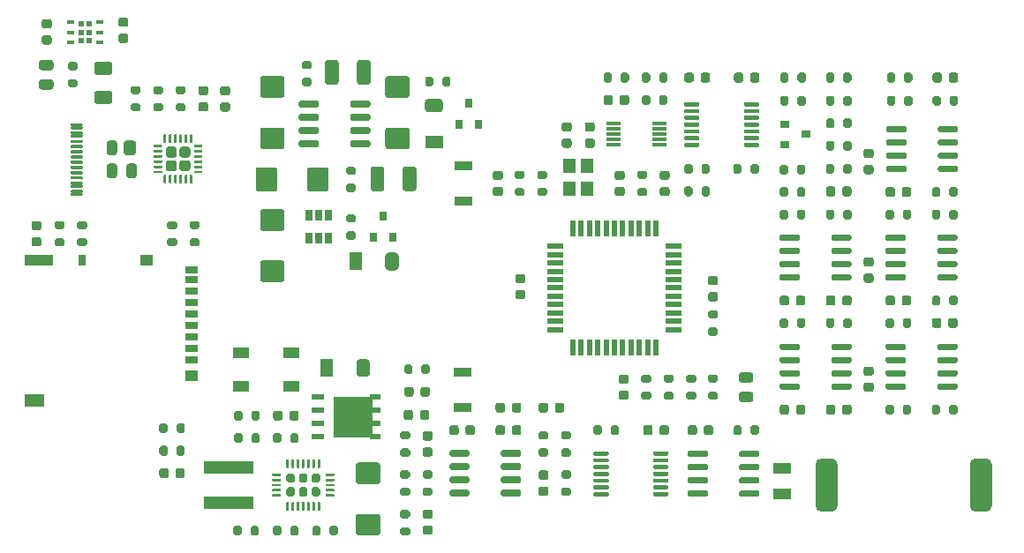
<source format=gbr>
G04 #@! TF.GenerationSoftware,KiCad,Pcbnew,5.1.10-88a1d61d58~90~ubuntu20.04.1*
G04 #@! TF.CreationDate,2021-10-17T20:31:12+02:00*
G04 #@! TF.ProjectId,PSLab,50534c61-622e-46b6-9963-61645f706362,v6.1*
G04 #@! TF.SameCoordinates,Original*
G04 #@! TF.FileFunction,Paste,Top*
G04 #@! TF.FilePolarity,Positive*
%FSLAX46Y46*%
G04 Gerber Fmt 4.6, Leading zero omitted, Abs format (unit mm)*
G04 Created by KiCad (PCBNEW 5.1.10-88a1d61d58~90~ubuntu20.04.1) date 2021-10-17 20:31:12*
%MOMM*%
%LPD*%
G01*
G04 APERTURE LIST*
%ADD10R,1.700000X0.900000*%
%ADD11R,1.500000X0.550000*%
%ADD12R,0.550000X1.500000*%
%ADD13R,0.600000X0.600000*%
%ADD14R,0.700000X0.450000*%
%ADD15R,1.270000X0.610000*%
%ADD16R,1.020000X0.610000*%
%ADD17R,3.810000X3.910000*%
%ADD18R,1.500000X1.000000*%
%ADD19R,1.400000X0.300000*%
%ADD20R,0.650000X1.060000*%
%ADD21R,0.800000X0.900000*%
%ADD22R,0.900000X0.800000*%
%ADD23R,1.300000X1.700000*%
%ADD24R,1.700000X1.300000*%
%ADD25R,1.200000X0.700000*%
%ADD26R,1.200000X1.000000*%
%ADD27R,0.800000X1.000000*%
%ADD28R,2.800000X1.000000*%
%ADD29R,1.900000X1.300000*%
%ADD30R,4.700000X1.200000*%
%ADD31R,1.200000X1.400000*%
%ADD32R,1.800000X1.000000*%
G04 APERTURE END LIST*
D10*
X133612000Y-76066000D03*
X133612000Y-79466000D03*
X133548000Y-99278000D03*
X133548000Y-95878000D03*
G36*
G01*
X168894000Y-93600500D02*
X168894000Y-93300500D01*
G75*
G02*
X169044000Y-93150500I150000J0D01*
G01*
X170694000Y-93150500D01*
G75*
G02*
X170844000Y-93300500I0J-150000D01*
G01*
X170844000Y-93600500D01*
G75*
G02*
X170694000Y-93750500I-150000J0D01*
G01*
X169044000Y-93750500D01*
G75*
G02*
X168894000Y-93600500I0J150000D01*
G01*
G37*
G36*
G01*
X168894000Y-94870500D02*
X168894000Y-94570500D01*
G75*
G02*
X169044000Y-94420500I150000J0D01*
G01*
X170694000Y-94420500D01*
G75*
G02*
X170844000Y-94570500I0J-150000D01*
G01*
X170844000Y-94870500D01*
G75*
G02*
X170694000Y-95020500I-150000J0D01*
G01*
X169044000Y-95020500D01*
G75*
G02*
X168894000Y-94870500I0J150000D01*
G01*
G37*
G36*
G01*
X168894000Y-96140500D02*
X168894000Y-95840500D01*
G75*
G02*
X169044000Y-95690500I150000J0D01*
G01*
X170694000Y-95690500D01*
G75*
G02*
X170844000Y-95840500I0J-150000D01*
G01*
X170844000Y-96140500D01*
G75*
G02*
X170694000Y-96290500I-150000J0D01*
G01*
X169044000Y-96290500D01*
G75*
G02*
X168894000Y-96140500I0J150000D01*
G01*
G37*
G36*
G01*
X168894000Y-97410500D02*
X168894000Y-97110500D01*
G75*
G02*
X169044000Y-96960500I150000J0D01*
G01*
X170694000Y-96960500D01*
G75*
G02*
X170844000Y-97110500I0J-150000D01*
G01*
X170844000Y-97410500D01*
G75*
G02*
X170694000Y-97560500I-150000J0D01*
G01*
X169044000Y-97560500D01*
G75*
G02*
X168894000Y-97410500I0J150000D01*
G01*
G37*
G36*
G01*
X163944000Y-97410500D02*
X163944000Y-97110500D01*
G75*
G02*
X164094000Y-96960500I150000J0D01*
G01*
X165744000Y-96960500D01*
G75*
G02*
X165894000Y-97110500I0J-150000D01*
G01*
X165894000Y-97410500D01*
G75*
G02*
X165744000Y-97560500I-150000J0D01*
G01*
X164094000Y-97560500D01*
G75*
G02*
X163944000Y-97410500I0J150000D01*
G01*
G37*
G36*
G01*
X163944000Y-96140500D02*
X163944000Y-95840500D01*
G75*
G02*
X164094000Y-95690500I150000J0D01*
G01*
X165744000Y-95690500D01*
G75*
G02*
X165894000Y-95840500I0J-150000D01*
G01*
X165894000Y-96140500D01*
G75*
G02*
X165744000Y-96290500I-150000J0D01*
G01*
X164094000Y-96290500D01*
G75*
G02*
X163944000Y-96140500I0J150000D01*
G01*
G37*
G36*
G01*
X163944000Y-94870500D02*
X163944000Y-94570500D01*
G75*
G02*
X164094000Y-94420500I150000J0D01*
G01*
X165744000Y-94420500D01*
G75*
G02*
X165894000Y-94570500I0J-150000D01*
G01*
X165894000Y-94870500D01*
G75*
G02*
X165744000Y-95020500I-150000J0D01*
G01*
X164094000Y-95020500D01*
G75*
G02*
X163944000Y-94870500I0J150000D01*
G01*
G37*
G36*
G01*
X163944000Y-93600500D02*
X163944000Y-93300500D01*
G75*
G02*
X164094000Y-93150500I150000J0D01*
G01*
X165744000Y-93150500D01*
G75*
G02*
X165894000Y-93300500I0J-150000D01*
G01*
X165894000Y-93600500D01*
G75*
G02*
X165744000Y-93750500I-150000J0D01*
G01*
X164094000Y-93750500D01*
G75*
G02*
X163944000Y-93600500I0J150000D01*
G01*
G37*
G36*
G01*
X175757000Y-81025500D02*
X175757000Y-80475500D01*
G75*
G02*
X175957000Y-80275500I200000J0D01*
G01*
X176357000Y-80275500D01*
G75*
G02*
X176557000Y-80475500I0J-200000D01*
G01*
X176557000Y-81025500D01*
G75*
G02*
X176357000Y-81225500I-200000J0D01*
G01*
X175957000Y-81225500D01*
G75*
G02*
X175757000Y-81025500I0J200000D01*
G01*
G37*
G36*
G01*
X174107000Y-81025500D02*
X174107000Y-80475500D01*
G75*
G02*
X174307000Y-80275500I200000J0D01*
G01*
X174707000Y-80275500D01*
G75*
G02*
X174907000Y-80475500I0J-200000D01*
G01*
X174907000Y-81025500D01*
G75*
G02*
X174707000Y-81225500I-200000J0D01*
G01*
X174307000Y-81225500D01*
G75*
G02*
X174107000Y-81025500I0J200000D01*
G01*
G37*
G36*
G01*
X179118000Y-72709000D02*
X179118000Y-72409000D01*
G75*
G02*
X179268000Y-72259000I150000J0D01*
G01*
X180918000Y-72259000D01*
G75*
G02*
X181068000Y-72409000I0J-150000D01*
G01*
X181068000Y-72709000D01*
G75*
G02*
X180918000Y-72859000I-150000J0D01*
G01*
X179268000Y-72859000D01*
G75*
G02*
X179118000Y-72709000I0J150000D01*
G01*
G37*
G36*
G01*
X179118000Y-73979000D02*
X179118000Y-73679000D01*
G75*
G02*
X179268000Y-73529000I150000J0D01*
G01*
X180918000Y-73529000D01*
G75*
G02*
X181068000Y-73679000I0J-150000D01*
G01*
X181068000Y-73979000D01*
G75*
G02*
X180918000Y-74129000I-150000J0D01*
G01*
X179268000Y-74129000D01*
G75*
G02*
X179118000Y-73979000I0J150000D01*
G01*
G37*
G36*
G01*
X179118000Y-75249000D02*
X179118000Y-74949000D01*
G75*
G02*
X179268000Y-74799000I150000J0D01*
G01*
X180918000Y-74799000D01*
G75*
G02*
X181068000Y-74949000I0J-150000D01*
G01*
X181068000Y-75249000D01*
G75*
G02*
X180918000Y-75399000I-150000J0D01*
G01*
X179268000Y-75399000D01*
G75*
G02*
X179118000Y-75249000I0J150000D01*
G01*
G37*
G36*
G01*
X179118000Y-76519000D02*
X179118000Y-76219000D01*
G75*
G02*
X179268000Y-76069000I150000J0D01*
G01*
X180918000Y-76069000D01*
G75*
G02*
X181068000Y-76219000I0J-150000D01*
G01*
X181068000Y-76519000D01*
G75*
G02*
X180918000Y-76669000I-150000J0D01*
G01*
X179268000Y-76669000D01*
G75*
G02*
X179118000Y-76519000I0J150000D01*
G01*
G37*
G36*
G01*
X174168000Y-76519000D02*
X174168000Y-76219000D01*
G75*
G02*
X174318000Y-76069000I150000J0D01*
G01*
X175968000Y-76069000D01*
G75*
G02*
X176118000Y-76219000I0J-150000D01*
G01*
X176118000Y-76519000D01*
G75*
G02*
X175968000Y-76669000I-150000J0D01*
G01*
X174318000Y-76669000D01*
G75*
G02*
X174168000Y-76519000I0J150000D01*
G01*
G37*
G36*
G01*
X174168000Y-75249000D02*
X174168000Y-74949000D01*
G75*
G02*
X174318000Y-74799000I150000J0D01*
G01*
X175968000Y-74799000D01*
G75*
G02*
X176118000Y-74949000I0J-150000D01*
G01*
X176118000Y-75249000D01*
G75*
G02*
X175968000Y-75399000I-150000J0D01*
G01*
X174318000Y-75399000D01*
G75*
G02*
X174168000Y-75249000I0J150000D01*
G01*
G37*
G36*
G01*
X174168000Y-73979000D02*
X174168000Y-73679000D01*
G75*
G02*
X174318000Y-73529000I150000J0D01*
G01*
X175968000Y-73529000D01*
G75*
G02*
X176118000Y-73679000I0J-150000D01*
G01*
X176118000Y-73979000D01*
G75*
G02*
X175968000Y-74129000I-150000J0D01*
G01*
X174318000Y-74129000D01*
G75*
G02*
X174168000Y-73979000I0J150000D01*
G01*
G37*
G36*
G01*
X174168000Y-72709000D02*
X174168000Y-72409000D01*
G75*
G02*
X174318000Y-72259000I150000J0D01*
G01*
X175968000Y-72259000D01*
G75*
G02*
X176118000Y-72409000I0J-150000D01*
G01*
X176118000Y-72709000D01*
G75*
G02*
X175968000Y-72859000I-150000J0D01*
G01*
X174318000Y-72859000D01*
G75*
G02*
X174168000Y-72709000I0J150000D01*
G01*
G37*
D11*
X142390000Y-91799000D03*
X142390000Y-90999000D03*
X142390000Y-90199000D03*
X142390000Y-89399000D03*
X142390000Y-88599000D03*
X142390000Y-87799000D03*
X142390000Y-86999000D03*
X142390000Y-86199000D03*
X142390000Y-85399000D03*
X142390000Y-84599000D03*
X142390000Y-83799000D03*
D12*
X144090000Y-82099000D03*
X144890000Y-82099000D03*
X145690000Y-82099000D03*
X146490000Y-82099000D03*
X147290000Y-82099000D03*
X148090000Y-82099000D03*
X148890000Y-82099000D03*
X149690000Y-82099000D03*
X150490000Y-82099000D03*
X151290000Y-82099000D03*
X152090000Y-82099000D03*
D11*
X153790000Y-83799000D03*
X153790000Y-84599000D03*
X153790000Y-85399000D03*
X153790000Y-86199000D03*
X153790000Y-86999000D03*
X153790000Y-87799000D03*
X153790000Y-88599000D03*
X153790000Y-89399000D03*
X153790000Y-90199000D03*
X153790000Y-90999000D03*
X153790000Y-91799000D03*
D12*
X152090000Y-93499000D03*
X151290000Y-93499000D03*
X150490000Y-93499000D03*
X149690000Y-93499000D03*
X148890000Y-93499000D03*
X148090000Y-93499000D03*
X147290000Y-93499000D03*
X146490000Y-93499000D03*
X145690000Y-93499000D03*
X144890000Y-93499000D03*
X144090000Y-93499000D03*
G36*
G01*
X102216000Y-73954600D02*
X102216000Y-74754600D01*
G75*
G02*
X101916000Y-75054600I-300000J0D01*
G01*
X101316000Y-75054600D01*
G75*
G02*
X101016000Y-74754600I0J300000D01*
G01*
X101016000Y-73954600D01*
G75*
G02*
X101316000Y-73654600I300000J0D01*
G01*
X101916000Y-73654600D01*
G75*
G02*
X102216000Y-73954600I0J-300000D01*
G01*
G37*
G36*
G01*
X100396000Y-73904600D02*
X100396000Y-74804600D01*
G75*
G02*
X100146000Y-75054600I-250000J0D01*
G01*
X99646000Y-75054600D01*
G75*
G02*
X99396000Y-74804600I0J250000D01*
G01*
X99396000Y-73904600D01*
G75*
G02*
X99646000Y-73654600I250000J0D01*
G01*
X100146000Y-73654600D01*
G75*
G02*
X100396000Y-73904600I0J-250000D01*
G01*
G37*
G36*
G01*
X100396000Y-76104600D02*
X100396000Y-77004600D01*
G75*
G02*
X100146000Y-77254600I-250000J0D01*
G01*
X99646000Y-77254600D01*
G75*
G02*
X99396000Y-77004600I0J250000D01*
G01*
X99396000Y-76104600D01*
G75*
G02*
X99646000Y-75854600I250000J0D01*
G01*
X100146000Y-75854600D01*
G75*
G02*
X100396000Y-76104600I0J-250000D01*
G01*
G37*
G36*
G01*
X102296000Y-76104600D02*
X102296000Y-77004600D01*
G75*
G02*
X102046000Y-77254600I-250000J0D01*
G01*
X101546000Y-77254600D01*
G75*
G02*
X101296000Y-77004600I0J250000D01*
G01*
X101296000Y-76104600D01*
G75*
G02*
X101546000Y-75854600I250000J0D01*
G01*
X102046000Y-75854600D01*
G75*
G02*
X102296000Y-76104600I0J-250000D01*
G01*
G37*
D13*
X97750000Y-64060000D03*
X96950000Y-64060000D03*
X97750000Y-63260000D03*
X96950000Y-63260000D03*
X96950000Y-62460000D03*
X97750000Y-62460000D03*
D14*
X95975000Y-64210000D03*
X95975000Y-63260000D03*
X95975000Y-62310000D03*
X98725000Y-62310000D03*
X98725000Y-63260000D03*
X98725000Y-64210000D03*
G36*
G01*
X116807500Y-109197000D02*
X116682500Y-109197000D01*
G75*
G02*
X116620000Y-109134500I0J62500D01*
G01*
X116620000Y-108409500D01*
G75*
G02*
X116682500Y-108347000I62500J0D01*
G01*
X116807500Y-108347000D01*
G75*
G02*
X116870000Y-108409500I0J-62500D01*
G01*
X116870000Y-109134500D01*
G75*
G02*
X116807500Y-109197000I-62500J0D01*
G01*
G37*
G36*
G01*
X117307500Y-109197000D02*
X117182500Y-109197000D01*
G75*
G02*
X117120000Y-109134500I0J62500D01*
G01*
X117120000Y-108409500D01*
G75*
G02*
X117182500Y-108347000I62500J0D01*
G01*
X117307500Y-108347000D01*
G75*
G02*
X117370000Y-108409500I0J-62500D01*
G01*
X117370000Y-109134500D01*
G75*
G02*
X117307500Y-109197000I-62500J0D01*
G01*
G37*
G36*
G01*
X117807500Y-109197000D02*
X117682500Y-109197000D01*
G75*
G02*
X117620000Y-109134500I0J62500D01*
G01*
X117620000Y-108409500D01*
G75*
G02*
X117682500Y-108347000I62500J0D01*
G01*
X117807500Y-108347000D01*
G75*
G02*
X117870000Y-108409500I0J-62500D01*
G01*
X117870000Y-109134500D01*
G75*
G02*
X117807500Y-109197000I-62500J0D01*
G01*
G37*
G36*
G01*
X118307500Y-109197000D02*
X118182500Y-109197000D01*
G75*
G02*
X118120000Y-109134500I0J62500D01*
G01*
X118120000Y-108409500D01*
G75*
G02*
X118182500Y-108347000I62500J0D01*
G01*
X118307500Y-108347000D01*
G75*
G02*
X118370000Y-108409500I0J-62500D01*
G01*
X118370000Y-109134500D01*
G75*
G02*
X118307500Y-109197000I-62500J0D01*
G01*
G37*
G36*
G01*
X118807500Y-109197000D02*
X118682500Y-109197000D01*
G75*
G02*
X118620000Y-109134500I0J62500D01*
G01*
X118620000Y-108409500D01*
G75*
G02*
X118682500Y-108347000I62500J0D01*
G01*
X118807500Y-108347000D01*
G75*
G02*
X118870000Y-108409500I0J-62500D01*
G01*
X118870000Y-109134500D01*
G75*
G02*
X118807500Y-109197000I-62500J0D01*
G01*
G37*
G36*
G01*
X119307500Y-109197000D02*
X119182500Y-109197000D01*
G75*
G02*
X119120000Y-109134500I0J62500D01*
G01*
X119120000Y-108409500D01*
G75*
G02*
X119182500Y-108347000I62500J0D01*
G01*
X119307500Y-108347000D01*
G75*
G02*
X119370000Y-108409500I0J-62500D01*
G01*
X119370000Y-109134500D01*
G75*
G02*
X119307500Y-109197000I-62500J0D01*
G01*
G37*
G36*
G01*
X119807500Y-109197000D02*
X119682500Y-109197000D01*
G75*
G02*
X119620000Y-109134500I0J62500D01*
G01*
X119620000Y-108409500D01*
G75*
G02*
X119682500Y-108347000I62500J0D01*
G01*
X119807500Y-108347000D01*
G75*
G02*
X119870000Y-108409500I0J-62500D01*
G01*
X119870000Y-109134500D01*
G75*
G02*
X119807500Y-109197000I-62500J0D01*
G01*
G37*
G36*
G01*
X121157500Y-107847000D02*
X120432500Y-107847000D01*
G75*
G02*
X120370000Y-107784500I0J62500D01*
G01*
X120370000Y-107659500D01*
G75*
G02*
X120432500Y-107597000I62500J0D01*
G01*
X121157500Y-107597000D01*
G75*
G02*
X121220000Y-107659500I0J-62500D01*
G01*
X121220000Y-107784500D01*
G75*
G02*
X121157500Y-107847000I-62500J0D01*
G01*
G37*
G36*
G01*
X121157500Y-107347000D02*
X120432500Y-107347000D01*
G75*
G02*
X120370000Y-107284500I0J62500D01*
G01*
X120370000Y-107159500D01*
G75*
G02*
X120432500Y-107097000I62500J0D01*
G01*
X121157500Y-107097000D01*
G75*
G02*
X121220000Y-107159500I0J-62500D01*
G01*
X121220000Y-107284500D01*
G75*
G02*
X121157500Y-107347000I-62500J0D01*
G01*
G37*
G36*
G01*
X121157500Y-106847000D02*
X120432500Y-106847000D01*
G75*
G02*
X120370000Y-106784500I0J62500D01*
G01*
X120370000Y-106659500D01*
G75*
G02*
X120432500Y-106597000I62500J0D01*
G01*
X121157500Y-106597000D01*
G75*
G02*
X121220000Y-106659500I0J-62500D01*
G01*
X121220000Y-106784500D01*
G75*
G02*
X121157500Y-106847000I-62500J0D01*
G01*
G37*
G36*
G01*
X121157500Y-106347000D02*
X120432500Y-106347000D01*
G75*
G02*
X120370000Y-106284500I0J62500D01*
G01*
X120370000Y-106159500D01*
G75*
G02*
X120432500Y-106097000I62500J0D01*
G01*
X121157500Y-106097000D01*
G75*
G02*
X121220000Y-106159500I0J-62500D01*
G01*
X121220000Y-106284500D01*
G75*
G02*
X121157500Y-106347000I-62500J0D01*
G01*
G37*
G36*
G01*
X121157500Y-105847000D02*
X120432500Y-105847000D01*
G75*
G02*
X120370000Y-105784500I0J62500D01*
G01*
X120370000Y-105659500D01*
G75*
G02*
X120432500Y-105597000I62500J0D01*
G01*
X121157500Y-105597000D01*
G75*
G02*
X121220000Y-105659500I0J-62500D01*
G01*
X121220000Y-105784500D01*
G75*
G02*
X121157500Y-105847000I-62500J0D01*
G01*
G37*
G36*
G01*
X119807500Y-105097000D02*
X119682500Y-105097000D01*
G75*
G02*
X119620000Y-105034500I0J62500D01*
G01*
X119620000Y-104309500D01*
G75*
G02*
X119682500Y-104247000I62500J0D01*
G01*
X119807500Y-104247000D01*
G75*
G02*
X119870000Y-104309500I0J-62500D01*
G01*
X119870000Y-105034500D01*
G75*
G02*
X119807500Y-105097000I-62500J0D01*
G01*
G37*
G36*
G01*
X119307500Y-105097000D02*
X119182500Y-105097000D01*
G75*
G02*
X119120000Y-105034500I0J62500D01*
G01*
X119120000Y-104309500D01*
G75*
G02*
X119182500Y-104247000I62500J0D01*
G01*
X119307500Y-104247000D01*
G75*
G02*
X119370000Y-104309500I0J-62500D01*
G01*
X119370000Y-105034500D01*
G75*
G02*
X119307500Y-105097000I-62500J0D01*
G01*
G37*
G36*
G01*
X118807500Y-105097000D02*
X118682500Y-105097000D01*
G75*
G02*
X118620000Y-105034500I0J62500D01*
G01*
X118620000Y-104309500D01*
G75*
G02*
X118682500Y-104247000I62500J0D01*
G01*
X118807500Y-104247000D01*
G75*
G02*
X118870000Y-104309500I0J-62500D01*
G01*
X118870000Y-105034500D01*
G75*
G02*
X118807500Y-105097000I-62500J0D01*
G01*
G37*
G36*
G01*
X118307500Y-105097000D02*
X118182500Y-105097000D01*
G75*
G02*
X118120000Y-105034500I0J62500D01*
G01*
X118120000Y-104309500D01*
G75*
G02*
X118182500Y-104247000I62500J0D01*
G01*
X118307500Y-104247000D01*
G75*
G02*
X118370000Y-104309500I0J-62500D01*
G01*
X118370000Y-105034500D01*
G75*
G02*
X118307500Y-105097000I-62500J0D01*
G01*
G37*
G36*
G01*
X117807500Y-105097000D02*
X117682500Y-105097000D01*
G75*
G02*
X117620000Y-105034500I0J62500D01*
G01*
X117620000Y-104309500D01*
G75*
G02*
X117682500Y-104247000I62500J0D01*
G01*
X117807500Y-104247000D01*
G75*
G02*
X117870000Y-104309500I0J-62500D01*
G01*
X117870000Y-105034500D01*
G75*
G02*
X117807500Y-105097000I-62500J0D01*
G01*
G37*
G36*
G01*
X117307500Y-105097000D02*
X117182500Y-105097000D01*
G75*
G02*
X117120000Y-105034500I0J62500D01*
G01*
X117120000Y-104309500D01*
G75*
G02*
X117182500Y-104247000I62500J0D01*
G01*
X117307500Y-104247000D01*
G75*
G02*
X117370000Y-104309500I0J-62500D01*
G01*
X117370000Y-105034500D01*
G75*
G02*
X117307500Y-105097000I-62500J0D01*
G01*
G37*
G36*
G01*
X116807500Y-105097000D02*
X116682500Y-105097000D01*
G75*
G02*
X116620000Y-105034500I0J62500D01*
G01*
X116620000Y-104309500D01*
G75*
G02*
X116682500Y-104247000I62500J0D01*
G01*
X116807500Y-104247000D01*
G75*
G02*
X116870000Y-104309500I0J-62500D01*
G01*
X116870000Y-105034500D01*
G75*
G02*
X116807500Y-105097000I-62500J0D01*
G01*
G37*
G36*
G01*
X116057500Y-105847000D02*
X115332500Y-105847000D01*
G75*
G02*
X115270000Y-105784500I0J62500D01*
G01*
X115270000Y-105659500D01*
G75*
G02*
X115332500Y-105597000I62500J0D01*
G01*
X116057500Y-105597000D01*
G75*
G02*
X116120000Y-105659500I0J-62500D01*
G01*
X116120000Y-105784500D01*
G75*
G02*
X116057500Y-105847000I-62500J0D01*
G01*
G37*
G36*
G01*
X116057500Y-106347000D02*
X115332500Y-106347000D01*
G75*
G02*
X115270000Y-106284500I0J62500D01*
G01*
X115270000Y-106159500D01*
G75*
G02*
X115332500Y-106097000I62500J0D01*
G01*
X116057500Y-106097000D01*
G75*
G02*
X116120000Y-106159500I0J-62500D01*
G01*
X116120000Y-106284500D01*
G75*
G02*
X116057500Y-106347000I-62500J0D01*
G01*
G37*
G36*
G01*
X116057500Y-106847000D02*
X115332500Y-106847000D01*
G75*
G02*
X115270000Y-106784500I0J62500D01*
G01*
X115270000Y-106659500D01*
G75*
G02*
X115332500Y-106597000I62500J0D01*
G01*
X116057500Y-106597000D01*
G75*
G02*
X116120000Y-106659500I0J-62500D01*
G01*
X116120000Y-106784500D01*
G75*
G02*
X116057500Y-106847000I-62500J0D01*
G01*
G37*
G36*
G01*
X116057500Y-107347000D02*
X115332500Y-107347000D01*
G75*
G02*
X115270000Y-107284500I0J62500D01*
G01*
X115270000Y-107159500D01*
G75*
G02*
X115332500Y-107097000I62500J0D01*
G01*
X116057500Y-107097000D01*
G75*
G02*
X116120000Y-107159500I0J-62500D01*
G01*
X116120000Y-107284500D01*
G75*
G02*
X116057500Y-107347000I-62500J0D01*
G01*
G37*
G36*
G01*
X116057500Y-107847000D02*
X115332500Y-107847000D01*
G75*
G02*
X115270000Y-107784500I0J62500D01*
G01*
X115270000Y-107659500D01*
G75*
G02*
X115332500Y-107597000I62500J0D01*
G01*
X116057500Y-107597000D01*
G75*
G02*
X116120000Y-107659500I0J-62500D01*
G01*
X116120000Y-107784500D01*
G75*
G02*
X116057500Y-107847000I-62500J0D01*
G01*
G37*
G36*
G01*
X117234600Y-107832000D02*
X116815400Y-107832000D01*
G75*
G02*
X116625000Y-107641600I0J190400D01*
G01*
X116625000Y-107122400D01*
G75*
G02*
X116815400Y-106932000I190400J0D01*
G01*
X117234600Y-106932000D01*
G75*
G02*
X117425000Y-107122400I0J-190400D01*
G01*
X117425000Y-107641600D01*
G75*
G02*
X117234600Y-107832000I-190400J0D01*
G01*
G37*
G36*
G01*
X118454600Y-107832000D02*
X118035400Y-107832000D01*
G75*
G02*
X117845000Y-107641600I0J190400D01*
G01*
X117845000Y-107122400D01*
G75*
G02*
X118035400Y-106932000I190400J0D01*
G01*
X118454600Y-106932000D01*
G75*
G02*
X118645000Y-107122400I0J-190400D01*
G01*
X118645000Y-107641600D01*
G75*
G02*
X118454600Y-107832000I-190400J0D01*
G01*
G37*
G36*
G01*
X119674600Y-107832000D02*
X119255400Y-107832000D01*
G75*
G02*
X119065000Y-107641600I0J190400D01*
G01*
X119065000Y-107122400D01*
G75*
G02*
X119255400Y-106932000I190400J0D01*
G01*
X119674600Y-106932000D01*
G75*
G02*
X119865000Y-107122400I0J-190400D01*
G01*
X119865000Y-107641600D01*
G75*
G02*
X119674600Y-107832000I-190400J0D01*
G01*
G37*
G36*
G01*
X117234600Y-106512000D02*
X116815400Y-106512000D01*
G75*
G02*
X116625000Y-106321600I0J190400D01*
G01*
X116625000Y-105802400D01*
G75*
G02*
X116815400Y-105612000I190400J0D01*
G01*
X117234600Y-105612000D01*
G75*
G02*
X117425000Y-105802400I0J-190400D01*
G01*
X117425000Y-106321600D01*
G75*
G02*
X117234600Y-106512000I-190400J0D01*
G01*
G37*
G36*
G01*
X118454600Y-106512000D02*
X118035400Y-106512000D01*
G75*
G02*
X117845000Y-106321600I0J190400D01*
G01*
X117845000Y-105802400D01*
G75*
G02*
X118035400Y-105612000I190400J0D01*
G01*
X118454600Y-105612000D01*
G75*
G02*
X118645000Y-105802400I0J-190400D01*
G01*
X118645000Y-106321600D01*
G75*
G02*
X118454600Y-106512000I-190400J0D01*
G01*
G37*
G36*
G01*
X119674600Y-106512000D02*
X119255400Y-106512000D01*
G75*
G02*
X119065000Y-106321600I0J190400D01*
G01*
X119065000Y-105802400D01*
G75*
G02*
X119255400Y-105612000I190400J0D01*
G01*
X119674600Y-105612000D01*
G75*
G02*
X119865000Y-105802400I0J-190400D01*
G01*
X119865000Y-106321600D01*
G75*
G02*
X119674600Y-106512000I-190400J0D01*
G01*
G37*
D15*
X119648000Y-98277000D03*
X119648000Y-99547000D03*
X119648000Y-100817000D03*
X119648000Y-102087000D03*
D16*
X125113000Y-102087000D03*
X125113000Y-100817000D03*
X125113000Y-99547000D03*
X125113000Y-98277000D03*
D17*
X123008000Y-100182000D03*
D18*
X112239000Y-94009500D03*
X112239000Y-97209500D03*
X117139000Y-94009500D03*
X117139000Y-97209500D03*
G36*
G01*
X167390000Y-108747000D02*
X167390000Y-104697000D01*
G75*
G02*
X167915000Y-104172000I525000J0D01*
G01*
X168965000Y-104172000D01*
G75*
G02*
X169490000Y-104697000I0J-525000D01*
G01*
X169490000Y-108747000D01*
G75*
G02*
X168965000Y-109272000I-525000J0D01*
G01*
X167915000Y-109272000D01*
G75*
G02*
X167390000Y-108747000I0J525000D01*
G01*
G37*
G36*
G01*
X182190000Y-108747000D02*
X182190000Y-104697000D01*
G75*
G02*
X182715000Y-104172000I525000J0D01*
G01*
X183765000Y-104172000D01*
G75*
G02*
X184290000Y-104697000I0J-525000D01*
G01*
X184290000Y-108747000D01*
G75*
G02*
X183765000Y-109272000I-525000J0D01*
G01*
X182715000Y-109272000D01*
G75*
G02*
X182190000Y-108747000I0J525000D01*
G01*
G37*
G36*
G01*
X164847000Y-99233000D02*
X164847000Y-99733000D01*
G75*
G02*
X164622000Y-99958000I-225000J0D01*
G01*
X164172000Y-99958000D01*
G75*
G02*
X163947000Y-99733000I0J225000D01*
G01*
X163947000Y-99233000D01*
G75*
G02*
X164172000Y-99008000I225000J0D01*
G01*
X164622000Y-99008000D01*
G75*
G02*
X164847000Y-99233000I0J-225000D01*
G01*
G37*
G36*
G01*
X166397000Y-99233000D02*
X166397000Y-99733000D01*
G75*
G02*
X166172000Y-99958000I-225000J0D01*
G01*
X165722000Y-99958000D01*
G75*
G02*
X165497000Y-99733000I0J225000D01*
G01*
X165497000Y-99233000D01*
G75*
G02*
X165722000Y-99008000I225000J0D01*
G01*
X166172000Y-99008000D01*
G75*
G02*
X166397000Y-99233000I0J-225000D01*
G01*
G37*
D19*
X152449000Y-72003500D03*
X152449000Y-72503500D03*
X152449000Y-73003500D03*
X152449000Y-73503500D03*
X152449000Y-74003500D03*
X148049000Y-74003500D03*
X148049000Y-73503500D03*
X148049000Y-73003500D03*
X148049000Y-72503500D03*
X148049000Y-72003500D03*
G36*
G01*
X160269750Y-97774000D02*
X161182250Y-97774000D01*
G75*
G02*
X161426000Y-98017750I0J-243750D01*
G01*
X161426000Y-98505250D01*
G75*
G02*
X161182250Y-98749000I-243750J0D01*
G01*
X160269750Y-98749000D01*
G75*
G02*
X160026000Y-98505250I0J243750D01*
G01*
X160026000Y-98017750D01*
G75*
G02*
X160269750Y-97774000I243750J0D01*
G01*
G37*
G36*
G01*
X160269750Y-95899000D02*
X161182250Y-95899000D01*
G75*
G02*
X161426000Y-96142750I0J-243750D01*
G01*
X161426000Y-96630250D01*
G75*
G02*
X161182250Y-96874000I-243750J0D01*
G01*
X160269750Y-96874000D01*
G75*
G02*
X160026000Y-96630250I0J243750D01*
G01*
X160026000Y-96142750D01*
G75*
G02*
X160269750Y-95899000I243750J0D01*
G01*
G37*
G36*
G01*
X94056250Y-66890000D02*
X93143750Y-66890000D01*
G75*
G02*
X92900000Y-66646250I0J243750D01*
G01*
X92900000Y-66158750D01*
G75*
G02*
X93143750Y-65915000I243750J0D01*
G01*
X94056250Y-65915000D01*
G75*
G02*
X94300000Y-66158750I0J-243750D01*
G01*
X94300000Y-66646250D01*
G75*
G02*
X94056250Y-66890000I-243750J0D01*
G01*
G37*
G36*
G01*
X94056250Y-68765000D02*
X93143750Y-68765000D01*
G75*
G02*
X92900000Y-68521250I0J243750D01*
G01*
X92900000Y-68033750D01*
G75*
G02*
X93143750Y-67790000I243750J0D01*
G01*
X94056250Y-67790000D01*
G75*
G02*
X94300000Y-68033750I0J-243750D01*
G01*
X94300000Y-68521250D01*
G75*
G02*
X94056250Y-68765000I-243750J0D01*
G01*
G37*
G36*
G01*
X106119000Y-74491499D02*
X106119000Y-75041501D01*
G75*
G02*
X105869001Y-75291500I-249999J0D01*
G01*
X105318999Y-75291500D01*
G75*
G02*
X105069000Y-75041501I0J249999D01*
G01*
X105069000Y-74491499D01*
G75*
G02*
X105318999Y-74241500I249999J0D01*
G01*
X105869001Y-74241500D01*
G75*
G02*
X106119000Y-74491499I0J-249999D01*
G01*
G37*
G36*
G01*
X106119000Y-75791499D02*
X106119000Y-76341501D01*
G75*
G02*
X105869001Y-76591500I-249999J0D01*
G01*
X105318999Y-76591500D01*
G75*
G02*
X105069000Y-76341501I0J249999D01*
G01*
X105069000Y-75791499D01*
G75*
G02*
X105318999Y-75541500I249999J0D01*
G01*
X105869001Y-75541500D01*
G75*
G02*
X106119000Y-75791499I0J-249999D01*
G01*
G37*
G36*
G01*
X107419000Y-74491499D02*
X107419000Y-75041501D01*
G75*
G02*
X107169001Y-75291500I-249999J0D01*
G01*
X106618999Y-75291500D01*
G75*
G02*
X106369000Y-75041501I0J249999D01*
G01*
X106369000Y-74491499D01*
G75*
G02*
X106618999Y-74241500I249999J0D01*
G01*
X107169001Y-74241500D01*
G75*
G02*
X107419000Y-74491499I0J-249999D01*
G01*
G37*
G36*
G01*
X107419000Y-75791499D02*
X107419000Y-76341501D01*
G75*
G02*
X107169001Y-76591500I-249999J0D01*
G01*
X106618999Y-76591500D01*
G75*
G02*
X106369000Y-76341501I0J249999D01*
G01*
X106369000Y-75791499D01*
G75*
G02*
X106618999Y-75541500I249999J0D01*
G01*
X107169001Y-75541500D01*
G75*
G02*
X107419000Y-75791499I0J-249999D01*
G01*
G37*
G36*
G01*
X107619000Y-77004000D02*
X107619000Y-77704000D01*
G75*
G02*
X107556500Y-77766500I-62500J0D01*
G01*
X107431500Y-77766500D01*
G75*
G02*
X107369000Y-77704000I0J62500D01*
G01*
X107369000Y-77004000D01*
G75*
G02*
X107431500Y-76941500I62500J0D01*
G01*
X107556500Y-76941500D01*
G75*
G02*
X107619000Y-77004000I0J-62500D01*
G01*
G37*
G36*
G01*
X107119000Y-77004000D02*
X107119000Y-77704000D01*
G75*
G02*
X107056500Y-77766500I-62500J0D01*
G01*
X106931500Y-77766500D01*
G75*
G02*
X106869000Y-77704000I0J62500D01*
G01*
X106869000Y-77004000D01*
G75*
G02*
X106931500Y-76941500I62500J0D01*
G01*
X107056500Y-76941500D01*
G75*
G02*
X107119000Y-77004000I0J-62500D01*
G01*
G37*
G36*
G01*
X106619000Y-77004000D02*
X106619000Y-77704000D01*
G75*
G02*
X106556500Y-77766500I-62500J0D01*
G01*
X106431500Y-77766500D01*
G75*
G02*
X106369000Y-77704000I0J62500D01*
G01*
X106369000Y-77004000D01*
G75*
G02*
X106431500Y-76941500I62500J0D01*
G01*
X106556500Y-76941500D01*
G75*
G02*
X106619000Y-77004000I0J-62500D01*
G01*
G37*
G36*
G01*
X106119000Y-77004000D02*
X106119000Y-77704000D01*
G75*
G02*
X106056500Y-77766500I-62500J0D01*
G01*
X105931500Y-77766500D01*
G75*
G02*
X105869000Y-77704000I0J62500D01*
G01*
X105869000Y-77004000D01*
G75*
G02*
X105931500Y-76941500I62500J0D01*
G01*
X106056500Y-76941500D01*
G75*
G02*
X106119000Y-77004000I0J-62500D01*
G01*
G37*
G36*
G01*
X105619000Y-77004000D02*
X105619000Y-77704000D01*
G75*
G02*
X105556500Y-77766500I-62500J0D01*
G01*
X105431500Y-77766500D01*
G75*
G02*
X105369000Y-77704000I0J62500D01*
G01*
X105369000Y-77004000D01*
G75*
G02*
X105431500Y-76941500I62500J0D01*
G01*
X105556500Y-76941500D01*
G75*
G02*
X105619000Y-77004000I0J-62500D01*
G01*
G37*
G36*
G01*
X105119000Y-77004000D02*
X105119000Y-77704000D01*
G75*
G02*
X105056500Y-77766500I-62500J0D01*
G01*
X104931500Y-77766500D01*
G75*
G02*
X104869000Y-77704000I0J62500D01*
G01*
X104869000Y-77004000D01*
G75*
G02*
X104931500Y-76941500I62500J0D01*
G01*
X105056500Y-76941500D01*
G75*
G02*
X105119000Y-77004000I0J-62500D01*
G01*
G37*
G36*
G01*
X104719000Y-76604000D02*
X104719000Y-76729000D01*
G75*
G02*
X104656500Y-76791500I-62500J0D01*
G01*
X103956500Y-76791500D01*
G75*
G02*
X103894000Y-76729000I0J62500D01*
G01*
X103894000Y-76604000D01*
G75*
G02*
X103956500Y-76541500I62500J0D01*
G01*
X104656500Y-76541500D01*
G75*
G02*
X104719000Y-76604000I0J-62500D01*
G01*
G37*
G36*
G01*
X104719000Y-76104000D02*
X104719000Y-76229000D01*
G75*
G02*
X104656500Y-76291500I-62500J0D01*
G01*
X103956500Y-76291500D01*
G75*
G02*
X103894000Y-76229000I0J62500D01*
G01*
X103894000Y-76104000D01*
G75*
G02*
X103956500Y-76041500I62500J0D01*
G01*
X104656500Y-76041500D01*
G75*
G02*
X104719000Y-76104000I0J-62500D01*
G01*
G37*
G36*
G01*
X104719000Y-75604000D02*
X104719000Y-75729000D01*
G75*
G02*
X104656500Y-75791500I-62500J0D01*
G01*
X103956500Y-75791500D01*
G75*
G02*
X103894000Y-75729000I0J62500D01*
G01*
X103894000Y-75604000D01*
G75*
G02*
X103956500Y-75541500I62500J0D01*
G01*
X104656500Y-75541500D01*
G75*
G02*
X104719000Y-75604000I0J-62500D01*
G01*
G37*
G36*
G01*
X104719000Y-75104000D02*
X104719000Y-75229000D01*
G75*
G02*
X104656500Y-75291500I-62500J0D01*
G01*
X103956500Y-75291500D01*
G75*
G02*
X103894000Y-75229000I0J62500D01*
G01*
X103894000Y-75104000D01*
G75*
G02*
X103956500Y-75041500I62500J0D01*
G01*
X104656500Y-75041500D01*
G75*
G02*
X104719000Y-75104000I0J-62500D01*
G01*
G37*
G36*
G01*
X104719000Y-74604000D02*
X104719000Y-74729000D01*
G75*
G02*
X104656500Y-74791500I-62500J0D01*
G01*
X103956500Y-74791500D01*
G75*
G02*
X103894000Y-74729000I0J62500D01*
G01*
X103894000Y-74604000D01*
G75*
G02*
X103956500Y-74541500I62500J0D01*
G01*
X104656500Y-74541500D01*
G75*
G02*
X104719000Y-74604000I0J-62500D01*
G01*
G37*
G36*
G01*
X104719000Y-74104000D02*
X104719000Y-74229000D01*
G75*
G02*
X104656500Y-74291500I-62500J0D01*
G01*
X103956500Y-74291500D01*
G75*
G02*
X103894000Y-74229000I0J62500D01*
G01*
X103894000Y-74104000D01*
G75*
G02*
X103956500Y-74041500I62500J0D01*
G01*
X104656500Y-74041500D01*
G75*
G02*
X104719000Y-74104000I0J-62500D01*
G01*
G37*
G36*
G01*
X105119000Y-73129000D02*
X105119000Y-73829000D01*
G75*
G02*
X105056500Y-73891500I-62500J0D01*
G01*
X104931500Y-73891500D01*
G75*
G02*
X104869000Y-73829000I0J62500D01*
G01*
X104869000Y-73129000D01*
G75*
G02*
X104931500Y-73066500I62500J0D01*
G01*
X105056500Y-73066500D01*
G75*
G02*
X105119000Y-73129000I0J-62500D01*
G01*
G37*
G36*
G01*
X105619000Y-73129000D02*
X105619000Y-73829000D01*
G75*
G02*
X105556500Y-73891500I-62500J0D01*
G01*
X105431500Y-73891500D01*
G75*
G02*
X105369000Y-73829000I0J62500D01*
G01*
X105369000Y-73129000D01*
G75*
G02*
X105431500Y-73066500I62500J0D01*
G01*
X105556500Y-73066500D01*
G75*
G02*
X105619000Y-73129000I0J-62500D01*
G01*
G37*
G36*
G01*
X106119000Y-73129000D02*
X106119000Y-73829000D01*
G75*
G02*
X106056500Y-73891500I-62500J0D01*
G01*
X105931500Y-73891500D01*
G75*
G02*
X105869000Y-73829000I0J62500D01*
G01*
X105869000Y-73129000D01*
G75*
G02*
X105931500Y-73066500I62500J0D01*
G01*
X106056500Y-73066500D01*
G75*
G02*
X106119000Y-73129000I0J-62500D01*
G01*
G37*
G36*
G01*
X106619000Y-73129000D02*
X106619000Y-73829000D01*
G75*
G02*
X106556500Y-73891500I-62500J0D01*
G01*
X106431500Y-73891500D01*
G75*
G02*
X106369000Y-73829000I0J62500D01*
G01*
X106369000Y-73129000D01*
G75*
G02*
X106431500Y-73066500I62500J0D01*
G01*
X106556500Y-73066500D01*
G75*
G02*
X106619000Y-73129000I0J-62500D01*
G01*
G37*
G36*
G01*
X107119000Y-73129000D02*
X107119000Y-73829000D01*
G75*
G02*
X107056500Y-73891500I-62500J0D01*
G01*
X106931500Y-73891500D01*
G75*
G02*
X106869000Y-73829000I0J62500D01*
G01*
X106869000Y-73129000D01*
G75*
G02*
X106931500Y-73066500I62500J0D01*
G01*
X107056500Y-73066500D01*
G75*
G02*
X107119000Y-73129000I0J-62500D01*
G01*
G37*
G36*
G01*
X107619000Y-73129000D02*
X107619000Y-73829000D01*
G75*
G02*
X107556500Y-73891500I-62500J0D01*
G01*
X107431500Y-73891500D01*
G75*
G02*
X107369000Y-73829000I0J62500D01*
G01*
X107369000Y-73129000D01*
G75*
G02*
X107431500Y-73066500I62500J0D01*
G01*
X107556500Y-73066500D01*
G75*
G02*
X107619000Y-73129000I0J-62500D01*
G01*
G37*
G36*
G01*
X108594000Y-74104000D02*
X108594000Y-74229000D01*
G75*
G02*
X108531500Y-74291500I-62500J0D01*
G01*
X107831500Y-74291500D01*
G75*
G02*
X107769000Y-74229000I0J62500D01*
G01*
X107769000Y-74104000D01*
G75*
G02*
X107831500Y-74041500I62500J0D01*
G01*
X108531500Y-74041500D01*
G75*
G02*
X108594000Y-74104000I0J-62500D01*
G01*
G37*
G36*
G01*
X108594000Y-74604000D02*
X108594000Y-74729000D01*
G75*
G02*
X108531500Y-74791500I-62500J0D01*
G01*
X107831500Y-74791500D01*
G75*
G02*
X107769000Y-74729000I0J62500D01*
G01*
X107769000Y-74604000D01*
G75*
G02*
X107831500Y-74541500I62500J0D01*
G01*
X108531500Y-74541500D01*
G75*
G02*
X108594000Y-74604000I0J-62500D01*
G01*
G37*
G36*
G01*
X108594000Y-75104000D02*
X108594000Y-75229000D01*
G75*
G02*
X108531500Y-75291500I-62500J0D01*
G01*
X107831500Y-75291500D01*
G75*
G02*
X107769000Y-75229000I0J62500D01*
G01*
X107769000Y-75104000D01*
G75*
G02*
X107831500Y-75041500I62500J0D01*
G01*
X108531500Y-75041500D01*
G75*
G02*
X108594000Y-75104000I0J-62500D01*
G01*
G37*
G36*
G01*
X108594000Y-75604000D02*
X108594000Y-75729000D01*
G75*
G02*
X108531500Y-75791500I-62500J0D01*
G01*
X107831500Y-75791500D01*
G75*
G02*
X107769000Y-75729000I0J62500D01*
G01*
X107769000Y-75604000D01*
G75*
G02*
X107831500Y-75541500I62500J0D01*
G01*
X108531500Y-75541500D01*
G75*
G02*
X108594000Y-75604000I0J-62500D01*
G01*
G37*
G36*
G01*
X108594000Y-76104000D02*
X108594000Y-76229000D01*
G75*
G02*
X108531500Y-76291500I-62500J0D01*
G01*
X107831500Y-76291500D01*
G75*
G02*
X107769000Y-76229000I0J62500D01*
G01*
X107769000Y-76104000D01*
G75*
G02*
X107831500Y-76041500I62500J0D01*
G01*
X108531500Y-76041500D01*
G75*
G02*
X108594000Y-76104000I0J-62500D01*
G01*
G37*
G36*
G01*
X108594000Y-76604000D02*
X108594000Y-76729000D01*
G75*
G02*
X108531500Y-76791500I-62500J0D01*
G01*
X107831500Y-76791500D01*
G75*
G02*
X107769000Y-76729000I0J62500D01*
G01*
X107769000Y-76604000D01*
G75*
G02*
X107831500Y-76541500I62500J0D01*
G01*
X108531500Y-76541500D01*
G75*
G02*
X108594000Y-76604000I0J-62500D01*
G01*
G37*
D20*
X118780000Y-82993500D03*
X119730000Y-82993500D03*
X120680000Y-82993500D03*
X120680000Y-80793500D03*
X118780000Y-80793500D03*
X119730000Y-80793500D03*
G36*
G01*
X179054000Y-93600500D02*
X179054000Y-93300500D01*
G75*
G02*
X179204000Y-93150500I150000J0D01*
G01*
X180854000Y-93150500D01*
G75*
G02*
X181004000Y-93300500I0J-150000D01*
G01*
X181004000Y-93600500D01*
G75*
G02*
X180854000Y-93750500I-150000J0D01*
G01*
X179204000Y-93750500D01*
G75*
G02*
X179054000Y-93600500I0J150000D01*
G01*
G37*
G36*
G01*
X179054000Y-94870500D02*
X179054000Y-94570500D01*
G75*
G02*
X179204000Y-94420500I150000J0D01*
G01*
X180854000Y-94420500D01*
G75*
G02*
X181004000Y-94570500I0J-150000D01*
G01*
X181004000Y-94870500D01*
G75*
G02*
X180854000Y-95020500I-150000J0D01*
G01*
X179204000Y-95020500D01*
G75*
G02*
X179054000Y-94870500I0J150000D01*
G01*
G37*
G36*
G01*
X179054000Y-96140500D02*
X179054000Y-95840500D01*
G75*
G02*
X179204000Y-95690500I150000J0D01*
G01*
X180854000Y-95690500D01*
G75*
G02*
X181004000Y-95840500I0J-150000D01*
G01*
X181004000Y-96140500D01*
G75*
G02*
X180854000Y-96290500I-150000J0D01*
G01*
X179204000Y-96290500D01*
G75*
G02*
X179054000Y-96140500I0J150000D01*
G01*
G37*
G36*
G01*
X179054000Y-97410500D02*
X179054000Y-97110500D01*
G75*
G02*
X179204000Y-96960500I150000J0D01*
G01*
X180854000Y-96960500D01*
G75*
G02*
X181004000Y-97110500I0J-150000D01*
G01*
X181004000Y-97410500D01*
G75*
G02*
X180854000Y-97560500I-150000J0D01*
G01*
X179204000Y-97560500D01*
G75*
G02*
X179054000Y-97410500I0J150000D01*
G01*
G37*
G36*
G01*
X174104000Y-97410500D02*
X174104000Y-97110500D01*
G75*
G02*
X174254000Y-96960500I150000J0D01*
G01*
X175904000Y-96960500D01*
G75*
G02*
X176054000Y-97110500I0J-150000D01*
G01*
X176054000Y-97410500D01*
G75*
G02*
X175904000Y-97560500I-150000J0D01*
G01*
X174254000Y-97560500D01*
G75*
G02*
X174104000Y-97410500I0J150000D01*
G01*
G37*
G36*
G01*
X174104000Y-96140500D02*
X174104000Y-95840500D01*
G75*
G02*
X174254000Y-95690500I150000J0D01*
G01*
X175904000Y-95690500D01*
G75*
G02*
X176054000Y-95840500I0J-150000D01*
G01*
X176054000Y-96140500D01*
G75*
G02*
X175904000Y-96290500I-150000J0D01*
G01*
X174254000Y-96290500D01*
G75*
G02*
X174104000Y-96140500I0J150000D01*
G01*
G37*
G36*
G01*
X174104000Y-94870500D02*
X174104000Y-94570500D01*
G75*
G02*
X174254000Y-94420500I150000J0D01*
G01*
X175904000Y-94420500D01*
G75*
G02*
X176054000Y-94570500I0J-150000D01*
G01*
X176054000Y-94870500D01*
G75*
G02*
X175904000Y-95020500I-150000J0D01*
G01*
X174254000Y-95020500D01*
G75*
G02*
X174104000Y-94870500I0J150000D01*
G01*
G37*
G36*
G01*
X174104000Y-93600500D02*
X174104000Y-93300500D01*
G75*
G02*
X174254000Y-93150500I150000J0D01*
G01*
X175904000Y-93150500D01*
G75*
G02*
X176054000Y-93300500I0J-150000D01*
G01*
X176054000Y-93600500D01*
G75*
G02*
X175904000Y-93750500I-150000J0D01*
G01*
X174254000Y-93750500D01*
G75*
G02*
X174104000Y-93600500I0J150000D01*
G01*
G37*
G36*
G01*
X124704000Y-73806000D02*
X124704000Y-74106000D01*
G75*
G02*
X124554000Y-74256000I-150000J0D01*
G01*
X122904000Y-74256000D01*
G75*
G02*
X122754000Y-74106000I0J150000D01*
G01*
X122754000Y-73806000D01*
G75*
G02*
X122904000Y-73656000I150000J0D01*
G01*
X124554000Y-73656000D01*
G75*
G02*
X124704000Y-73806000I0J-150000D01*
G01*
G37*
G36*
G01*
X124704000Y-72536000D02*
X124704000Y-72836000D01*
G75*
G02*
X124554000Y-72986000I-150000J0D01*
G01*
X122904000Y-72986000D01*
G75*
G02*
X122754000Y-72836000I0J150000D01*
G01*
X122754000Y-72536000D01*
G75*
G02*
X122904000Y-72386000I150000J0D01*
G01*
X124554000Y-72386000D01*
G75*
G02*
X124704000Y-72536000I0J-150000D01*
G01*
G37*
G36*
G01*
X124704000Y-71266000D02*
X124704000Y-71566000D01*
G75*
G02*
X124554000Y-71716000I-150000J0D01*
G01*
X122904000Y-71716000D01*
G75*
G02*
X122754000Y-71566000I0J150000D01*
G01*
X122754000Y-71266000D01*
G75*
G02*
X122904000Y-71116000I150000J0D01*
G01*
X124554000Y-71116000D01*
G75*
G02*
X124704000Y-71266000I0J-150000D01*
G01*
G37*
G36*
G01*
X124704000Y-69996000D02*
X124704000Y-70296000D01*
G75*
G02*
X124554000Y-70446000I-150000J0D01*
G01*
X122904000Y-70446000D01*
G75*
G02*
X122754000Y-70296000I0J150000D01*
G01*
X122754000Y-69996000D01*
G75*
G02*
X122904000Y-69846000I150000J0D01*
G01*
X124554000Y-69846000D01*
G75*
G02*
X124704000Y-69996000I0J-150000D01*
G01*
G37*
G36*
G01*
X119754000Y-69996000D02*
X119754000Y-70296000D01*
G75*
G02*
X119604000Y-70446000I-150000J0D01*
G01*
X117954000Y-70446000D01*
G75*
G02*
X117804000Y-70296000I0J150000D01*
G01*
X117804000Y-69996000D01*
G75*
G02*
X117954000Y-69846000I150000J0D01*
G01*
X119604000Y-69846000D01*
G75*
G02*
X119754000Y-69996000I0J-150000D01*
G01*
G37*
G36*
G01*
X119754000Y-71266000D02*
X119754000Y-71566000D01*
G75*
G02*
X119604000Y-71716000I-150000J0D01*
G01*
X117954000Y-71716000D01*
G75*
G02*
X117804000Y-71566000I0J150000D01*
G01*
X117804000Y-71266000D01*
G75*
G02*
X117954000Y-71116000I150000J0D01*
G01*
X119604000Y-71116000D01*
G75*
G02*
X119754000Y-71266000I0J-150000D01*
G01*
G37*
G36*
G01*
X119754000Y-72536000D02*
X119754000Y-72836000D01*
G75*
G02*
X119604000Y-72986000I-150000J0D01*
G01*
X117954000Y-72986000D01*
G75*
G02*
X117804000Y-72836000I0J150000D01*
G01*
X117804000Y-72536000D01*
G75*
G02*
X117954000Y-72386000I150000J0D01*
G01*
X119604000Y-72386000D01*
G75*
G02*
X119754000Y-72536000I0J-150000D01*
G01*
G37*
G36*
G01*
X119754000Y-73806000D02*
X119754000Y-74106000D01*
G75*
G02*
X119604000Y-74256000I-150000J0D01*
G01*
X117954000Y-74256000D01*
G75*
G02*
X117804000Y-74106000I0J150000D01*
G01*
X117804000Y-73806000D01*
G75*
G02*
X117954000Y-73656000I150000J0D01*
G01*
X119604000Y-73656000D01*
G75*
G02*
X119754000Y-73806000I0J-150000D01*
G01*
G37*
G36*
G01*
X134208000Y-107334000D02*
X134208000Y-107634000D01*
G75*
G02*
X134058000Y-107784000I-150000J0D01*
G01*
X132408000Y-107784000D01*
G75*
G02*
X132258000Y-107634000I0J150000D01*
G01*
X132258000Y-107334000D01*
G75*
G02*
X132408000Y-107184000I150000J0D01*
G01*
X134058000Y-107184000D01*
G75*
G02*
X134208000Y-107334000I0J-150000D01*
G01*
G37*
G36*
G01*
X134208000Y-106064000D02*
X134208000Y-106364000D01*
G75*
G02*
X134058000Y-106514000I-150000J0D01*
G01*
X132408000Y-106514000D01*
G75*
G02*
X132258000Y-106364000I0J150000D01*
G01*
X132258000Y-106064000D01*
G75*
G02*
X132408000Y-105914000I150000J0D01*
G01*
X134058000Y-105914000D01*
G75*
G02*
X134208000Y-106064000I0J-150000D01*
G01*
G37*
G36*
G01*
X134208000Y-104794000D02*
X134208000Y-105094000D01*
G75*
G02*
X134058000Y-105244000I-150000J0D01*
G01*
X132408000Y-105244000D01*
G75*
G02*
X132258000Y-105094000I0J150000D01*
G01*
X132258000Y-104794000D01*
G75*
G02*
X132408000Y-104644000I150000J0D01*
G01*
X134058000Y-104644000D01*
G75*
G02*
X134208000Y-104794000I0J-150000D01*
G01*
G37*
G36*
G01*
X134208000Y-103524000D02*
X134208000Y-103824000D01*
G75*
G02*
X134058000Y-103974000I-150000J0D01*
G01*
X132408000Y-103974000D01*
G75*
G02*
X132258000Y-103824000I0J150000D01*
G01*
X132258000Y-103524000D01*
G75*
G02*
X132408000Y-103374000I150000J0D01*
G01*
X134058000Y-103374000D01*
G75*
G02*
X134208000Y-103524000I0J-150000D01*
G01*
G37*
G36*
G01*
X139158000Y-103524000D02*
X139158000Y-103824000D01*
G75*
G02*
X139008000Y-103974000I-150000J0D01*
G01*
X137358000Y-103974000D01*
G75*
G02*
X137208000Y-103824000I0J150000D01*
G01*
X137208000Y-103524000D01*
G75*
G02*
X137358000Y-103374000I150000J0D01*
G01*
X139008000Y-103374000D01*
G75*
G02*
X139158000Y-103524000I0J-150000D01*
G01*
G37*
G36*
G01*
X139158000Y-104794000D02*
X139158000Y-105094000D01*
G75*
G02*
X139008000Y-105244000I-150000J0D01*
G01*
X137358000Y-105244000D01*
G75*
G02*
X137208000Y-105094000I0J150000D01*
G01*
X137208000Y-104794000D01*
G75*
G02*
X137358000Y-104644000I150000J0D01*
G01*
X139008000Y-104644000D01*
G75*
G02*
X139158000Y-104794000I0J-150000D01*
G01*
G37*
G36*
G01*
X139158000Y-106064000D02*
X139158000Y-106364000D01*
G75*
G02*
X139008000Y-106514000I-150000J0D01*
G01*
X137358000Y-106514000D01*
G75*
G02*
X137208000Y-106364000I0J150000D01*
G01*
X137208000Y-106064000D01*
G75*
G02*
X137358000Y-105914000I150000J0D01*
G01*
X139008000Y-105914000D01*
G75*
G02*
X139158000Y-106064000I0J-150000D01*
G01*
G37*
G36*
G01*
X139158000Y-107334000D02*
X139158000Y-107634000D01*
G75*
G02*
X139008000Y-107784000I-150000J0D01*
G01*
X137358000Y-107784000D01*
G75*
G02*
X137208000Y-107634000I0J150000D01*
G01*
X137208000Y-107334000D01*
G75*
G02*
X137358000Y-107184000I150000J0D01*
G01*
X139008000Y-107184000D01*
G75*
G02*
X139158000Y-107334000I0J-150000D01*
G01*
G37*
G36*
G01*
X179054000Y-83123000D02*
X179054000Y-82823000D01*
G75*
G02*
X179204000Y-82673000I150000J0D01*
G01*
X180854000Y-82673000D01*
G75*
G02*
X181004000Y-82823000I0J-150000D01*
G01*
X181004000Y-83123000D01*
G75*
G02*
X180854000Y-83273000I-150000J0D01*
G01*
X179204000Y-83273000D01*
G75*
G02*
X179054000Y-83123000I0J150000D01*
G01*
G37*
G36*
G01*
X179054000Y-84393000D02*
X179054000Y-84093000D01*
G75*
G02*
X179204000Y-83943000I150000J0D01*
G01*
X180854000Y-83943000D01*
G75*
G02*
X181004000Y-84093000I0J-150000D01*
G01*
X181004000Y-84393000D01*
G75*
G02*
X180854000Y-84543000I-150000J0D01*
G01*
X179204000Y-84543000D01*
G75*
G02*
X179054000Y-84393000I0J150000D01*
G01*
G37*
G36*
G01*
X179054000Y-85663000D02*
X179054000Y-85363000D01*
G75*
G02*
X179204000Y-85213000I150000J0D01*
G01*
X180854000Y-85213000D01*
G75*
G02*
X181004000Y-85363000I0J-150000D01*
G01*
X181004000Y-85663000D01*
G75*
G02*
X180854000Y-85813000I-150000J0D01*
G01*
X179204000Y-85813000D01*
G75*
G02*
X179054000Y-85663000I0J150000D01*
G01*
G37*
G36*
G01*
X179054000Y-86933000D02*
X179054000Y-86633000D01*
G75*
G02*
X179204000Y-86483000I150000J0D01*
G01*
X180854000Y-86483000D01*
G75*
G02*
X181004000Y-86633000I0J-150000D01*
G01*
X181004000Y-86933000D01*
G75*
G02*
X180854000Y-87083000I-150000J0D01*
G01*
X179204000Y-87083000D01*
G75*
G02*
X179054000Y-86933000I0J150000D01*
G01*
G37*
G36*
G01*
X174104000Y-86933000D02*
X174104000Y-86633000D01*
G75*
G02*
X174254000Y-86483000I150000J0D01*
G01*
X175904000Y-86483000D01*
G75*
G02*
X176054000Y-86633000I0J-150000D01*
G01*
X176054000Y-86933000D01*
G75*
G02*
X175904000Y-87083000I-150000J0D01*
G01*
X174254000Y-87083000D01*
G75*
G02*
X174104000Y-86933000I0J150000D01*
G01*
G37*
G36*
G01*
X174104000Y-85663000D02*
X174104000Y-85363000D01*
G75*
G02*
X174254000Y-85213000I150000J0D01*
G01*
X175904000Y-85213000D01*
G75*
G02*
X176054000Y-85363000I0J-150000D01*
G01*
X176054000Y-85663000D01*
G75*
G02*
X175904000Y-85813000I-150000J0D01*
G01*
X174254000Y-85813000D01*
G75*
G02*
X174104000Y-85663000I0J150000D01*
G01*
G37*
G36*
G01*
X174104000Y-84393000D02*
X174104000Y-84093000D01*
G75*
G02*
X174254000Y-83943000I150000J0D01*
G01*
X175904000Y-83943000D01*
G75*
G02*
X176054000Y-84093000I0J-150000D01*
G01*
X176054000Y-84393000D01*
G75*
G02*
X175904000Y-84543000I-150000J0D01*
G01*
X174254000Y-84543000D01*
G75*
G02*
X174104000Y-84393000I0J150000D01*
G01*
G37*
G36*
G01*
X174104000Y-83123000D02*
X174104000Y-82823000D01*
G75*
G02*
X174254000Y-82673000I150000J0D01*
G01*
X175904000Y-82673000D01*
G75*
G02*
X176054000Y-82823000I0J-150000D01*
G01*
X176054000Y-83123000D01*
G75*
G02*
X175904000Y-83273000I-150000J0D01*
G01*
X174254000Y-83273000D01*
G75*
G02*
X174104000Y-83123000I0J150000D01*
G01*
G37*
G36*
G01*
X168894000Y-83123000D02*
X168894000Y-82823000D01*
G75*
G02*
X169044000Y-82673000I150000J0D01*
G01*
X170694000Y-82673000D01*
G75*
G02*
X170844000Y-82823000I0J-150000D01*
G01*
X170844000Y-83123000D01*
G75*
G02*
X170694000Y-83273000I-150000J0D01*
G01*
X169044000Y-83273000D01*
G75*
G02*
X168894000Y-83123000I0J150000D01*
G01*
G37*
G36*
G01*
X168894000Y-84393000D02*
X168894000Y-84093000D01*
G75*
G02*
X169044000Y-83943000I150000J0D01*
G01*
X170694000Y-83943000D01*
G75*
G02*
X170844000Y-84093000I0J-150000D01*
G01*
X170844000Y-84393000D01*
G75*
G02*
X170694000Y-84543000I-150000J0D01*
G01*
X169044000Y-84543000D01*
G75*
G02*
X168894000Y-84393000I0J150000D01*
G01*
G37*
G36*
G01*
X168894000Y-85663000D02*
X168894000Y-85363000D01*
G75*
G02*
X169044000Y-85213000I150000J0D01*
G01*
X170694000Y-85213000D01*
G75*
G02*
X170844000Y-85363000I0J-150000D01*
G01*
X170844000Y-85663000D01*
G75*
G02*
X170694000Y-85813000I-150000J0D01*
G01*
X169044000Y-85813000D01*
G75*
G02*
X168894000Y-85663000I0J150000D01*
G01*
G37*
G36*
G01*
X168894000Y-86933000D02*
X168894000Y-86633000D01*
G75*
G02*
X169044000Y-86483000I150000J0D01*
G01*
X170694000Y-86483000D01*
G75*
G02*
X170844000Y-86633000I0J-150000D01*
G01*
X170844000Y-86933000D01*
G75*
G02*
X170694000Y-87083000I-150000J0D01*
G01*
X169044000Y-87083000D01*
G75*
G02*
X168894000Y-86933000I0J150000D01*
G01*
G37*
G36*
G01*
X163944000Y-86933000D02*
X163944000Y-86633000D01*
G75*
G02*
X164094000Y-86483000I150000J0D01*
G01*
X165744000Y-86483000D01*
G75*
G02*
X165894000Y-86633000I0J-150000D01*
G01*
X165894000Y-86933000D01*
G75*
G02*
X165744000Y-87083000I-150000J0D01*
G01*
X164094000Y-87083000D01*
G75*
G02*
X163944000Y-86933000I0J150000D01*
G01*
G37*
G36*
G01*
X163944000Y-85663000D02*
X163944000Y-85363000D01*
G75*
G02*
X164094000Y-85213000I150000J0D01*
G01*
X165744000Y-85213000D01*
G75*
G02*
X165894000Y-85363000I0J-150000D01*
G01*
X165894000Y-85663000D01*
G75*
G02*
X165744000Y-85813000I-150000J0D01*
G01*
X164094000Y-85813000D01*
G75*
G02*
X163944000Y-85663000I0J150000D01*
G01*
G37*
G36*
G01*
X163944000Y-84393000D02*
X163944000Y-84093000D01*
G75*
G02*
X164094000Y-83943000I150000J0D01*
G01*
X165744000Y-83943000D01*
G75*
G02*
X165894000Y-84093000I0J-150000D01*
G01*
X165894000Y-84393000D01*
G75*
G02*
X165744000Y-84543000I-150000J0D01*
G01*
X164094000Y-84543000D01*
G75*
G02*
X163944000Y-84393000I0J150000D01*
G01*
G37*
G36*
G01*
X163944000Y-83123000D02*
X163944000Y-82823000D01*
G75*
G02*
X164094000Y-82673000I150000J0D01*
G01*
X165744000Y-82673000D01*
G75*
G02*
X165894000Y-82823000I0J-150000D01*
G01*
X165894000Y-83123000D01*
G75*
G02*
X165744000Y-83273000I-150000J0D01*
G01*
X164094000Y-83273000D01*
G75*
G02*
X163944000Y-83123000I0J150000D01*
G01*
G37*
G36*
G01*
X157068000Y-107397000D02*
X157068000Y-107697000D01*
G75*
G02*
X156918000Y-107847000I-150000J0D01*
G01*
X155268000Y-107847000D01*
G75*
G02*
X155118000Y-107697000I0J150000D01*
G01*
X155118000Y-107397000D01*
G75*
G02*
X155268000Y-107247000I150000J0D01*
G01*
X156918000Y-107247000D01*
G75*
G02*
X157068000Y-107397000I0J-150000D01*
G01*
G37*
G36*
G01*
X157068000Y-106127000D02*
X157068000Y-106427000D01*
G75*
G02*
X156918000Y-106577000I-150000J0D01*
G01*
X155268000Y-106577000D01*
G75*
G02*
X155118000Y-106427000I0J150000D01*
G01*
X155118000Y-106127000D01*
G75*
G02*
X155268000Y-105977000I150000J0D01*
G01*
X156918000Y-105977000D01*
G75*
G02*
X157068000Y-106127000I0J-150000D01*
G01*
G37*
G36*
G01*
X157068000Y-104857000D02*
X157068000Y-105157000D01*
G75*
G02*
X156918000Y-105307000I-150000J0D01*
G01*
X155268000Y-105307000D01*
G75*
G02*
X155118000Y-105157000I0J150000D01*
G01*
X155118000Y-104857000D01*
G75*
G02*
X155268000Y-104707000I150000J0D01*
G01*
X156918000Y-104707000D01*
G75*
G02*
X157068000Y-104857000I0J-150000D01*
G01*
G37*
G36*
G01*
X157068000Y-103587000D02*
X157068000Y-103887000D01*
G75*
G02*
X156918000Y-104037000I-150000J0D01*
G01*
X155268000Y-104037000D01*
G75*
G02*
X155118000Y-103887000I0J150000D01*
G01*
X155118000Y-103587000D01*
G75*
G02*
X155268000Y-103437000I150000J0D01*
G01*
X156918000Y-103437000D01*
G75*
G02*
X157068000Y-103587000I0J-150000D01*
G01*
G37*
G36*
G01*
X162018000Y-103587000D02*
X162018000Y-103887000D01*
G75*
G02*
X161868000Y-104037000I-150000J0D01*
G01*
X160218000Y-104037000D01*
G75*
G02*
X160068000Y-103887000I0J150000D01*
G01*
X160068000Y-103587000D01*
G75*
G02*
X160218000Y-103437000I150000J0D01*
G01*
X161868000Y-103437000D01*
G75*
G02*
X162018000Y-103587000I0J-150000D01*
G01*
G37*
G36*
G01*
X162018000Y-104857000D02*
X162018000Y-105157000D01*
G75*
G02*
X161868000Y-105307000I-150000J0D01*
G01*
X160218000Y-105307000D01*
G75*
G02*
X160068000Y-105157000I0J150000D01*
G01*
X160068000Y-104857000D01*
G75*
G02*
X160218000Y-104707000I150000J0D01*
G01*
X161868000Y-104707000D01*
G75*
G02*
X162018000Y-104857000I0J-150000D01*
G01*
G37*
G36*
G01*
X162018000Y-106127000D02*
X162018000Y-106427000D01*
G75*
G02*
X161868000Y-106577000I-150000J0D01*
G01*
X160218000Y-106577000D01*
G75*
G02*
X160068000Y-106427000I0J150000D01*
G01*
X160068000Y-106127000D01*
G75*
G02*
X160218000Y-105977000I150000J0D01*
G01*
X161868000Y-105977000D01*
G75*
G02*
X162018000Y-106127000I0J-150000D01*
G01*
G37*
G36*
G01*
X162018000Y-107397000D02*
X162018000Y-107697000D01*
G75*
G02*
X161868000Y-107847000I-150000J0D01*
G01*
X160218000Y-107847000D01*
G75*
G02*
X160068000Y-107697000I0J150000D01*
G01*
X160068000Y-107397000D01*
G75*
G02*
X160218000Y-107247000I150000J0D01*
G01*
X161868000Y-107247000D01*
G75*
G02*
X162018000Y-107397000I0J-150000D01*
G01*
G37*
D21*
X124940000Y-82893500D03*
X126840000Y-82893500D03*
X125890000Y-80893500D03*
X133195000Y-72098500D03*
X135095000Y-72098500D03*
X134145000Y-70098500D03*
D22*
X166426000Y-73067000D03*
X164426000Y-74017000D03*
X164426000Y-72117000D03*
G36*
G01*
X128779000Y-99741000D02*
X128779000Y-100241000D01*
G75*
G02*
X128554000Y-100466000I-225000J0D01*
G01*
X128104000Y-100466000D01*
G75*
G02*
X127879000Y-100241000I0J225000D01*
G01*
X127879000Y-99741000D01*
G75*
G02*
X128104000Y-99516000I225000J0D01*
G01*
X128554000Y-99516000D01*
G75*
G02*
X128779000Y-99741000I0J-225000D01*
G01*
G37*
G36*
G01*
X130329000Y-99741000D02*
X130329000Y-100241000D01*
G75*
G02*
X130104000Y-100466000I-225000J0D01*
G01*
X129654000Y-100466000D01*
G75*
G02*
X129429000Y-100241000I0J225000D01*
G01*
X129429000Y-99741000D01*
G75*
G02*
X129654000Y-99516000I225000J0D01*
G01*
X130104000Y-99516000D01*
G75*
G02*
X130329000Y-99741000I0J-225000D01*
G01*
G37*
G36*
G01*
X129933000Y-110603000D02*
X130433000Y-110603000D01*
G75*
G02*
X130658000Y-110828000I0J-225000D01*
G01*
X130658000Y-111278000D01*
G75*
G02*
X130433000Y-111503000I-225000J0D01*
G01*
X129933000Y-111503000D01*
G75*
G02*
X129708000Y-111278000I0J225000D01*
G01*
X129708000Y-110828000D01*
G75*
G02*
X129933000Y-110603000I225000J0D01*
G01*
G37*
G36*
G01*
X129933000Y-109053000D02*
X130433000Y-109053000D01*
G75*
G02*
X130658000Y-109278000I0J-225000D01*
G01*
X130658000Y-109728000D01*
G75*
G02*
X130433000Y-109953000I-225000J0D01*
G01*
X129933000Y-109953000D01*
G75*
G02*
X129708000Y-109728000I0J225000D01*
G01*
X129708000Y-109278000D01*
G75*
G02*
X129933000Y-109053000I225000J0D01*
G01*
G37*
G36*
G01*
X100750000Y-63385000D02*
X101250000Y-63385000D01*
G75*
G02*
X101475000Y-63610000I0J-225000D01*
G01*
X101475000Y-64060000D01*
G75*
G02*
X101250000Y-64285000I-225000J0D01*
G01*
X100750000Y-64285000D01*
G75*
G02*
X100525000Y-64060000I0J225000D01*
G01*
X100525000Y-63610000D01*
G75*
G02*
X100750000Y-63385000I225000J0D01*
G01*
G37*
G36*
G01*
X100750000Y-61835000D02*
X101250000Y-61835000D01*
G75*
G02*
X101475000Y-62060000I0J-225000D01*
G01*
X101475000Y-62510000D01*
G75*
G02*
X101250000Y-62735000I-225000J0D01*
G01*
X100750000Y-62735000D01*
G75*
G02*
X100525000Y-62510000I0J225000D01*
G01*
X100525000Y-62060000D01*
G75*
G02*
X100750000Y-61835000I225000J0D01*
G01*
G37*
G36*
G01*
X93400000Y-63549500D02*
X93900000Y-63549500D01*
G75*
G02*
X94125000Y-63774500I0J-225000D01*
G01*
X94125000Y-64224500D01*
G75*
G02*
X93900000Y-64449500I-225000J0D01*
G01*
X93400000Y-64449500D01*
G75*
G02*
X93175000Y-64224500I0J225000D01*
G01*
X93175000Y-63774500D01*
G75*
G02*
X93400000Y-63549500I225000J0D01*
G01*
G37*
G36*
G01*
X93400000Y-61999500D02*
X93900000Y-61999500D01*
G75*
G02*
X94125000Y-62224500I0J-225000D01*
G01*
X94125000Y-62674500D01*
G75*
G02*
X93900000Y-62899500I-225000J0D01*
G01*
X93400000Y-62899500D01*
G75*
G02*
X93175000Y-62674500I0J225000D01*
G01*
X93175000Y-62224500D01*
G75*
G02*
X93400000Y-61999500I225000J0D01*
G01*
G37*
G36*
G01*
X169291000Y-99233000D02*
X169291000Y-99733000D01*
G75*
G02*
X169066000Y-99958000I-225000J0D01*
G01*
X168616000Y-99958000D01*
G75*
G02*
X168391000Y-99733000I0J225000D01*
G01*
X168391000Y-99233000D01*
G75*
G02*
X168616000Y-99008000I225000J0D01*
G01*
X169066000Y-99008000D01*
G75*
G02*
X169291000Y-99233000I0J-225000D01*
G01*
G37*
G36*
G01*
X170841000Y-99233000D02*
X170841000Y-99733000D01*
G75*
G02*
X170616000Y-99958000I-225000J0D01*
G01*
X170166000Y-99958000D01*
G75*
G02*
X169941000Y-99733000I0J225000D01*
G01*
X169941000Y-99233000D01*
G75*
G02*
X170166000Y-99008000I225000J0D01*
G01*
X170616000Y-99008000D01*
G75*
G02*
X170841000Y-99233000I0J-225000D01*
G01*
G37*
G36*
G01*
X175657000Y-89255500D02*
X175657000Y-88755500D01*
G75*
G02*
X175882000Y-88530500I225000J0D01*
G01*
X176332000Y-88530500D01*
G75*
G02*
X176557000Y-88755500I0J-225000D01*
G01*
X176557000Y-89255500D01*
G75*
G02*
X176332000Y-89480500I-225000J0D01*
G01*
X175882000Y-89480500D01*
G75*
G02*
X175657000Y-89255500I0J225000D01*
G01*
G37*
G36*
G01*
X174107000Y-89255500D02*
X174107000Y-88755500D01*
G75*
G02*
X174332000Y-88530500I225000J0D01*
G01*
X174782000Y-88530500D01*
G75*
G02*
X175007000Y-88755500I0J-225000D01*
G01*
X175007000Y-89255500D01*
G75*
G02*
X174782000Y-89480500I-225000J0D01*
G01*
X174332000Y-89480500D01*
G75*
G02*
X174107000Y-89255500I0J225000D01*
G01*
G37*
G36*
G01*
X148606000Y-70015000D02*
X148606000Y-69515000D01*
G75*
G02*
X148831000Y-69290000I225000J0D01*
G01*
X149281000Y-69290000D01*
G75*
G02*
X149506000Y-69515000I0J-225000D01*
G01*
X149506000Y-70015000D01*
G75*
G02*
X149281000Y-70240000I-225000J0D01*
G01*
X148831000Y-70240000D01*
G75*
G02*
X148606000Y-70015000I0J225000D01*
G01*
G37*
G36*
G01*
X147056000Y-70015000D02*
X147056000Y-69515000D01*
G75*
G02*
X147281000Y-69290000I225000J0D01*
G01*
X147731000Y-69290000D01*
G75*
G02*
X147956000Y-69515000I0J-225000D01*
G01*
X147956000Y-70015000D01*
G75*
G02*
X147731000Y-70240000I-225000J0D01*
G01*
X147281000Y-70240000D01*
G75*
G02*
X147056000Y-70015000I0J225000D01*
G01*
G37*
G36*
G01*
X180101000Y-91414500D02*
X180101000Y-90914500D01*
G75*
G02*
X180326000Y-90689500I225000J0D01*
G01*
X180776000Y-90689500D01*
G75*
G02*
X181001000Y-90914500I0J-225000D01*
G01*
X181001000Y-91414500D01*
G75*
G02*
X180776000Y-91639500I-225000J0D01*
G01*
X180326000Y-91639500D01*
G75*
G02*
X180101000Y-91414500I0J225000D01*
G01*
G37*
G36*
G01*
X178551000Y-91414500D02*
X178551000Y-90914500D01*
G75*
G02*
X178776000Y-90689500I225000J0D01*
G01*
X179226000Y-90689500D01*
G75*
G02*
X179451000Y-90914500I0J-225000D01*
G01*
X179451000Y-91414500D01*
G75*
G02*
X179226000Y-91639500I-225000J0D01*
G01*
X178776000Y-91639500D01*
G75*
G02*
X178551000Y-91414500I0J225000D01*
G01*
G37*
G36*
G01*
X172224000Y-96887000D02*
X172724000Y-96887000D01*
G75*
G02*
X172949000Y-97112000I0J-225000D01*
G01*
X172949000Y-97562000D01*
G75*
G02*
X172724000Y-97787000I-225000J0D01*
G01*
X172224000Y-97787000D01*
G75*
G02*
X171999000Y-97562000I0J225000D01*
G01*
X171999000Y-97112000D01*
G75*
G02*
X172224000Y-96887000I225000J0D01*
G01*
G37*
G36*
G01*
X172224000Y-95337000D02*
X172724000Y-95337000D01*
G75*
G02*
X172949000Y-95562000I0J-225000D01*
G01*
X172949000Y-96012000D01*
G75*
G02*
X172724000Y-96237000I-225000J0D01*
G01*
X172224000Y-96237000D01*
G75*
G02*
X171999000Y-96012000I0J225000D01*
G01*
X171999000Y-95562000D01*
G75*
G02*
X172224000Y-95337000I225000J0D01*
G01*
G37*
G36*
G01*
X155703000Y-67356000D02*
X155703000Y-67856000D01*
G75*
G02*
X155478000Y-68081000I-225000J0D01*
G01*
X155028000Y-68081000D01*
G75*
G02*
X154803000Y-67856000I0J225000D01*
G01*
X154803000Y-67356000D01*
G75*
G02*
X155028000Y-67131000I225000J0D01*
G01*
X155478000Y-67131000D01*
G75*
G02*
X155703000Y-67356000I0J-225000D01*
G01*
G37*
G36*
G01*
X157253000Y-67356000D02*
X157253000Y-67856000D01*
G75*
G02*
X157028000Y-68081000I-225000J0D01*
G01*
X156578000Y-68081000D01*
G75*
G02*
X156353000Y-67856000I0J225000D01*
G01*
X156353000Y-67356000D01*
G75*
G02*
X156578000Y-67131000I225000J0D01*
G01*
X157028000Y-67131000D01*
G75*
G02*
X157253000Y-67356000I0J-225000D01*
G01*
G37*
G36*
G01*
X169291000Y-88755500D02*
X169291000Y-89255500D01*
G75*
G02*
X169066000Y-89480500I-225000J0D01*
G01*
X168616000Y-89480500D01*
G75*
G02*
X168391000Y-89255500I0J225000D01*
G01*
X168391000Y-88755500D01*
G75*
G02*
X168616000Y-88530500I225000J0D01*
G01*
X169066000Y-88530500D01*
G75*
G02*
X169291000Y-88755500I0J-225000D01*
G01*
G37*
G36*
G01*
X170841000Y-88755500D02*
X170841000Y-89255500D01*
G75*
G02*
X170616000Y-89480500I-225000J0D01*
G01*
X170166000Y-89480500D01*
G75*
G02*
X169941000Y-89255500I0J225000D01*
G01*
X169941000Y-88755500D01*
G75*
G02*
X170166000Y-88530500I225000J0D01*
G01*
X170616000Y-88530500D01*
G75*
G02*
X170841000Y-88755500I0J-225000D01*
G01*
G37*
G36*
G01*
X175657000Y-78841500D02*
X175657000Y-78341500D01*
G75*
G02*
X175882000Y-78116500I225000J0D01*
G01*
X176332000Y-78116500D01*
G75*
G02*
X176557000Y-78341500I0J-225000D01*
G01*
X176557000Y-78841500D01*
G75*
G02*
X176332000Y-79066500I-225000J0D01*
G01*
X175882000Y-79066500D01*
G75*
G02*
X175657000Y-78841500I0J225000D01*
G01*
G37*
G36*
G01*
X174107000Y-78841500D02*
X174107000Y-78341500D01*
G75*
G02*
X174332000Y-78116500I225000J0D01*
G01*
X174782000Y-78116500D01*
G75*
G02*
X175007000Y-78341500I0J-225000D01*
G01*
X175007000Y-78841500D01*
G75*
G02*
X174782000Y-79066500I-225000J0D01*
G01*
X174332000Y-79066500D01*
G75*
G02*
X174107000Y-78841500I0J225000D01*
G01*
G37*
G36*
G01*
X130433000Y-102460000D02*
X129933000Y-102460000D01*
G75*
G02*
X129708000Y-102235000I0J225000D01*
G01*
X129708000Y-101785000D01*
G75*
G02*
X129933000Y-101560000I225000J0D01*
G01*
X130433000Y-101560000D01*
G75*
G02*
X130658000Y-101785000I0J-225000D01*
G01*
X130658000Y-102235000D01*
G75*
G02*
X130433000Y-102460000I-225000J0D01*
G01*
G37*
G36*
G01*
X130433000Y-104010000D02*
X129933000Y-104010000D01*
G75*
G02*
X129708000Y-103785000I0J225000D01*
G01*
X129708000Y-103335000D01*
G75*
G02*
X129933000Y-103110000I225000J0D01*
G01*
X130433000Y-103110000D01*
G75*
G02*
X130658000Y-103335000I0J-225000D01*
G01*
X130658000Y-103785000D01*
G75*
G02*
X130433000Y-104010000I-225000J0D01*
G01*
G37*
G36*
G01*
X172224000Y-86409500D02*
X172724000Y-86409500D01*
G75*
G02*
X172949000Y-86634500I0J-225000D01*
G01*
X172949000Y-87084500D01*
G75*
G02*
X172724000Y-87309500I-225000J0D01*
G01*
X172224000Y-87309500D01*
G75*
G02*
X171999000Y-87084500I0J225000D01*
G01*
X171999000Y-86634500D01*
G75*
G02*
X172224000Y-86409500I225000J0D01*
G01*
G37*
G36*
G01*
X172224000Y-84859500D02*
X172724000Y-84859500D01*
G75*
G02*
X172949000Y-85084500I0J-225000D01*
G01*
X172949000Y-85534500D01*
G75*
G02*
X172724000Y-85759500I-225000J0D01*
G01*
X172224000Y-85759500D01*
G75*
G02*
X171999000Y-85534500I0J225000D01*
G01*
X171999000Y-85084500D01*
G75*
G02*
X172224000Y-84859500I225000J0D01*
G01*
G37*
G36*
G01*
X161115000Y-67856000D02*
X161115000Y-67356000D01*
G75*
G02*
X161340000Y-67131000I225000J0D01*
G01*
X161790000Y-67131000D01*
G75*
G02*
X162015000Y-67356000I0J-225000D01*
G01*
X162015000Y-67856000D01*
G75*
G02*
X161790000Y-68081000I-225000J0D01*
G01*
X161340000Y-68081000D01*
G75*
G02*
X161115000Y-67856000I0J225000D01*
G01*
G37*
G36*
G01*
X159565000Y-67856000D02*
X159565000Y-67356000D01*
G75*
G02*
X159790000Y-67131000I225000J0D01*
G01*
X160240000Y-67131000D01*
G75*
G02*
X160465000Y-67356000I0J-225000D01*
G01*
X160465000Y-67856000D01*
G75*
G02*
X160240000Y-68081000I-225000J0D01*
G01*
X159790000Y-68081000D01*
G75*
G02*
X159565000Y-67856000I0J225000D01*
G01*
G37*
G36*
G01*
X141732500Y-99042500D02*
X141732500Y-99542500D01*
G75*
G02*
X141507500Y-99767500I-225000J0D01*
G01*
X141057500Y-99767500D01*
G75*
G02*
X140832500Y-99542500I0J225000D01*
G01*
X140832500Y-99042500D01*
G75*
G02*
X141057500Y-98817500I225000J0D01*
G01*
X141507500Y-98817500D01*
G75*
G02*
X141732500Y-99042500I0J-225000D01*
G01*
G37*
G36*
G01*
X143282500Y-99042500D02*
X143282500Y-99542500D01*
G75*
G02*
X143057500Y-99767500I-225000J0D01*
G01*
X142607500Y-99767500D01*
G75*
G02*
X142382500Y-99542500I0J225000D01*
G01*
X142382500Y-99042500D01*
G75*
G02*
X142607500Y-98817500I225000J0D01*
G01*
X143057500Y-98817500D01*
G75*
G02*
X143282500Y-99042500I0J-225000D01*
G01*
G37*
G36*
G01*
X169291000Y-78278000D02*
X169291000Y-78778000D01*
G75*
G02*
X169066000Y-79003000I-225000J0D01*
G01*
X168616000Y-79003000D01*
G75*
G02*
X168391000Y-78778000I0J225000D01*
G01*
X168391000Y-78278000D01*
G75*
G02*
X168616000Y-78053000I225000J0D01*
G01*
X169066000Y-78053000D01*
G75*
G02*
X169291000Y-78278000I0J-225000D01*
G01*
G37*
G36*
G01*
X170841000Y-78278000D02*
X170841000Y-78778000D01*
G75*
G02*
X170616000Y-79003000I-225000J0D01*
G01*
X170166000Y-79003000D01*
G75*
G02*
X169941000Y-78778000I0J225000D01*
G01*
X169941000Y-78278000D01*
G75*
G02*
X170166000Y-78053000I225000J0D01*
G01*
X170616000Y-78053000D01*
G75*
G02*
X170841000Y-78278000I0J-225000D01*
G01*
G37*
G36*
G01*
X133160000Y-101202000D02*
X133160000Y-101702000D01*
G75*
G02*
X132935000Y-101927000I-225000J0D01*
G01*
X132485000Y-101927000D01*
G75*
G02*
X132260000Y-101702000I0J225000D01*
G01*
X132260000Y-101202000D01*
G75*
G02*
X132485000Y-100977000I225000J0D01*
G01*
X132935000Y-100977000D01*
G75*
G02*
X133160000Y-101202000I0J-225000D01*
G01*
G37*
G36*
G01*
X134710000Y-101202000D02*
X134710000Y-101702000D01*
G75*
G02*
X134485000Y-101927000I-225000J0D01*
G01*
X134035000Y-101927000D01*
G75*
G02*
X133810000Y-101702000I0J225000D01*
G01*
X133810000Y-101202000D01*
G75*
G02*
X134035000Y-100977000I225000J0D01*
G01*
X134485000Y-100977000D01*
G75*
G02*
X134710000Y-101202000I0J-225000D01*
G01*
G37*
G36*
G01*
X141546000Y-106207000D02*
X141046000Y-106207000D01*
G75*
G02*
X140821000Y-105982000I0J225000D01*
G01*
X140821000Y-105532000D01*
G75*
G02*
X141046000Y-105307000I225000J0D01*
G01*
X141546000Y-105307000D01*
G75*
G02*
X141771000Y-105532000I0J-225000D01*
G01*
X141771000Y-105982000D01*
G75*
G02*
X141546000Y-106207000I-225000J0D01*
G01*
G37*
G36*
G01*
X141546000Y-107757000D02*
X141046000Y-107757000D01*
G75*
G02*
X140821000Y-107532000I0J225000D01*
G01*
X140821000Y-107082000D01*
G75*
G02*
X141046000Y-106857000I225000J0D01*
G01*
X141546000Y-106857000D01*
G75*
G02*
X141771000Y-107082000I0J-225000D01*
G01*
X141771000Y-107532000D01*
G75*
G02*
X141546000Y-107757000I-225000J0D01*
G01*
G37*
G36*
G01*
X172224000Y-75995500D02*
X172724000Y-75995500D01*
G75*
G02*
X172949000Y-76220500I0J-225000D01*
G01*
X172949000Y-76670500D01*
G75*
G02*
X172724000Y-76895500I-225000J0D01*
G01*
X172224000Y-76895500D01*
G75*
G02*
X171999000Y-76670500I0J225000D01*
G01*
X171999000Y-76220500D01*
G75*
G02*
X172224000Y-75995500I225000J0D01*
G01*
G37*
G36*
G01*
X172224000Y-74445500D02*
X172724000Y-74445500D01*
G75*
G02*
X172949000Y-74670500I0J-225000D01*
G01*
X172949000Y-75120500D01*
G75*
G02*
X172724000Y-75345500I-225000J0D01*
G01*
X172224000Y-75345500D01*
G75*
G02*
X171999000Y-75120500I0J225000D01*
G01*
X171999000Y-74670500D01*
G75*
G02*
X172224000Y-74445500I225000J0D01*
G01*
G37*
G36*
G01*
X138255000Y-101702000D02*
X138255000Y-101202000D01*
G75*
G02*
X138480000Y-100977000I225000J0D01*
G01*
X138930000Y-100977000D01*
G75*
G02*
X139155000Y-101202000I0J-225000D01*
G01*
X139155000Y-101702000D01*
G75*
G02*
X138930000Y-101927000I-225000J0D01*
G01*
X138480000Y-101927000D01*
G75*
G02*
X138255000Y-101702000I0J225000D01*
G01*
G37*
G36*
G01*
X136705000Y-101702000D02*
X136705000Y-101202000D01*
G75*
G02*
X136930000Y-100977000I225000J0D01*
G01*
X137380000Y-100977000D01*
G75*
G02*
X137605000Y-101202000I0J-225000D01*
G01*
X137605000Y-101702000D01*
G75*
G02*
X137380000Y-101927000I-225000J0D01*
G01*
X136930000Y-101927000D01*
G75*
G02*
X136705000Y-101702000I0J225000D01*
G01*
G37*
G36*
G01*
X137605000Y-99042500D02*
X137605000Y-99542500D01*
G75*
G02*
X137380000Y-99767500I-225000J0D01*
G01*
X136930000Y-99767500D01*
G75*
G02*
X136705000Y-99542500I0J225000D01*
G01*
X136705000Y-99042500D01*
G75*
G02*
X136930000Y-98817500I225000J0D01*
G01*
X137380000Y-98817500D01*
G75*
G02*
X137605000Y-99042500I0J-225000D01*
G01*
G37*
G36*
G01*
X139155000Y-99042500D02*
X139155000Y-99542500D01*
G75*
G02*
X138930000Y-99767500I-225000J0D01*
G01*
X138480000Y-99767500D01*
G75*
G02*
X138255000Y-99542500I0J225000D01*
G01*
X138255000Y-99042500D01*
G75*
G02*
X138480000Y-98817500I225000J0D01*
G01*
X138930000Y-98817500D01*
G75*
G02*
X139155000Y-99042500I0J-225000D01*
G01*
G37*
G36*
G01*
X164847000Y-88755500D02*
X164847000Y-89255500D01*
G75*
G02*
X164622000Y-89480500I-225000J0D01*
G01*
X164172000Y-89480500D01*
G75*
G02*
X163947000Y-89255500I0J225000D01*
G01*
X163947000Y-88755500D01*
G75*
G02*
X164172000Y-88530500I225000J0D01*
G01*
X164622000Y-88530500D01*
G75*
G02*
X164847000Y-88755500I0J-225000D01*
G01*
G37*
G36*
G01*
X166397000Y-88755500D02*
X166397000Y-89255500D01*
G75*
G02*
X166172000Y-89480500I-225000J0D01*
G01*
X165722000Y-89480500D01*
G75*
G02*
X165497000Y-89255500I0J225000D01*
G01*
X165497000Y-88755500D01*
G75*
G02*
X165722000Y-88530500I225000J0D01*
G01*
X166172000Y-88530500D01*
G75*
G02*
X166397000Y-88755500I0J-225000D01*
G01*
G37*
G36*
G01*
X180165000Y-67856000D02*
X180165000Y-67356000D01*
G75*
G02*
X180390000Y-67131000I225000J0D01*
G01*
X180840000Y-67131000D01*
G75*
G02*
X181065000Y-67356000I0J-225000D01*
G01*
X181065000Y-67856000D01*
G75*
G02*
X180840000Y-68081000I-225000J0D01*
G01*
X180390000Y-68081000D01*
G75*
G02*
X180165000Y-67856000I0J225000D01*
G01*
G37*
G36*
G01*
X178615000Y-67856000D02*
X178615000Y-67356000D01*
G75*
G02*
X178840000Y-67131000I225000J0D01*
G01*
X179290000Y-67131000D01*
G75*
G02*
X179515000Y-67356000I0J-225000D01*
G01*
X179515000Y-67856000D01*
G75*
G02*
X179290000Y-68081000I-225000J0D01*
G01*
X178840000Y-68081000D01*
G75*
G02*
X178615000Y-67856000I0J225000D01*
G01*
G37*
G36*
G01*
X111002000Y-69325000D02*
X110502000Y-69325000D01*
G75*
G02*
X110277000Y-69100000I0J225000D01*
G01*
X110277000Y-68650000D01*
G75*
G02*
X110502000Y-68425000I225000J0D01*
G01*
X111002000Y-68425000D01*
G75*
G02*
X111227000Y-68650000I0J-225000D01*
G01*
X111227000Y-69100000D01*
G75*
G02*
X111002000Y-69325000I-225000J0D01*
G01*
G37*
G36*
G01*
X111002000Y-70875000D02*
X110502000Y-70875000D01*
G75*
G02*
X110277000Y-70650000I0J225000D01*
G01*
X110277000Y-70200000D01*
G75*
G02*
X110502000Y-69975000I225000J0D01*
G01*
X111002000Y-69975000D01*
G75*
G02*
X111227000Y-70200000I0J-225000D01*
G01*
X111227000Y-70650000D01*
G75*
G02*
X111002000Y-70875000I-225000J0D01*
G01*
G37*
G36*
G01*
X108906000Y-69313000D02*
X108406000Y-69313000D01*
G75*
G02*
X108181000Y-69088000I0J225000D01*
G01*
X108181000Y-68638000D01*
G75*
G02*
X108406000Y-68413000I225000J0D01*
G01*
X108906000Y-68413000D01*
G75*
G02*
X109131000Y-68638000I0J-225000D01*
G01*
X109131000Y-69088000D01*
G75*
G02*
X108906000Y-69313000I-225000J0D01*
G01*
G37*
G36*
G01*
X108906000Y-70863000D02*
X108406000Y-70863000D01*
G75*
G02*
X108181000Y-70638000I0J225000D01*
G01*
X108181000Y-70188000D01*
G75*
G02*
X108406000Y-69963000I225000J0D01*
G01*
X108906000Y-69963000D01*
G75*
G02*
X109131000Y-70188000I0J-225000D01*
G01*
X109131000Y-70638000D01*
G75*
G02*
X108906000Y-70863000I-225000J0D01*
G01*
G37*
G36*
G01*
X116269000Y-99804000D02*
X116269000Y-100304000D01*
G75*
G02*
X116044000Y-100529000I-225000J0D01*
G01*
X115594000Y-100529000D01*
G75*
G02*
X115369000Y-100304000I0J225000D01*
G01*
X115369000Y-99804000D01*
G75*
G02*
X115594000Y-99579000I225000J0D01*
G01*
X116044000Y-99579000D01*
G75*
G02*
X116269000Y-99804000I0J-225000D01*
G01*
G37*
G36*
G01*
X117819000Y-99804000D02*
X117819000Y-100304000D01*
G75*
G02*
X117594000Y-100529000I-225000J0D01*
G01*
X117144000Y-100529000D01*
G75*
G02*
X116919000Y-100304000I0J225000D01*
G01*
X116919000Y-99804000D01*
G75*
G02*
X117144000Y-99579000I225000J0D01*
G01*
X117594000Y-99579000D01*
G75*
G02*
X117819000Y-99804000I0J-225000D01*
G01*
G37*
G36*
G01*
X105997000Y-105829000D02*
X105997000Y-105329000D01*
G75*
G02*
X106222000Y-105104000I225000J0D01*
G01*
X106672000Y-105104000D01*
G75*
G02*
X106897000Y-105329000I0J-225000D01*
G01*
X106897000Y-105829000D01*
G75*
G02*
X106672000Y-106054000I-225000J0D01*
G01*
X106222000Y-106054000D01*
G75*
G02*
X105997000Y-105829000I0J225000D01*
G01*
G37*
G36*
G01*
X104447000Y-105829000D02*
X104447000Y-105329000D01*
G75*
G02*
X104672000Y-105104000I225000J0D01*
G01*
X105122000Y-105104000D01*
G75*
G02*
X105347000Y-105329000I0J-225000D01*
G01*
X105347000Y-105829000D01*
G75*
G02*
X105122000Y-106054000I-225000J0D01*
G01*
X104672000Y-106054000D01*
G75*
G02*
X104447000Y-105829000I0J225000D01*
G01*
G37*
G36*
G01*
X151765000Y-101202000D02*
X151765000Y-101702000D01*
G75*
G02*
X151540000Y-101927000I-225000J0D01*
G01*
X151090000Y-101927000D01*
G75*
G02*
X150865000Y-101702000I0J225000D01*
G01*
X150865000Y-101202000D01*
G75*
G02*
X151090000Y-100977000I225000J0D01*
G01*
X151540000Y-100977000D01*
G75*
G02*
X151765000Y-101202000I0J-225000D01*
G01*
G37*
G36*
G01*
X153315000Y-101202000D02*
X153315000Y-101702000D01*
G75*
G02*
X153090000Y-101927000I-225000J0D01*
G01*
X152640000Y-101927000D01*
G75*
G02*
X152415000Y-101702000I0J225000D01*
G01*
X152415000Y-101202000D01*
G75*
G02*
X152640000Y-100977000I225000J0D01*
G01*
X153090000Y-100977000D01*
G75*
G02*
X153315000Y-101202000I0J-225000D01*
G01*
G37*
G36*
G01*
X156670000Y-101702000D02*
X156670000Y-101202000D01*
G75*
G02*
X156895000Y-100977000I225000J0D01*
G01*
X157345000Y-100977000D01*
G75*
G02*
X157570000Y-101202000I0J-225000D01*
G01*
X157570000Y-101702000D01*
G75*
G02*
X157345000Y-101927000I-225000J0D01*
G01*
X156895000Y-101927000D01*
G75*
G02*
X156670000Y-101702000I0J225000D01*
G01*
G37*
G36*
G01*
X155120000Y-101702000D02*
X155120000Y-101202000D01*
G75*
G02*
X155345000Y-100977000I225000J0D01*
G01*
X155795000Y-100977000D01*
G75*
G02*
X156020000Y-101202000I0J-225000D01*
G01*
X156020000Y-101702000D01*
G75*
G02*
X155795000Y-101927000I-225000J0D01*
G01*
X155345000Y-101927000D01*
G75*
G02*
X155120000Y-101702000I0J225000D01*
G01*
G37*
G36*
G01*
X139323000Y-87347000D02*
X138823000Y-87347000D01*
G75*
G02*
X138598000Y-87122000I0J225000D01*
G01*
X138598000Y-86672000D01*
G75*
G02*
X138823000Y-86447000I225000J0D01*
G01*
X139323000Y-86447000D01*
G75*
G02*
X139548000Y-86672000I0J-225000D01*
G01*
X139548000Y-87122000D01*
G75*
G02*
X139323000Y-87347000I-225000J0D01*
G01*
G37*
G36*
G01*
X139323000Y-88897000D02*
X138823000Y-88897000D01*
G75*
G02*
X138598000Y-88672000I0J225000D01*
G01*
X138598000Y-88222000D01*
G75*
G02*
X138823000Y-87997000I225000J0D01*
G01*
X139323000Y-87997000D01*
G75*
G02*
X139548000Y-88222000I0J-225000D01*
G01*
X139548000Y-88672000D01*
G75*
G02*
X139323000Y-88897000I-225000J0D01*
G01*
G37*
G36*
G01*
X143768500Y-72805500D02*
X143268500Y-72805500D01*
G75*
G02*
X143043500Y-72580500I0J225000D01*
G01*
X143043500Y-72130500D01*
G75*
G02*
X143268500Y-71905500I225000J0D01*
G01*
X143768500Y-71905500D01*
G75*
G02*
X143993500Y-72130500I0J-225000D01*
G01*
X143993500Y-72580500D01*
G75*
G02*
X143768500Y-72805500I-225000J0D01*
G01*
G37*
G36*
G01*
X143768500Y-74355500D02*
X143268500Y-74355500D01*
G75*
G02*
X143043500Y-74130500I0J225000D01*
G01*
X143043500Y-73680500D01*
G75*
G02*
X143268500Y-73455500I225000J0D01*
G01*
X143768500Y-73455500D01*
G75*
G02*
X143993500Y-73680500I0J-225000D01*
G01*
X143993500Y-74130500D01*
G75*
G02*
X143768500Y-74355500I-225000J0D01*
G01*
G37*
G36*
G01*
X145990500Y-72805500D02*
X145490500Y-72805500D01*
G75*
G02*
X145265500Y-72580500I0J225000D01*
G01*
X145265500Y-72130500D01*
G75*
G02*
X145490500Y-71905500I225000J0D01*
G01*
X145990500Y-71905500D01*
G75*
G02*
X146215500Y-72130500I0J-225000D01*
G01*
X146215500Y-72580500D01*
G75*
G02*
X145990500Y-72805500I-225000J0D01*
G01*
G37*
G36*
G01*
X145990500Y-74355500D02*
X145490500Y-74355500D01*
G75*
G02*
X145265500Y-74130500I0J225000D01*
G01*
X145265500Y-73680500D01*
G75*
G02*
X145490500Y-73455500I225000J0D01*
G01*
X145990500Y-73455500D01*
G75*
G02*
X146215500Y-73680500I0J-225000D01*
G01*
X146215500Y-74130500D01*
G75*
G02*
X145990500Y-74355500I-225000J0D01*
G01*
G37*
G36*
G01*
X148848000Y-77441000D02*
X148348000Y-77441000D01*
G75*
G02*
X148123000Y-77216000I0J225000D01*
G01*
X148123000Y-76766000D01*
G75*
G02*
X148348000Y-76541000I225000J0D01*
G01*
X148848000Y-76541000D01*
G75*
G02*
X149073000Y-76766000I0J-225000D01*
G01*
X149073000Y-77216000D01*
G75*
G02*
X148848000Y-77441000I-225000J0D01*
G01*
G37*
G36*
G01*
X148848000Y-78991000D02*
X148348000Y-78991000D01*
G75*
G02*
X148123000Y-78766000I0J225000D01*
G01*
X148123000Y-78316000D01*
G75*
G02*
X148348000Y-78091000I225000J0D01*
G01*
X148848000Y-78091000D01*
G75*
G02*
X149073000Y-78316000I0J-225000D01*
G01*
X149073000Y-78766000D01*
G75*
G02*
X148848000Y-78991000I-225000J0D01*
G01*
G37*
G36*
G01*
X157301500Y-88187500D02*
X157801500Y-88187500D01*
G75*
G02*
X158026500Y-88412500I0J-225000D01*
G01*
X158026500Y-88862500D01*
G75*
G02*
X157801500Y-89087500I-225000J0D01*
G01*
X157301500Y-89087500D01*
G75*
G02*
X157076500Y-88862500I0J225000D01*
G01*
X157076500Y-88412500D01*
G75*
G02*
X157301500Y-88187500I225000J0D01*
G01*
G37*
G36*
G01*
X157301500Y-86637500D02*
X157801500Y-86637500D01*
G75*
G02*
X158026500Y-86862500I0J-225000D01*
G01*
X158026500Y-87312500D01*
G75*
G02*
X157801500Y-87537500I-225000J0D01*
G01*
X157301500Y-87537500D01*
G75*
G02*
X157076500Y-87312500I0J225000D01*
G01*
X157076500Y-86862500D01*
G75*
G02*
X157301500Y-86637500I225000J0D01*
G01*
G37*
G36*
G01*
X148729000Y-97649000D02*
X149229000Y-97649000D01*
G75*
G02*
X149454000Y-97874000I0J-225000D01*
G01*
X149454000Y-98324000D01*
G75*
G02*
X149229000Y-98549000I-225000J0D01*
G01*
X148729000Y-98549000D01*
G75*
G02*
X148504000Y-98324000I0J225000D01*
G01*
X148504000Y-97874000D01*
G75*
G02*
X148729000Y-97649000I225000J0D01*
G01*
G37*
G36*
G01*
X148729000Y-96099000D02*
X149229000Y-96099000D01*
G75*
G02*
X149454000Y-96324000I0J-225000D01*
G01*
X149454000Y-96774000D01*
G75*
G02*
X149229000Y-96999000I-225000J0D01*
G01*
X148729000Y-96999000D01*
G75*
G02*
X148504000Y-96774000I0J225000D01*
G01*
X148504000Y-96324000D01*
G75*
G02*
X148729000Y-96099000I225000J0D01*
G01*
G37*
G36*
G01*
X92904500Y-82267000D02*
X92404500Y-82267000D01*
G75*
G02*
X92179500Y-82042000I0J225000D01*
G01*
X92179500Y-81592000D01*
G75*
G02*
X92404500Y-81367000I225000J0D01*
G01*
X92904500Y-81367000D01*
G75*
G02*
X93129500Y-81592000I0J-225000D01*
G01*
X93129500Y-82042000D01*
G75*
G02*
X92904500Y-82267000I-225000J0D01*
G01*
G37*
G36*
G01*
X92904500Y-83817000D02*
X92404500Y-83817000D01*
G75*
G02*
X92179500Y-83592000I0J225000D01*
G01*
X92179500Y-83142000D01*
G75*
G02*
X92404500Y-82917000I225000J0D01*
G01*
X92904500Y-82917000D01*
G75*
G02*
X93129500Y-83142000I0J-225000D01*
G01*
X93129500Y-83592000D01*
G75*
G02*
X92904500Y-83817000I-225000J0D01*
G01*
G37*
G36*
G01*
X136664000Y-78091000D02*
X137164000Y-78091000D01*
G75*
G02*
X137389000Y-78316000I0J-225000D01*
G01*
X137389000Y-78766000D01*
G75*
G02*
X137164000Y-78991000I-225000J0D01*
G01*
X136664000Y-78991000D01*
G75*
G02*
X136439000Y-78766000I0J225000D01*
G01*
X136439000Y-78316000D01*
G75*
G02*
X136664000Y-78091000I225000J0D01*
G01*
G37*
G36*
G01*
X136664000Y-76541000D02*
X137164000Y-76541000D01*
G75*
G02*
X137389000Y-76766000I0J-225000D01*
G01*
X137389000Y-77216000D01*
G75*
G02*
X137164000Y-77441000I-225000J0D01*
G01*
X136664000Y-77441000D01*
G75*
G02*
X136439000Y-77216000I0J225000D01*
G01*
X136439000Y-76766000D01*
G75*
G02*
X136664000Y-76541000I225000J0D01*
G01*
G37*
G36*
G01*
X129492000Y-98018500D02*
X129492000Y-97518500D01*
G75*
G02*
X129717000Y-97293500I225000J0D01*
G01*
X130167000Y-97293500D01*
G75*
G02*
X130392000Y-97518500I0J-225000D01*
G01*
X130392000Y-98018500D01*
G75*
G02*
X130167000Y-98243500I-225000J0D01*
G01*
X129717000Y-98243500D01*
G75*
G02*
X129492000Y-98018500I0J225000D01*
G01*
G37*
G36*
G01*
X127942000Y-98018500D02*
X127942000Y-97518500D01*
G75*
G02*
X128167000Y-97293500I225000J0D01*
G01*
X128617000Y-97293500D01*
G75*
G02*
X128842000Y-97518500I0J-225000D01*
G01*
X128842000Y-98018500D01*
G75*
G02*
X128617000Y-98243500I-225000J0D01*
G01*
X128167000Y-98243500D01*
G75*
G02*
X127942000Y-98018500I0J225000D01*
G01*
G37*
G36*
G01*
X123543000Y-109481000D02*
X125393000Y-109481000D01*
G75*
G02*
X125643000Y-109731000I0J-250000D01*
G01*
X125643000Y-111306000D01*
G75*
G02*
X125393000Y-111556000I-250000J0D01*
G01*
X123543000Y-111556000D01*
G75*
G02*
X123293000Y-111306000I0J250000D01*
G01*
X123293000Y-109731000D01*
G75*
G02*
X123543000Y-109481000I250000J0D01*
G01*
G37*
G36*
G01*
X123543000Y-104556000D02*
X125393000Y-104556000D01*
G75*
G02*
X125643000Y-104806000I0J-250000D01*
G01*
X125643000Y-106381000D01*
G75*
G02*
X125393000Y-106631000I-250000J0D01*
G01*
X123543000Y-106631000D01*
G75*
G02*
X123293000Y-106381000I0J250000D01*
G01*
X123293000Y-104806000D01*
G75*
G02*
X123543000Y-104556000I250000J0D01*
G01*
G37*
G36*
G01*
X120690000Y-76460000D02*
X120690000Y-78310000D01*
G75*
G02*
X120440000Y-78560000I-250000J0D01*
G01*
X118865000Y-78560000D01*
G75*
G02*
X118615000Y-78310000I0J250000D01*
G01*
X118615000Y-76460000D01*
G75*
G02*
X118865000Y-76210000I250000J0D01*
G01*
X120440000Y-76210000D01*
G75*
G02*
X120690000Y-76460000I0J-250000D01*
G01*
G37*
G36*
G01*
X115765000Y-76460000D02*
X115765000Y-78310000D01*
G75*
G02*
X115515000Y-78560000I-250000J0D01*
G01*
X113940000Y-78560000D01*
G75*
G02*
X113690000Y-78310000I0J250000D01*
G01*
X113690000Y-76460000D01*
G75*
G02*
X113940000Y-76210000I250000J0D01*
G01*
X115515000Y-76210000D01*
G75*
G02*
X115765000Y-76460000I0J-250000D01*
G01*
G37*
G36*
G01*
X114361000Y-80235000D02*
X116211000Y-80235000D01*
G75*
G02*
X116461000Y-80485000I0J-250000D01*
G01*
X116461000Y-82060000D01*
G75*
G02*
X116211000Y-82310000I-250000J0D01*
G01*
X114361000Y-82310000D01*
G75*
G02*
X114111000Y-82060000I0J250000D01*
G01*
X114111000Y-80485000D01*
G75*
G02*
X114361000Y-80235000I250000J0D01*
G01*
G37*
G36*
G01*
X114361000Y-85160000D02*
X116211000Y-85160000D01*
G75*
G02*
X116461000Y-85410000I0J-250000D01*
G01*
X116461000Y-86985000D01*
G75*
G02*
X116211000Y-87235000I-250000J0D01*
G01*
X114361000Y-87235000D01*
G75*
G02*
X114111000Y-86985000I0J250000D01*
G01*
X114111000Y-85410000D01*
G75*
G02*
X114361000Y-85160000I250000J0D01*
G01*
G37*
G36*
G01*
X128212000Y-74471500D02*
X126362000Y-74471500D01*
G75*
G02*
X126112000Y-74221500I0J250000D01*
G01*
X126112000Y-72646500D01*
G75*
G02*
X126362000Y-72396500I250000J0D01*
G01*
X128212000Y-72396500D01*
G75*
G02*
X128462000Y-72646500I0J-250000D01*
G01*
X128462000Y-74221500D01*
G75*
G02*
X128212000Y-74471500I-250000J0D01*
G01*
G37*
G36*
G01*
X128212000Y-69546500D02*
X126362000Y-69546500D01*
G75*
G02*
X126112000Y-69296500I0J250000D01*
G01*
X126112000Y-67721500D01*
G75*
G02*
X126362000Y-67471500I250000J0D01*
G01*
X128212000Y-67471500D01*
G75*
G02*
X128462000Y-67721500I0J-250000D01*
G01*
X128462000Y-69296500D01*
G75*
G02*
X128212000Y-69546500I-250000J0D01*
G01*
G37*
G36*
G01*
X116211000Y-74471500D02*
X114361000Y-74471500D01*
G75*
G02*
X114111000Y-74221500I0J250000D01*
G01*
X114111000Y-72646500D01*
G75*
G02*
X114361000Y-72396500I250000J0D01*
G01*
X116211000Y-72396500D01*
G75*
G02*
X116461000Y-72646500I0J-250000D01*
G01*
X116461000Y-74221500D01*
G75*
G02*
X116211000Y-74471500I-250000J0D01*
G01*
G37*
G36*
G01*
X116211000Y-69546500D02*
X114361000Y-69546500D01*
G75*
G02*
X114111000Y-69296500I0J250000D01*
G01*
X114111000Y-67721500D01*
G75*
G02*
X114361000Y-67471500I250000J0D01*
G01*
X116211000Y-67471500D01*
G75*
G02*
X116461000Y-67721500I0J-250000D01*
G01*
X116461000Y-69296500D01*
G75*
G02*
X116211000Y-69546500I-250000J0D01*
G01*
G37*
G36*
G01*
X160301000Y-101177000D02*
X160301000Y-101727000D01*
G75*
G02*
X160101000Y-101927000I-200000J0D01*
G01*
X159701000Y-101927000D01*
G75*
G02*
X159501000Y-101727000I0J200000D01*
G01*
X159501000Y-101177000D01*
G75*
G02*
X159701000Y-100977000I200000J0D01*
G01*
X160101000Y-100977000D01*
G75*
G02*
X160301000Y-101177000I0J-200000D01*
G01*
G37*
G36*
G01*
X161951000Y-101177000D02*
X161951000Y-101727000D01*
G75*
G02*
X161751000Y-101927000I-200000J0D01*
G01*
X161351000Y-101927000D01*
G75*
G02*
X161151000Y-101727000I0J200000D01*
G01*
X161151000Y-101177000D01*
G75*
G02*
X161351000Y-100977000I200000J0D01*
G01*
X161751000Y-100977000D01*
G75*
G02*
X161951000Y-101177000I0J-200000D01*
G01*
G37*
G36*
G01*
X130458000Y-107757000D02*
X129908000Y-107757000D01*
G75*
G02*
X129708000Y-107557000I0J200000D01*
G01*
X129708000Y-107157000D01*
G75*
G02*
X129908000Y-106957000I200000J0D01*
G01*
X130458000Y-106957000D01*
G75*
G02*
X130658000Y-107157000I0J-200000D01*
G01*
X130658000Y-107557000D01*
G75*
G02*
X130458000Y-107757000I-200000J0D01*
G01*
G37*
G36*
G01*
X130458000Y-106107000D02*
X129908000Y-106107000D01*
G75*
G02*
X129708000Y-105907000I0J200000D01*
G01*
X129708000Y-105507000D01*
G75*
G02*
X129908000Y-105307000I200000J0D01*
G01*
X130458000Y-105307000D01*
G75*
G02*
X130658000Y-105507000I0J-200000D01*
G01*
X130658000Y-105907000D01*
G75*
G02*
X130458000Y-106107000I-200000J0D01*
G01*
G37*
G36*
G01*
X143179000Y-106957000D02*
X143729000Y-106957000D01*
G75*
G02*
X143929000Y-107157000I0J-200000D01*
G01*
X143929000Y-107557000D01*
G75*
G02*
X143729000Y-107757000I-200000J0D01*
G01*
X143179000Y-107757000D01*
G75*
G02*
X142979000Y-107557000I0J200000D01*
G01*
X142979000Y-107157000D01*
G75*
G02*
X143179000Y-106957000I200000J0D01*
G01*
G37*
G36*
G01*
X143179000Y-105307000D02*
X143729000Y-105307000D01*
G75*
G02*
X143929000Y-105507000I0J-200000D01*
G01*
X143929000Y-105907000D01*
G75*
G02*
X143729000Y-106107000I-200000J0D01*
G01*
X143179000Y-106107000D01*
G75*
G02*
X142979000Y-105907000I0J200000D01*
G01*
X142979000Y-105507000D01*
G75*
G02*
X143179000Y-105307000I200000J0D01*
G01*
G37*
G36*
G01*
X122567000Y-76160000D02*
X123117000Y-76160000D01*
G75*
G02*
X123317000Y-76360000I0J-200000D01*
G01*
X123317000Y-76760000D01*
G75*
G02*
X123117000Y-76960000I-200000J0D01*
G01*
X122567000Y-76960000D01*
G75*
G02*
X122367000Y-76760000I0J200000D01*
G01*
X122367000Y-76360000D01*
G75*
G02*
X122567000Y-76160000I200000J0D01*
G01*
G37*
G36*
G01*
X122567000Y-77810000D02*
X123117000Y-77810000D01*
G75*
G02*
X123317000Y-78010000I0J-200000D01*
G01*
X123317000Y-78410000D01*
G75*
G02*
X123117000Y-78610000I-200000J0D01*
G01*
X122567000Y-78610000D01*
G75*
G02*
X122367000Y-78410000I0J200000D01*
G01*
X122367000Y-78010000D01*
G75*
G02*
X122567000Y-77810000I200000J0D01*
G01*
G37*
G36*
G01*
X123117000Y-83182000D02*
X122567000Y-83182000D01*
G75*
G02*
X122367000Y-82982000I0J200000D01*
G01*
X122367000Y-82582000D01*
G75*
G02*
X122567000Y-82382000I200000J0D01*
G01*
X123117000Y-82382000D01*
G75*
G02*
X123317000Y-82582000I0J-200000D01*
G01*
X123317000Y-82982000D01*
G75*
G02*
X123117000Y-83182000I-200000J0D01*
G01*
G37*
G36*
G01*
X123117000Y-81532000D02*
X122567000Y-81532000D01*
G75*
G02*
X122367000Y-81332000I0J200000D01*
G01*
X122367000Y-80932000D01*
G75*
G02*
X122567000Y-80732000I200000J0D01*
G01*
X123117000Y-80732000D01*
G75*
G02*
X123317000Y-80932000I0J-200000D01*
G01*
X123317000Y-81332000D01*
G75*
G02*
X123117000Y-81532000I-200000J0D01*
G01*
G37*
G36*
G01*
X129935000Y-68262000D02*
X129935000Y-67712000D01*
G75*
G02*
X130135000Y-67512000I200000J0D01*
G01*
X130535000Y-67512000D01*
G75*
G02*
X130735000Y-67712000I0J-200000D01*
G01*
X130735000Y-68262000D01*
G75*
G02*
X130535000Y-68462000I-200000J0D01*
G01*
X130135000Y-68462000D01*
G75*
G02*
X129935000Y-68262000I0J200000D01*
G01*
G37*
G36*
G01*
X131585000Y-68262000D02*
X131585000Y-67712000D01*
G75*
G02*
X131785000Y-67512000I200000J0D01*
G01*
X132185000Y-67512000D01*
G75*
G02*
X132385000Y-67712000I0J-200000D01*
G01*
X132385000Y-68262000D01*
G75*
G02*
X132185000Y-68462000I-200000J0D01*
G01*
X131785000Y-68462000D01*
G75*
G02*
X131585000Y-68262000I0J200000D01*
G01*
G37*
G36*
G01*
X118863000Y-68450000D02*
X118313000Y-68450000D01*
G75*
G02*
X118113000Y-68250000I0J200000D01*
G01*
X118113000Y-67850000D01*
G75*
G02*
X118313000Y-67650000I200000J0D01*
G01*
X118863000Y-67650000D01*
G75*
G02*
X119063000Y-67850000I0J-200000D01*
G01*
X119063000Y-68250000D01*
G75*
G02*
X118863000Y-68450000I-200000J0D01*
G01*
G37*
G36*
G01*
X118863000Y-66800000D02*
X118313000Y-66800000D01*
G75*
G02*
X118113000Y-66600000I0J200000D01*
G01*
X118113000Y-66200000D01*
G75*
G02*
X118313000Y-66000000I200000J0D01*
G01*
X118863000Y-66000000D01*
G75*
G02*
X119063000Y-66200000I0J-200000D01*
G01*
X119063000Y-66600000D01*
G75*
G02*
X118863000Y-66800000I-200000J0D01*
G01*
G37*
G36*
G01*
X170041000Y-76644000D02*
X170041000Y-76094000D01*
G75*
G02*
X170241000Y-75894000I200000J0D01*
G01*
X170641000Y-75894000D01*
G75*
G02*
X170841000Y-76094000I0J-200000D01*
G01*
X170841000Y-76644000D01*
G75*
G02*
X170641000Y-76844000I-200000J0D01*
G01*
X170241000Y-76844000D01*
G75*
G02*
X170041000Y-76644000I0J200000D01*
G01*
G37*
G36*
G01*
X168391000Y-76644000D02*
X168391000Y-76094000D01*
G75*
G02*
X168591000Y-75894000I200000J0D01*
G01*
X168991000Y-75894000D01*
G75*
G02*
X169191000Y-76094000I0J-200000D01*
G01*
X169191000Y-76644000D01*
G75*
G02*
X168991000Y-76844000I-200000J0D01*
G01*
X168591000Y-76844000D01*
G75*
G02*
X168391000Y-76644000I0J200000D01*
G01*
G37*
G36*
G01*
X141021000Y-103210000D02*
X141571000Y-103210000D01*
G75*
G02*
X141771000Y-103410000I0J-200000D01*
G01*
X141771000Y-103810000D01*
G75*
G02*
X141571000Y-104010000I-200000J0D01*
G01*
X141021000Y-104010000D01*
G75*
G02*
X140821000Y-103810000I0J200000D01*
G01*
X140821000Y-103410000D01*
G75*
G02*
X141021000Y-103210000I200000J0D01*
G01*
G37*
G36*
G01*
X141021000Y-101560000D02*
X141571000Y-101560000D01*
G75*
G02*
X141771000Y-101760000I0J-200000D01*
G01*
X141771000Y-102160000D01*
G75*
G02*
X141571000Y-102360000I-200000J0D01*
G01*
X141021000Y-102360000D01*
G75*
G02*
X140821000Y-102160000I0J200000D01*
G01*
X140821000Y-101760000D01*
G75*
G02*
X141021000Y-101560000I200000J0D01*
G01*
G37*
G36*
G01*
X174907000Y-99208000D02*
X174907000Y-99758000D01*
G75*
G02*
X174707000Y-99958000I-200000J0D01*
G01*
X174307000Y-99958000D01*
G75*
G02*
X174107000Y-99758000I0J200000D01*
G01*
X174107000Y-99208000D01*
G75*
G02*
X174307000Y-99008000I200000J0D01*
G01*
X174707000Y-99008000D01*
G75*
G02*
X174907000Y-99208000I0J-200000D01*
G01*
G37*
G36*
G01*
X176557000Y-99208000D02*
X176557000Y-99758000D01*
G75*
G02*
X176357000Y-99958000I-200000J0D01*
G01*
X175957000Y-99958000D01*
G75*
G02*
X175757000Y-99758000I0J200000D01*
G01*
X175757000Y-99208000D01*
G75*
G02*
X175957000Y-99008000I200000J0D01*
G01*
X176357000Y-99008000D01*
G75*
G02*
X176557000Y-99208000I0J-200000D01*
G01*
G37*
G36*
G01*
X180201000Y-99758000D02*
X180201000Y-99208000D01*
G75*
G02*
X180401000Y-99008000I200000J0D01*
G01*
X180801000Y-99008000D01*
G75*
G02*
X181001000Y-99208000I0J-200000D01*
G01*
X181001000Y-99758000D01*
G75*
G02*
X180801000Y-99958000I-200000J0D01*
G01*
X180401000Y-99958000D01*
G75*
G02*
X180201000Y-99758000I0J200000D01*
G01*
G37*
G36*
G01*
X178551000Y-99758000D02*
X178551000Y-99208000D01*
G75*
G02*
X178751000Y-99008000I200000J0D01*
G01*
X179151000Y-99008000D01*
G75*
G02*
X179351000Y-99208000I0J-200000D01*
G01*
X179351000Y-99758000D01*
G75*
G02*
X179151000Y-99958000I-200000J0D01*
G01*
X178751000Y-99958000D01*
G75*
G02*
X178551000Y-99758000I0J200000D01*
G01*
G37*
G36*
G01*
X152388000Y-70040000D02*
X152388000Y-69490000D01*
G75*
G02*
X152588000Y-69290000I200000J0D01*
G01*
X152988000Y-69290000D01*
G75*
G02*
X153188000Y-69490000I0J-200000D01*
G01*
X153188000Y-70040000D01*
G75*
G02*
X152988000Y-70240000I-200000J0D01*
G01*
X152588000Y-70240000D01*
G75*
G02*
X152388000Y-70040000I0J200000D01*
G01*
G37*
G36*
G01*
X150738000Y-70040000D02*
X150738000Y-69490000D01*
G75*
G02*
X150938000Y-69290000I200000J0D01*
G01*
X151338000Y-69290000D01*
G75*
G02*
X151538000Y-69490000I0J-200000D01*
G01*
X151538000Y-70040000D01*
G75*
G02*
X151338000Y-70240000I-200000J0D01*
G01*
X150938000Y-70240000D01*
G75*
G02*
X150738000Y-70040000I0J200000D01*
G01*
G37*
G36*
G01*
X151538000Y-67331000D02*
X151538000Y-67881000D01*
G75*
G02*
X151338000Y-68081000I-200000J0D01*
G01*
X150938000Y-68081000D01*
G75*
G02*
X150738000Y-67881000I0J200000D01*
G01*
X150738000Y-67331000D01*
G75*
G02*
X150938000Y-67131000I200000J0D01*
G01*
X151338000Y-67131000D01*
G75*
G02*
X151538000Y-67331000I0J-200000D01*
G01*
G37*
G36*
G01*
X153188000Y-67331000D02*
X153188000Y-67881000D01*
G75*
G02*
X152988000Y-68081000I-200000J0D01*
G01*
X152588000Y-68081000D01*
G75*
G02*
X152388000Y-67881000I0J200000D01*
G01*
X152388000Y-67331000D01*
G75*
G02*
X152588000Y-67131000I200000J0D01*
G01*
X152988000Y-67131000D01*
G75*
G02*
X153188000Y-67331000I0J-200000D01*
G01*
G37*
G36*
G01*
X174907000Y-90889500D02*
X174907000Y-91439500D01*
G75*
G02*
X174707000Y-91639500I-200000J0D01*
G01*
X174307000Y-91639500D01*
G75*
G02*
X174107000Y-91439500I0J200000D01*
G01*
X174107000Y-90889500D01*
G75*
G02*
X174307000Y-90689500I200000J0D01*
G01*
X174707000Y-90689500D01*
G75*
G02*
X174907000Y-90889500I0J-200000D01*
G01*
G37*
G36*
G01*
X176557000Y-90889500D02*
X176557000Y-91439500D01*
G75*
G02*
X176357000Y-91639500I-200000J0D01*
G01*
X175957000Y-91639500D01*
G75*
G02*
X175757000Y-91439500I0J200000D01*
G01*
X175757000Y-90889500D01*
G75*
G02*
X175957000Y-90689500I200000J0D01*
G01*
X176357000Y-90689500D01*
G75*
G02*
X176557000Y-90889500I0J-200000D01*
G01*
G37*
G36*
G01*
X165597000Y-91439500D02*
X165597000Y-90889500D01*
G75*
G02*
X165797000Y-90689500I200000J0D01*
G01*
X166197000Y-90689500D01*
G75*
G02*
X166397000Y-90889500I0J-200000D01*
G01*
X166397000Y-91439500D01*
G75*
G02*
X166197000Y-91639500I-200000J0D01*
G01*
X165797000Y-91639500D01*
G75*
G02*
X165597000Y-91439500I0J200000D01*
G01*
G37*
G36*
G01*
X163947000Y-91439500D02*
X163947000Y-90889500D01*
G75*
G02*
X164147000Y-90689500I200000J0D01*
G01*
X164547000Y-90689500D01*
G75*
G02*
X164747000Y-90889500I0J-200000D01*
G01*
X164747000Y-91439500D01*
G75*
G02*
X164547000Y-91639500I-200000J0D01*
G01*
X164147000Y-91639500D01*
G75*
G02*
X163947000Y-91439500I0J200000D01*
G01*
G37*
G36*
G01*
X169191000Y-90889500D02*
X169191000Y-91439500D01*
G75*
G02*
X168991000Y-91639500I-200000J0D01*
G01*
X168591000Y-91639500D01*
G75*
G02*
X168391000Y-91439500I0J200000D01*
G01*
X168391000Y-90889500D01*
G75*
G02*
X168591000Y-90689500I200000J0D01*
G01*
X168991000Y-90689500D01*
G75*
G02*
X169191000Y-90889500I0J-200000D01*
G01*
G37*
G36*
G01*
X170841000Y-90889500D02*
X170841000Y-91439500D01*
G75*
G02*
X170641000Y-91639500I-200000J0D01*
G01*
X170241000Y-91639500D01*
G75*
G02*
X170041000Y-91439500I0J200000D01*
G01*
X170041000Y-90889500D01*
G75*
G02*
X170241000Y-90689500I200000J0D01*
G01*
X170641000Y-90689500D01*
G75*
G02*
X170841000Y-90889500I0J-200000D01*
G01*
G37*
G36*
G01*
X180201000Y-89280500D02*
X180201000Y-88730500D01*
G75*
G02*
X180401000Y-88530500I200000J0D01*
G01*
X180801000Y-88530500D01*
G75*
G02*
X181001000Y-88730500I0J-200000D01*
G01*
X181001000Y-89280500D01*
G75*
G02*
X180801000Y-89480500I-200000J0D01*
G01*
X180401000Y-89480500D01*
G75*
G02*
X180201000Y-89280500I0J200000D01*
G01*
G37*
G36*
G01*
X178551000Y-89280500D02*
X178551000Y-88730500D01*
G75*
G02*
X178751000Y-88530500I200000J0D01*
G01*
X179151000Y-88530500D01*
G75*
G02*
X179351000Y-88730500I0J-200000D01*
G01*
X179351000Y-89280500D01*
G75*
G02*
X179151000Y-89480500I-200000J0D01*
G01*
X178751000Y-89480500D01*
G75*
G02*
X178551000Y-89280500I0J200000D01*
G01*
G37*
G36*
G01*
X165660000Y-67881000D02*
X165660000Y-67331000D01*
G75*
G02*
X165860000Y-67131000I200000J0D01*
G01*
X166260000Y-67131000D01*
G75*
G02*
X166460000Y-67331000I0J-200000D01*
G01*
X166460000Y-67881000D01*
G75*
G02*
X166260000Y-68081000I-200000J0D01*
G01*
X165860000Y-68081000D01*
G75*
G02*
X165660000Y-67881000I0J200000D01*
G01*
G37*
G36*
G01*
X164010000Y-67881000D02*
X164010000Y-67331000D01*
G75*
G02*
X164210000Y-67131000I200000J0D01*
G01*
X164610000Y-67131000D01*
G75*
G02*
X164810000Y-67331000I0J-200000D01*
G01*
X164810000Y-67881000D01*
G75*
G02*
X164610000Y-68081000I-200000J0D01*
G01*
X164210000Y-68081000D01*
G75*
G02*
X164010000Y-67881000I0J200000D01*
G01*
G37*
G36*
G01*
X164810000Y-69553500D02*
X164810000Y-70103500D01*
G75*
G02*
X164610000Y-70303500I-200000J0D01*
G01*
X164210000Y-70303500D01*
G75*
G02*
X164010000Y-70103500I0J200000D01*
G01*
X164010000Y-69553500D01*
G75*
G02*
X164210000Y-69353500I200000J0D01*
G01*
X164610000Y-69353500D01*
G75*
G02*
X164810000Y-69553500I0J-200000D01*
G01*
G37*
G36*
G01*
X166460000Y-69553500D02*
X166460000Y-70103500D01*
G75*
G02*
X166260000Y-70303500I-200000J0D01*
G01*
X165860000Y-70303500D01*
G75*
G02*
X165660000Y-70103500I0J200000D01*
G01*
X165660000Y-69553500D01*
G75*
G02*
X165860000Y-69353500I200000J0D01*
G01*
X166260000Y-69353500D01*
G75*
G02*
X166460000Y-69553500I0J-200000D01*
G01*
G37*
G36*
G01*
X148706000Y-67881000D02*
X148706000Y-67331000D01*
G75*
G02*
X148906000Y-67131000I200000J0D01*
G01*
X149306000Y-67131000D01*
G75*
G02*
X149506000Y-67331000I0J-200000D01*
G01*
X149506000Y-67881000D01*
G75*
G02*
X149306000Y-68081000I-200000J0D01*
G01*
X148906000Y-68081000D01*
G75*
G02*
X148706000Y-67881000I0J200000D01*
G01*
G37*
G36*
G01*
X147056000Y-67881000D02*
X147056000Y-67331000D01*
G75*
G02*
X147256000Y-67131000I200000J0D01*
G01*
X147656000Y-67131000D01*
G75*
G02*
X147856000Y-67331000I0J-200000D01*
G01*
X147856000Y-67881000D01*
G75*
G02*
X147656000Y-68081000I-200000J0D01*
G01*
X147256000Y-68081000D01*
G75*
G02*
X147056000Y-67881000I0J200000D01*
G01*
G37*
G36*
G01*
X169191000Y-80475500D02*
X169191000Y-81025500D01*
G75*
G02*
X168991000Y-81225500I-200000J0D01*
G01*
X168591000Y-81225500D01*
G75*
G02*
X168391000Y-81025500I0J200000D01*
G01*
X168391000Y-80475500D01*
G75*
G02*
X168591000Y-80275500I200000J0D01*
G01*
X168991000Y-80275500D01*
G75*
G02*
X169191000Y-80475500I0J-200000D01*
G01*
G37*
G36*
G01*
X170841000Y-80475500D02*
X170841000Y-81025500D01*
G75*
G02*
X170641000Y-81225500I-200000J0D01*
G01*
X170241000Y-81225500D01*
G75*
G02*
X170041000Y-81025500I0J200000D01*
G01*
X170041000Y-80475500D01*
G75*
G02*
X170241000Y-80275500I200000J0D01*
G01*
X170641000Y-80275500D01*
G75*
G02*
X170841000Y-80475500I0J-200000D01*
G01*
G37*
G36*
G01*
X165597000Y-81025500D02*
X165597000Y-80475500D01*
G75*
G02*
X165797000Y-80275500I200000J0D01*
G01*
X166197000Y-80275500D01*
G75*
G02*
X166397000Y-80475500I0J-200000D01*
G01*
X166397000Y-81025500D01*
G75*
G02*
X166197000Y-81225500I-200000J0D01*
G01*
X165797000Y-81225500D01*
G75*
G02*
X165597000Y-81025500I0J200000D01*
G01*
G37*
G36*
G01*
X163947000Y-81025500D02*
X163947000Y-80475500D01*
G75*
G02*
X164147000Y-80275500I200000J0D01*
G01*
X164547000Y-80275500D01*
G75*
G02*
X164747000Y-80475500I0J-200000D01*
G01*
X164747000Y-81025500D01*
G75*
G02*
X164547000Y-81225500I-200000J0D01*
G01*
X164147000Y-81225500D01*
G75*
G02*
X163947000Y-81025500I0J200000D01*
G01*
G37*
G36*
G01*
X169191000Y-73871500D02*
X169191000Y-74421500D01*
G75*
G02*
X168991000Y-74621500I-200000J0D01*
G01*
X168591000Y-74621500D01*
G75*
G02*
X168391000Y-74421500I0J200000D01*
G01*
X168391000Y-73871500D01*
G75*
G02*
X168591000Y-73671500I200000J0D01*
G01*
X168991000Y-73671500D01*
G75*
G02*
X169191000Y-73871500I0J-200000D01*
G01*
G37*
G36*
G01*
X170841000Y-73871500D02*
X170841000Y-74421500D01*
G75*
G02*
X170641000Y-74621500I-200000J0D01*
G01*
X170241000Y-74621500D01*
G75*
G02*
X170041000Y-74421500I0J200000D01*
G01*
X170041000Y-73871500D01*
G75*
G02*
X170241000Y-73671500I200000J0D01*
G01*
X170641000Y-73671500D01*
G75*
G02*
X170841000Y-73871500I0J-200000D01*
G01*
G37*
G36*
G01*
X170041000Y-72262500D02*
X170041000Y-71712500D01*
G75*
G02*
X170241000Y-71512500I200000J0D01*
G01*
X170641000Y-71512500D01*
G75*
G02*
X170841000Y-71712500I0J-200000D01*
G01*
X170841000Y-72262500D01*
G75*
G02*
X170641000Y-72462500I-200000J0D01*
G01*
X170241000Y-72462500D01*
G75*
G02*
X170041000Y-72262500I0J200000D01*
G01*
G37*
G36*
G01*
X168391000Y-72262500D02*
X168391000Y-71712500D01*
G75*
G02*
X168591000Y-71512500I200000J0D01*
G01*
X168991000Y-71512500D01*
G75*
G02*
X169191000Y-71712500I0J-200000D01*
G01*
X169191000Y-72262500D01*
G75*
G02*
X168991000Y-72462500I-200000J0D01*
G01*
X168591000Y-72462500D01*
G75*
G02*
X168391000Y-72262500I0J200000D01*
G01*
G37*
G36*
G01*
X170041000Y-70103500D02*
X170041000Y-69553500D01*
G75*
G02*
X170241000Y-69353500I200000J0D01*
G01*
X170641000Y-69353500D01*
G75*
G02*
X170841000Y-69553500I0J-200000D01*
G01*
X170841000Y-70103500D01*
G75*
G02*
X170641000Y-70303500I-200000J0D01*
G01*
X170241000Y-70303500D01*
G75*
G02*
X170041000Y-70103500I0J200000D01*
G01*
G37*
G36*
G01*
X168391000Y-70103500D02*
X168391000Y-69553500D01*
G75*
G02*
X168591000Y-69353500I200000J0D01*
G01*
X168991000Y-69353500D01*
G75*
G02*
X169191000Y-69553500I0J-200000D01*
G01*
X169191000Y-70103500D01*
G75*
G02*
X168991000Y-70303500I-200000J0D01*
G01*
X168591000Y-70303500D01*
G75*
G02*
X168391000Y-70103500I0J200000D01*
G01*
G37*
G36*
G01*
X178551000Y-81025500D02*
X178551000Y-80475500D01*
G75*
G02*
X178751000Y-80275500I200000J0D01*
G01*
X179151000Y-80275500D01*
G75*
G02*
X179351000Y-80475500I0J-200000D01*
G01*
X179351000Y-81025500D01*
G75*
G02*
X179151000Y-81225500I-200000J0D01*
G01*
X178751000Y-81225500D01*
G75*
G02*
X178551000Y-81025500I0J200000D01*
G01*
G37*
G36*
G01*
X180201000Y-81025500D02*
X180201000Y-80475500D01*
G75*
G02*
X180401000Y-80275500I200000J0D01*
G01*
X180801000Y-80275500D01*
G75*
G02*
X181001000Y-80475500I0J-200000D01*
G01*
X181001000Y-81025500D01*
G75*
G02*
X180801000Y-81225500I-200000J0D01*
G01*
X180401000Y-81225500D01*
G75*
G02*
X180201000Y-81025500I0J200000D01*
G01*
G37*
G36*
G01*
X156453000Y-76644000D02*
X156453000Y-76094000D01*
G75*
G02*
X156653000Y-75894000I200000J0D01*
G01*
X157053000Y-75894000D01*
G75*
G02*
X157253000Y-76094000I0J-200000D01*
G01*
X157253000Y-76644000D01*
G75*
G02*
X157053000Y-76844000I-200000J0D01*
G01*
X156653000Y-76844000D01*
G75*
G02*
X156453000Y-76644000I0J200000D01*
G01*
G37*
G36*
G01*
X154803000Y-76644000D02*
X154803000Y-76094000D01*
G75*
G02*
X155003000Y-75894000I200000J0D01*
G01*
X155403000Y-75894000D01*
G75*
G02*
X155603000Y-76094000I0J-200000D01*
G01*
X155603000Y-76644000D01*
G75*
G02*
X155403000Y-76844000I-200000J0D01*
G01*
X155003000Y-76844000D01*
G75*
G02*
X154803000Y-76644000I0J200000D01*
G01*
G37*
G36*
G01*
X165597000Y-76707500D02*
X165597000Y-76157500D01*
G75*
G02*
X165797000Y-75957500I200000J0D01*
G01*
X166197000Y-75957500D01*
G75*
G02*
X166397000Y-76157500I0J-200000D01*
G01*
X166397000Y-76707500D01*
G75*
G02*
X166197000Y-76907500I-200000J0D01*
G01*
X165797000Y-76907500D01*
G75*
G02*
X165597000Y-76707500I0J200000D01*
G01*
G37*
G36*
G01*
X163947000Y-76707500D02*
X163947000Y-76157500D01*
G75*
G02*
X164147000Y-75957500I200000J0D01*
G01*
X164547000Y-75957500D01*
G75*
G02*
X164747000Y-76157500I0J-200000D01*
G01*
X164747000Y-76707500D01*
G75*
G02*
X164547000Y-76907500I-200000J0D01*
G01*
X164147000Y-76907500D01*
G75*
G02*
X163947000Y-76707500I0J200000D01*
G01*
G37*
G36*
G01*
X161151000Y-76644000D02*
X161151000Y-76094000D01*
G75*
G02*
X161351000Y-75894000I200000J0D01*
G01*
X161751000Y-75894000D01*
G75*
G02*
X161951000Y-76094000I0J-200000D01*
G01*
X161951000Y-76644000D01*
G75*
G02*
X161751000Y-76844000I-200000J0D01*
G01*
X161351000Y-76844000D01*
G75*
G02*
X161151000Y-76644000I0J200000D01*
G01*
G37*
G36*
G01*
X159501000Y-76644000D02*
X159501000Y-76094000D01*
G75*
G02*
X159701000Y-75894000I200000J0D01*
G01*
X160101000Y-75894000D01*
G75*
G02*
X160301000Y-76094000I0J-200000D01*
G01*
X160301000Y-76644000D01*
G75*
G02*
X160101000Y-76844000I-200000J0D01*
G01*
X159701000Y-76844000D01*
G75*
G02*
X159501000Y-76644000I0J200000D01*
G01*
G37*
G36*
G01*
X175033500Y-69553500D02*
X175033500Y-70103500D01*
G75*
G02*
X174833500Y-70303500I-200000J0D01*
G01*
X174433500Y-70303500D01*
G75*
G02*
X174233500Y-70103500I0J200000D01*
G01*
X174233500Y-69553500D01*
G75*
G02*
X174433500Y-69353500I200000J0D01*
G01*
X174833500Y-69353500D01*
G75*
G02*
X175033500Y-69553500I0J-200000D01*
G01*
G37*
G36*
G01*
X176683500Y-69553500D02*
X176683500Y-70103500D01*
G75*
G02*
X176483500Y-70303500I-200000J0D01*
G01*
X176083500Y-70303500D01*
G75*
G02*
X175883500Y-70103500I0J200000D01*
G01*
X175883500Y-69553500D01*
G75*
G02*
X176083500Y-69353500I200000J0D01*
G01*
X176483500Y-69353500D01*
G75*
G02*
X176683500Y-69553500I0J-200000D01*
G01*
G37*
G36*
G01*
X169191000Y-67331000D02*
X169191000Y-67881000D01*
G75*
G02*
X168991000Y-68081000I-200000J0D01*
G01*
X168591000Y-68081000D01*
G75*
G02*
X168391000Y-67881000I0J200000D01*
G01*
X168391000Y-67331000D01*
G75*
G02*
X168591000Y-67131000I200000J0D01*
G01*
X168991000Y-67131000D01*
G75*
G02*
X169191000Y-67331000I0J-200000D01*
G01*
G37*
G36*
G01*
X170841000Y-67331000D02*
X170841000Y-67881000D01*
G75*
G02*
X170641000Y-68081000I-200000J0D01*
G01*
X170241000Y-68081000D01*
G75*
G02*
X170041000Y-67881000I0J200000D01*
G01*
X170041000Y-67331000D01*
G75*
G02*
X170241000Y-67131000I200000J0D01*
G01*
X170641000Y-67131000D01*
G75*
G02*
X170841000Y-67331000I0J-200000D01*
G01*
G37*
G36*
G01*
X146903000Y-101177000D02*
X146903000Y-101727000D01*
G75*
G02*
X146703000Y-101927000I-200000J0D01*
G01*
X146303000Y-101927000D01*
G75*
G02*
X146103000Y-101727000I0J200000D01*
G01*
X146103000Y-101177000D01*
G75*
G02*
X146303000Y-100977000I200000J0D01*
G01*
X146703000Y-100977000D01*
G75*
G02*
X146903000Y-101177000I0J-200000D01*
G01*
G37*
G36*
G01*
X148553000Y-101177000D02*
X148553000Y-101727000D01*
G75*
G02*
X148353000Y-101927000I-200000J0D01*
G01*
X147953000Y-101927000D01*
G75*
G02*
X147753000Y-101727000I0J200000D01*
G01*
X147753000Y-101177000D01*
G75*
G02*
X147953000Y-100977000I200000J0D01*
G01*
X148353000Y-100977000D01*
G75*
G02*
X148553000Y-101177000I0J-200000D01*
G01*
G37*
G36*
G01*
X128299000Y-102360000D02*
X127749000Y-102360000D01*
G75*
G02*
X127549000Y-102160000I0J200000D01*
G01*
X127549000Y-101760000D01*
G75*
G02*
X127749000Y-101560000I200000J0D01*
G01*
X128299000Y-101560000D01*
G75*
G02*
X128499000Y-101760000I0J-200000D01*
G01*
X128499000Y-102160000D01*
G75*
G02*
X128299000Y-102360000I-200000J0D01*
G01*
G37*
G36*
G01*
X128299000Y-104010000D02*
X127749000Y-104010000D01*
G75*
G02*
X127549000Y-103810000I0J200000D01*
G01*
X127549000Y-103410000D01*
G75*
G02*
X127749000Y-103210000I200000J0D01*
G01*
X128299000Y-103210000D01*
G75*
G02*
X128499000Y-103410000I0J-200000D01*
G01*
X128499000Y-103810000D01*
G75*
G02*
X128299000Y-104010000I-200000J0D01*
G01*
G37*
G36*
G01*
X128299000Y-106107000D02*
X127749000Y-106107000D01*
G75*
G02*
X127549000Y-105907000I0J200000D01*
G01*
X127549000Y-105507000D01*
G75*
G02*
X127749000Y-105307000I200000J0D01*
G01*
X128299000Y-105307000D01*
G75*
G02*
X128499000Y-105507000I0J-200000D01*
G01*
X128499000Y-105907000D01*
G75*
G02*
X128299000Y-106107000I-200000J0D01*
G01*
G37*
G36*
G01*
X128299000Y-107757000D02*
X127749000Y-107757000D01*
G75*
G02*
X127549000Y-107557000I0J200000D01*
G01*
X127549000Y-107157000D01*
G75*
G02*
X127749000Y-106957000I200000J0D01*
G01*
X128299000Y-106957000D01*
G75*
G02*
X128499000Y-107157000I0J-200000D01*
G01*
X128499000Y-107557000D01*
G75*
G02*
X128299000Y-107757000I-200000J0D01*
G01*
G37*
G36*
G01*
X143729000Y-102360000D02*
X143179000Y-102360000D01*
G75*
G02*
X142979000Y-102160000I0J200000D01*
G01*
X142979000Y-101760000D01*
G75*
G02*
X143179000Y-101560000I200000J0D01*
G01*
X143729000Y-101560000D01*
G75*
G02*
X143929000Y-101760000I0J-200000D01*
G01*
X143929000Y-102160000D01*
G75*
G02*
X143729000Y-102360000I-200000J0D01*
G01*
G37*
G36*
G01*
X143729000Y-104010000D02*
X143179000Y-104010000D01*
G75*
G02*
X142979000Y-103810000I0J200000D01*
G01*
X142979000Y-103410000D01*
G75*
G02*
X143179000Y-103210000I200000J0D01*
G01*
X143729000Y-103210000D01*
G75*
G02*
X143929000Y-103410000I0J-200000D01*
G01*
X143929000Y-103810000D01*
G75*
G02*
X143729000Y-104010000I-200000J0D01*
G01*
G37*
G36*
G01*
X180201000Y-78866500D02*
X180201000Y-78316500D01*
G75*
G02*
X180401000Y-78116500I200000J0D01*
G01*
X180801000Y-78116500D01*
G75*
G02*
X181001000Y-78316500I0J-200000D01*
G01*
X181001000Y-78866500D01*
G75*
G02*
X180801000Y-79066500I-200000J0D01*
G01*
X180401000Y-79066500D01*
G75*
G02*
X180201000Y-78866500I0J200000D01*
G01*
G37*
G36*
G01*
X178551000Y-78866500D02*
X178551000Y-78316500D01*
G75*
G02*
X178751000Y-78116500I200000J0D01*
G01*
X179151000Y-78116500D01*
G75*
G02*
X179351000Y-78316500I0J-200000D01*
G01*
X179351000Y-78866500D01*
G75*
G02*
X179151000Y-79066500I-200000J0D01*
G01*
X178751000Y-79066500D01*
G75*
G02*
X178551000Y-78866500I0J200000D01*
G01*
G37*
G36*
G01*
X179415000Y-69553500D02*
X179415000Y-70103500D01*
G75*
G02*
X179215000Y-70303500I-200000J0D01*
G01*
X178815000Y-70303500D01*
G75*
G02*
X178615000Y-70103500I0J200000D01*
G01*
X178615000Y-69553500D01*
G75*
G02*
X178815000Y-69353500I200000J0D01*
G01*
X179215000Y-69353500D01*
G75*
G02*
X179415000Y-69553500I0J-200000D01*
G01*
G37*
G36*
G01*
X181065000Y-69553500D02*
X181065000Y-70103500D01*
G75*
G02*
X180865000Y-70303500I-200000J0D01*
G01*
X180465000Y-70303500D01*
G75*
G02*
X180265000Y-70103500I0J200000D01*
G01*
X180265000Y-69553500D01*
G75*
G02*
X180465000Y-69353500I200000J0D01*
G01*
X180865000Y-69353500D01*
G75*
G02*
X181065000Y-69553500I0J-200000D01*
G01*
G37*
G36*
G01*
X175033000Y-67331000D02*
X175033000Y-67881000D01*
G75*
G02*
X174833000Y-68081000I-200000J0D01*
G01*
X174433000Y-68081000D01*
G75*
G02*
X174233000Y-67881000I0J200000D01*
G01*
X174233000Y-67331000D01*
G75*
G02*
X174433000Y-67131000I200000J0D01*
G01*
X174833000Y-67131000D01*
G75*
G02*
X175033000Y-67331000I0J-200000D01*
G01*
G37*
G36*
G01*
X176683000Y-67331000D02*
X176683000Y-67881000D01*
G75*
G02*
X176483000Y-68081000I-200000J0D01*
G01*
X176083000Y-68081000D01*
G75*
G02*
X175883000Y-67881000I0J200000D01*
G01*
X175883000Y-67331000D01*
G75*
G02*
X176083000Y-67131000I200000J0D01*
G01*
X176483000Y-67131000D01*
G75*
G02*
X176683000Y-67331000I0J-200000D01*
G01*
G37*
G36*
G01*
X96415000Y-66895000D02*
X95865000Y-66895000D01*
G75*
G02*
X95665000Y-66695000I0J200000D01*
G01*
X95665000Y-66295000D01*
G75*
G02*
X95865000Y-66095000I200000J0D01*
G01*
X96415000Y-66095000D01*
G75*
G02*
X96615000Y-66295000I0J-200000D01*
G01*
X96615000Y-66695000D01*
G75*
G02*
X96415000Y-66895000I-200000J0D01*
G01*
G37*
G36*
G01*
X96415000Y-68545000D02*
X95865000Y-68545000D01*
G75*
G02*
X95665000Y-68345000I0J200000D01*
G01*
X95665000Y-67945000D01*
G75*
G02*
X95865000Y-67745000I200000J0D01*
G01*
X96415000Y-67745000D01*
G75*
G02*
X96615000Y-67945000I0J-200000D01*
G01*
X96615000Y-68345000D01*
G75*
G02*
X96415000Y-68545000I-200000J0D01*
G01*
G37*
G36*
G01*
X107556000Y-83017000D02*
X108106000Y-83017000D01*
G75*
G02*
X108306000Y-83217000I0J-200000D01*
G01*
X108306000Y-83617000D01*
G75*
G02*
X108106000Y-83817000I-200000J0D01*
G01*
X107556000Y-83817000D01*
G75*
G02*
X107356000Y-83617000I0J200000D01*
G01*
X107356000Y-83217000D01*
G75*
G02*
X107556000Y-83017000I200000J0D01*
G01*
G37*
G36*
G01*
X107556000Y-81367000D02*
X108106000Y-81367000D01*
G75*
G02*
X108306000Y-81567000I0J-200000D01*
G01*
X108306000Y-81967000D01*
G75*
G02*
X108106000Y-82167000I-200000J0D01*
G01*
X107556000Y-82167000D01*
G75*
G02*
X107356000Y-81967000I0J200000D01*
G01*
X107356000Y-81567000D01*
G75*
G02*
X107556000Y-81367000I200000J0D01*
G01*
G37*
G36*
G01*
X105397000Y-83017000D02*
X105947000Y-83017000D01*
G75*
G02*
X106147000Y-83217000I0J-200000D01*
G01*
X106147000Y-83617000D01*
G75*
G02*
X105947000Y-83817000I-200000J0D01*
G01*
X105397000Y-83817000D01*
G75*
G02*
X105197000Y-83617000I0J200000D01*
G01*
X105197000Y-83217000D01*
G75*
G02*
X105397000Y-83017000I200000J0D01*
G01*
G37*
G36*
G01*
X105397000Y-81367000D02*
X105947000Y-81367000D01*
G75*
G02*
X106147000Y-81567000I0J-200000D01*
G01*
X106147000Y-81967000D01*
G75*
G02*
X105947000Y-82167000I-200000J0D01*
G01*
X105397000Y-82167000D01*
G75*
G02*
X105197000Y-81967000I0J200000D01*
G01*
X105197000Y-81567000D01*
G75*
G02*
X105397000Y-81367000I200000J0D01*
G01*
G37*
G36*
G01*
X128299000Y-109917000D02*
X127749000Y-109917000D01*
G75*
G02*
X127549000Y-109717000I0J200000D01*
G01*
X127549000Y-109317000D01*
G75*
G02*
X127749000Y-109117000I200000J0D01*
G01*
X128299000Y-109117000D01*
G75*
G02*
X128499000Y-109317000I0J-200000D01*
G01*
X128499000Y-109717000D01*
G75*
G02*
X128299000Y-109917000I-200000J0D01*
G01*
G37*
G36*
G01*
X128299000Y-111567000D02*
X127749000Y-111567000D01*
G75*
G02*
X127549000Y-111367000I0J200000D01*
G01*
X127549000Y-110967000D01*
G75*
G02*
X127749000Y-110767000I200000J0D01*
G01*
X128299000Y-110767000D01*
G75*
G02*
X128499000Y-110967000I0J-200000D01*
G01*
X128499000Y-111367000D01*
G75*
G02*
X128299000Y-111567000I-200000J0D01*
G01*
G37*
G36*
G01*
X106773000Y-69213000D02*
X106223000Y-69213000D01*
G75*
G02*
X106023000Y-69013000I0J200000D01*
G01*
X106023000Y-68613000D01*
G75*
G02*
X106223000Y-68413000I200000J0D01*
G01*
X106773000Y-68413000D01*
G75*
G02*
X106973000Y-68613000I0J-200000D01*
G01*
X106973000Y-69013000D01*
G75*
G02*
X106773000Y-69213000I-200000J0D01*
G01*
G37*
G36*
G01*
X106773000Y-70863000D02*
X106223000Y-70863000D01*
G75*
G02*
X106023000Y-70663000I0J200000D01*
G01*
X106023000Y-70263000D01*
G75*
G02*
X106223000Y-70063000I200000J0D01*
G01*
X106773000Y-70063000D01*
G75*
G02*
X106973000Y-70263000I0J-200000D01*
G01*
X106973000Y-70663000D01*
G75*
G02*
X106773000Y-70863000I-200000J0D01*
G01*
G37*
G36*
G01*
X97311000Y-82167000D02*
X96761000Y-82167000D01*
G75*
G02*
X96561000Y-81967000I0J200000D01*
G01*
X96561000Y-81567000D01*
G75*
G02*
X96761000Y-81367000I200000J0D01*
G01*
X97311000Y-81367000D01*
G75*
G02*
X97511000Y-81567000I0J-200000D01*
G01*
X97511000Y-81967000D01*
G75*
G02*
X97311000Y-82167000I-200000J0D01*
G01*
G37*
G36*
G01*
X97311000Y-83817000D02*
X96761000Y-83817000D01*
G75*
G02*
X96561000Y-83617000I0J200000D01*
G01*
X96561000Y-83217000D01*
G75*
G02*
X96761000Y-83017000I200000J0D01*
G01*
X97311000Y-83017000D01*
G75*
G02*
X97511000Y-83217000I0J-200000D01*
G01*
X97511000Y-83617000D01*
G75*
G02*
X97311000Y-83817000I-200000J0D01*
G01*
G37*
G36*
G01*
X95152000Y-82167000D02*
X94602000Y-82167000D01*
G75*
G02*
X94402000Y-81967000I0J200000D01*
G01*
X94402000Y-81567000D01*
G75*
G02*
X94602000Y-81367000I200000J0D01*
G01*
X95152000Y-81367000D01*
G75*
G02*
X95352000Y-81567000I0J-200000D01*
G01*
X95352000Y-81967000D01*
G75*
G02*
X95152000Y-82167000I-200000J0D01*
G01*
G37*
G36*
G01*
X95152000Y-83817000D02*
X94602000Y-83817000D01*
G75*
G02*
X94402000Y-83617000I0J200000D01*
G01*
X94402000Y-83217000D01*
G75*
G02*
X94602000Y-83017000I200000J0D01*
G01*
X95152000Y-83017000D01*
G75*
G02*
X95352000Y-83217000I0J-200000D01*
G01*
X95352000Y-83617000D01*
G75*
G02*
X95152000Y-83817000I-200000J0D01*
G01*
G37*
G36*
G01*
X104063000Y-70063000D02*
X104613000Y-70063000D01*
G75*
G02*
X104813000Y-70263000I0J-200000D01*
G01*
X104813000Y-70663000D01*
G75*
G02*
X104613000Y-70863000I-200000J0D01*
G01*
X104063000Y-70863000D01*
G75*
G02*
X103863000Y-70663000I0J200000D01*
G01*
X103863000Y-70263000D01*
G75*
G02*
X104063000Y-70063000I200000J0D01*
G01*
G37*
G36*
G01*
X104063000Y-68413000D02*
X104613000Y-68413000D01*
G75*
G02*
X104813000Y-68613000I0J-200000D01*
G01*
X104813000Y-69013000D01*
G75*
G02*
X104613000Y-69213000I-200000J0D01*
G01*
X104063000Y-69213000D01*
G75*
G02*
X103863000Y-69013000I0J200000D01*
G01*
X103863000Y-68613000D01*
G75*
G02*
X104063000Y-68413000I200000J0D01*
G01*
G37*
G36*
G01*
X102455000Y-69213000D02*
X101905000Y-69213000D01*
G75*
G02*
X101705000Y-69013000I0J200000D01*
G01*
X101705000Y-68613000D01*
G75*
G02*
X101905000Y-68413000I200000J0D01*
G01*
X102455000Y-68413000D01*
G75*
G02*
X102655000Y-68613000I0J-200000D01*
G01*
X102655000Y-69013000D01*
G75*
G02*
X102455000Y-69213000I-200000J0D01*
G01*
G37*
G36*
G01*
X102455000Y-70863000D02*
X101905000Y-70863000D01*
G75*
G02*
X101705000Y-70663000I0J200000D01*
G01*
X101705000Y-70263000D01*
G75*
G02*
X101905000Y-70063000I200000J0D01*
G01*
X102455000Y-70063000D01*
G75*
G02*
X102655000Y-70263000I0J-200000D01*
G01*
X102655000Y-70663000D01*
G75*
G02*
X102455000Y-70863000I-200000J0D01*
G01*
G37*
G36*
G01*
X112359000Y-110829000D02*
X112359000Y-111379000D01*
G75*
G02*
X112159000Y-111579000I-200000J0D01*
G01*
X111759000Y-111579000D01*
G75*
G02*
X111559000Y-111379000I0J200000D01*
G01*
X111559000Y-110829000D01*
G75*
G02*
X111759000Y-110629000I200000J0D01*
G01*
X112159000Y-110629000D01*
G75*
G02*
X112359000Y-110829000I0J-200000D01*
G01*
G37*
G36*
G01*
X114009000Y-110829000D02*
X114009000Y-111379000D01*
G75*
G02*
X113809000Y-111579000I-200000J0D01*
G01*
X113409000Y-111579000D01*
G75*
G02*
X113209000Y-111379000I0J200000D01*
G01*
X113209000Y-110829000D01*
G75*
G02*
X113409000Y-110629000I200000J0D01*
G01*
X113809000Y-110629000D01*
G75*
G02*
X114009000Y-110829000I0J-200000D01*
G01*
G37*
G36*
G01*
X120765000Y-111379000D02*
X120765000Y-110829000D01*
G75*
G02*
X120965000Y-110629000I200000J0D01*
G01*
X121365000Y-110629000D01*
G75*
G02*
X121565000Y-110829000I0J-200000D01*
G01*
X121565000Y-111379000D01*
G75*
G02*
X121365000Y-111579000I-200000J0D01*
G01*
X120965000Y-111579000D01*
G75*
G02*
X120765000Y-111379000I0J200000D01*
G01*
G37*
G36*
G01*
X119115000Y-111379000D02*
X119115000Y-110829000D01*
G75*
G02*
X119315000Y-110629000I200000J0D01*
G01*
X119715000Y-110629000D01*
G75*
G02*
X119915000Y-110829000I0J-200000D01*
G01*
X119915000Y-111379000D01*
G75*
G02*
X119715000Y-111579000I-200000J0D01*
G01*
X119315000Y-111579000D01*
G75*
G02*
X119115000Y-111379000I0J200000D01*
G01*
G37*
G36*
G01*
X117019000Y-102489000D02*
X117019000Y-101939000D01*
G75*
G02*
X117219000Y-101739000I200000J0D01*
G01*
X117619000Y-101739000D01*
G75*
G02*
X117819000Y-101939000I0J-200000D01*
G01*
X117819000Y-102489000D01*
G75*
G02*
X117619000Y-102689000I-200000J0D01*
G01*
X117219000Y-102689000D01*
G75*
G02*
X117019000Y-102489000I0J200000D01*
G01*
G37*
G36*
G01*
X115369000Y-102489000D02*
X115369000Y-101939000D01*
G75*
G02*
X115569000Y-101739000I200000J0D01*
G01*
X115969000Y-101739000D01*
G75*
G02*
X116169000Y-101939000I0J-200000D01*
G01*
X116169000Y-102489000D01*
G75*
G02*
X115969000Y-102689000I-200000J0D01*
G01*
X115569000Y-102689000D01*
G75*
G02*
X115369000Y-102489000I0J200000D01*
G01*
G37*
G36*
G01*
X117019000Y-111378500D02*
X117019000Y-110828500D01*
G75*
G02*
X117219000Y-110628500I200000J0D01*
G01*
X117619000Y-110628500D01*
G75*
G02*
X117819000Y-110828500I0J-200000D01*
G01*
X117819000Y-111378500D01*
G75*
G02*
X117619000Y-111578500I-200000J0D01*
G01*
X117219000Y-111578500D01*
G75*
G02*
X117019000Y-111378500I0J200000D01*
G01*
G37*
G36*
G01*
X115369000Y-111378500D02*
X115369000Y-110828500D01*
G75*
G02*
X115569000Y-110628500I200000J0D01*
G01*
X115969000Y-110628500D01*
G75*
G02*
X116169000Y-110828500I0J-200000D01*
G01*
X116169000Y-111378500D01*
G75*
G02*
X115969000Y-111578500I-200000J0D01*
G01*
X115569000Y-111578500D01*
G75*
G02*
X115369000Y-111378500I0J200000D01*
G01*
G37*
G36*
G01*
X113273000Y-100329000D02*
X113273000Y-99779000D01*
G75*
G02*
X113473000Y-99579000I200000J0D01*
G01*
X113873000Y-99579000D01*
G75*
G02*
X114073000Y-99779000I0J-200000D01*
G01*
X114073000Y-100329000D01*
G75*
G02*
X113873000Y-100529000I-200000J0D01*
G01*
X113473000Y-100529000D01*
G75*
G02*
X113273000Y-100329000I0J200000D01*
G01*
G37*
G36*
G01*
X111623000Y-100329000D02*
X111623000Y-99779000D01*
G75*
G02*
X111823000Y-99579000I200000J0D01*
G01*
X112223000Y-99579000D01*
G75*
G02*
X112423000Y-99779000I0J-200000D01*
G01*
X112423000Y-100329000D01*
G75*
G02*
X112223000Y-100529000I-200000J0D01*
G01*
X111823000Y-100529000D01*
G75*
G02*
X111623000Y-100329000I0J200000D01*
G01*
G37*
G36*
G01*
X113272500Y-102488500D02*
X113272500Y-101938500D01*
G75*
G02*
X113472500Y-101738500I200000J0D01*
G01*
X113872500Y-101738500D01*
G75*
G02*
X114072500Y-101938500I0J-200000D01*
G01*
X114072500Y-102488500D01*
G75*
G02*
X113872500Y-102688500I-200000J0D01*
G01*
X113472500Y-102688500D01*
G75*
G02*
X113272500Y-102488500I0J200000D01*
G01*
G37*
G36*
G01*
X111622500Y-102488500D02*
X111622500Y-101938500D01*
G75*
G02*
X111822500Y-101738500I200000J0D01*
G01*
X112222500Y-101738500D01*
G75*
G02*
X112422500Y-101938500I0J-200000D01*
G01*
X112422500Y-102488500D01*
G75*
G02*
X112222500Y-102688500I-200000J0D01*
G01*
X111822500Y-102688500D01*
G75*
G02*
X111622500Y-102488500I0J200000D01*
G01*
G37*
G36*
G01*
X151413000Y-96899000D02*
X150863000Y-96899000D01*
G75*
G02*
X150663000Y-96699000I0J200000D01*
G01*
X150663000Y-96299000D01*
G75*
G02*
X150863000Y-96099000I200000J0D01*
G01*
X151413000Y-96099000D01*
G75*
G02*
X151613000Y-96299000I0J-200000D01*
G01*
X151613000Y-96699000D01*
G75*
G02*
X151413000Y-96899000I-200000J0D01*
G01*
G37*
G36*
G01*
X151413000Y-98549000D02*
X150863000Y-98549000D01*
G75*
G02*
X150663000Y-98349000I0J200000D01*
G01*
X150663000Y-97949000D01*
G75*
G02*
X150863000Y-97749000I200000J0D01*
G01*
X151413000Y-97749000D01*
G75*
G02*
X151613000Y-97949000I0J-200000D01*
G01*
X151613000Y-98349000D01*
G75*
G02*
X151413000Y-98549000I-200000J0D01*
G01*
G37*
G36*
G01*
X153572000Y-96899000D02*
X153022000Y-96899000D01*
G75*
G02*
X152822000Y-96699000I0J200000D01*
G01*
X152822000Y-96299000D01*
G75*
G02*
X153022000Y-96099000I200000J0D01*
G01*
X153572000Y-96099000D01*
G75*
G02*
X153772000Y-96299000I0J-200000D01*
G01*
X153772000Y-96699000D01*
G75*
G02*
X153572000Y-96899000I-200000J0D01*
G01*
G37*
G36*
G01*
X153572000Y-98549000D02*
X153022000Y-98549000D01*
G75*
G02*
X152822000Y-98349000I0J200000D01*
G01*
X152822000Y-97949000D01*
G75*
G02*
X153022000Y-97749000I200000J0D01*
G01*
X153572000Y-97749000D01*
G75*
G02*
X153772000Y-97949000I0J-200000D01*
G01*
X153772000Y-98349000D01*
G75*
G02*
X153572000Y-98549000I-200000J0D01*
G01*
G37*
G36*
G01*
X155731000Y-96899000D02*
X155181000Y-96899000D01*
G75*
G02*
X154981000Y-96699000I0J200000D01*
G01*
X154981000Y-96299000D01*
G75*
G02*
X155181000Y-96099000I200000J0D01*
G01*
X155731000Y-96099000D01*
G75*
G02*
X155931000Y-96299000I0J-200000D01*
G01*
X155931000Y-96699000D01*
G75*
G02*
X155731000Y-96899000I-200000J0D01*
G01*
G37*
G36*
G01*
X155731000Y-98549000D02*
X155181000Y-98549000D01*
G75*
G02*
X154981000Y-98349000I0J200000D01*
G01*
X154981000Y-97949000D01*
G75*
G02*
X155181000Y-97749000I200000J0D01*
G01*
X155731000Y-97749000D01*
G75*
G02*
X155931000Y-97949000I0J-200000D01*
G01*
X155931000Y-98349000D01*
G75*
G02*
X155731000Y-98549000I-200000J0D01*
G01*
G37*
G36*
G01*
X157827000Y-96899000D02*
X157277000Y-96899000D01*
G75*
G02*
X157077000Y-96699000I0J200000D01*
G01*
X157077000Y-96299000D01*
G75*
G02*
X157277000Y-96099000I200000J0D01*
G01*
X157827000Y-96099000D01*
G75*
G02*
X158027000Y-96299000I0J-200000D01*
G01*
X158027000Y-96699000D01*
G75*
G02*
X157827000Y-96899000I-200000J0D01*
G01*
G37*
G36*
G01*
X157827000Y-98549000D02*
X157277000Y-98549000D01*
G75*
G02*
X157077000Y-98349000I0J200000D01*
G01*
X157077000Y-97949000D01*
G75*
G02*
X157277000Y-97749000I200000J0D01*
G01*
X157827000Y-97749000D01*
G75*
G02*
X158027000Y-97949000I0J-200000D01*
G01*
X158027000Y-98349000D01*
G75*
G02*
X157827000Y-98549000I-200000J0D01*
G01*
G37*
G36*
G01*
X157826500Y-90739500D02*
X157276500Y-90739500D01*
G75*
G02*
X157076500Y-90539500I0J200000D01*
G01*
X157076500Y-90139500D01*
G75*
G02*
X157276500Y-89939500I200000J0D01*
G01*
X157826500Y-89939500D01*
G75*
G02*
X158026500Y-90139500I0J-200000D01*
G01*
X158026500Y-90539500D01*
G75*
G02*
X157826500Y-90739500I-200000J0D01*
G01*
G37*
G36*
G01*
X157826500Y-92389500D02*
X157276500Y-92389500D01*
G75*
G02*
X157076500Y-92189500I0J200000D01*
G01*
X157076500Y-91789500D01*
G75*
G02*
X157276500Y-91589500I200000J0D01*
G01*
X157826500Y-91589500D01*
G75*
G02*
X158026500Y-91789500I0J-200000D01*
G01*
X158026500Y-92189500D01*
G75*
G02*
X157826500Y-92389500I-200000J0D01*
G01*
G37*
G36*
G01*
X151032000Y-77341000D02*
X150482000Y-77341000D01*
G75*
G02*
X150282000Y-77141000I0J200000D01*
G01*
X150282000Y-76741000D01*
G75*
G02*
X150482000Y-76541000I200000J0D01*
G01*
X151032000Y-76541000D01*
G75*
G02*
X151232000Y-76741000I0J-200000D01*
G01*
X151232000Y-77141000D01*
G75*
G02*
X151032000Y-77341000I-200000J0D01*
G01*
G37*
G36*
G01*
X151032000Y-78991000D02*
X150482000Y-78991000D01*
G75*
G02*
X150282000Y-78791000I0J200000D01*
G01*
X150282000Y-78391000D01*
G75*
G02*
X150482000Y-78191000I200000J0D01*
G01*
X151032000Y-78191000D01*
G75*
G02*
X151232000Y-78391000I0J-200000D01*
G01*
X151232000Y-78791000D01*
G75*
G02*
X151032000Y-78991000I-200000J0D01*
G01*
G37*
G36*
G01*
X139285000Y-77341000D02*
X138735000Y-77341000D01*
G75*
G02*
X138535000Y-77141000I0J200000D01*
G01*
X138535000Y-76741000D01*
G75*
G02*
X138735000Y-76541000I200000J0D01*
G01*
X139285000Y-76541000D01*
G75*
G02*
X139485000Y-76741000I0J-200000D01*
G01*
X139485000Y-77141000D01*
G75*
G02*
X139285000Y-77341000I-200000J0D01*
G01*
G37*
G36*
G01*
X139285000Y-78991000D02*
X138735000Y-78991000D01*
G75*
G02*
X138535000Y-78791000I0J200000D01*
G01*
X138535000Y-78391000D01*
G75*
G02*
X138735000Y-78191000I200000J0D01*
G01*
X139285000Y-78191000D01*
G75*
G02*
X139485000Y-78391000I0J-200000D01*
G01*
X139485000Y-78791000D01*
G75*
G02*
X139285000Y-78991000I-200000J0D01*
G01*
G37*
G36*
G01*
X141443000Y-77341000D02*
X140893000Y-77341000D01*
G75*
G02*
X140693000Y-77141000I0J200000D01*
G01*
X140693000Y-76741000D01*
G75*
G02*
X140893000Y-76541000I200000J0D01*
G01*
X141443000Y-76541000D01*
G75*
G02*
X141643000Y-76741000I0J-200000D01*
G01*
X141643000Y-77141000D01*
G75*
G02*
X141443000Y-77341000I-200000J0D01*
G01*
G37*
G36*
G01*
X141443000Y-78991000D02*
X140893000Y-78991000D01*
G75*
G02*
X140693000Y-78791000I0J200000D01*
G01*
X140693000Y-78391000D01*
G75*
G02*
X140893000Y-78191000I200000J0D01*
G01*
X141443000Y-78191000D01*
G75*
G02*
X141643000Y-78391000I0J-200000D01*
G01*
X141643000Y-78791000D01*
G75*
G02*
X141443000Y-78991000I-200000J0D01*
G01*
G37*
G36*
G01*
X156453000Y-78803000D02*
X156453000Y-78253000D01*
G75*
G02*
X156653000Y-78053000I200000J0D01*
G01*
X157053000Y-78053000D01*
G75*
G02*
X157253000Y-78253000I0J-200000D01*
G01*
X157253000Y-78803000D01*
G75*
G02*
X157053000Y-79003000I-200000J0D01*
G01*
X156653000Y-79003000D01*
G75*
G02*
X156453000Y-78803000I0J200000D01*
G01*
G37*
G36*
G01*
X154803000Y-78803000D02*
X154803000Y-78253000D01*
G75*
G02*
X155003000Y-78053000I200000J0D01*
G01*
X155403000Y-78053000D01*
G75*
G02*
X155603000Y-78253000I0J-200000D01*
G01*
X155603000Y-78803000D01*
G75*
G02*
X155403000Y-79003000I-200000J0D01*
G01*
X155003000Y-79003000D01*
G75*
G02*
X154803000Y-78803000I0J200000D01*
G01*
G37*
G36*
G01*
X165596500Y-78866500D02*
X165596500Y-78316500D01*
G75*
G02*
X165796500Y-78116500I200000J0D01*
G01*
X166196500Y-78116500D01*
G75*
G02*
X166396500Y-78316500I0J-200000D01*
G01*
X166396500Y-78866500D01*
G75*
G02*
X166196500Y-79066500I-200000J0D01*
G01*
X165796500Y-79066500D01*
G75*
G02*
X165596500Y-78866500I0J200000D01*
G01*
G37*
G36*
G01*
X163946500Y-78866500D02*
X163946500Y-78316500D01*
G75*
G02*
X164146500Y-78116500I200000J0D01*
G01*
X164546500Y-78116500D01*
G75*
G02*
X164746500Y-78316500I0J-200000D01*
G01*
X164746500Y-78866500D01*
G75*
G02*
X164546500Y-79066500I-200000J0D01*
G01*
X164146500Y-79066500D01*
G75*
G02*
X163946500Y-78866500I0J200000D01*
G01*
G37*
G36*
G01*
X105247000Y-100986000D02*
X105247000Y-101536000D01*
G75*
G02*
X105047000Y-101736000I-200000J0D01*
G01*
X104647000Y-101736000D01*
G75*
G02*
X104447000Y-101536000I0J200000D01*
G01*
X104447000Y-100986000D01*
G75*
G02*
X104647000Y-100786000I200000J0D01*
G01*
X105047000Y-100786000D01*
G75*
G02*
X105247000Y-100986000I0J-200000D01*
G01*
G37*
G36*
G01*
X106897000Y-100986000D02*
X106897000Y-101536000D01*
G75*
G02*
X106697000Y-101736000I-200000J0D01*
G01*
X106297000Y-101736000D01*
G75*
G02*
X106097000Y-101536000I0J200000D01*
G01*
X106097000Y-100986000D01*
G75*
G02*
X106297000Y-100786000I200000J0D01*
G01*
X106697000Y-100786000D01*
G75*
G02*
X106897000Y-100986000I0J-200000D01*
G01*
G37*
G36*
G01*
X105247000Y-103145000D02*
X105247000Y-103695000D01*
G75*
G02*
X105047000Y-103895000I-200000J0D01*
G01*
X104647000Y-103895000D01*
G75*
G02*
X104447000Y-103695000I0J200000D01*
G01*
X104447000Y-103145000D01*
G75*
G02*
X104647000Y-102945000I200000J0D01*
G01*
X105047000Y-102945000D01*
G75*
G02*
X105247000Y-103145000I0J-200000D01*
G01*
G37*
G36*
G01*
X106897000Y-103145000D02*
X106897000Y-103695000D01*
G75*
G02*
X106697000Y-103895000I-200000J0D01*
G01*
X106297000Y-103895000D01*
G75*
G02*
X106097000Y-103695000I0J200000D01*
G01*
X106097000Y-103145000D01*
G75*
G02*
X106297000Y-102945000I200000J0D01*
G01*
X106697000Y-102945000D01*
G75*
G02*
X106897000Y-103145000I0J-200000D01*
G01*
G37*
G36*
G01*
X96010000Y-78380000D02*
X97010000Y-78380000D01*
G75*
G02*
X97085000Y-78455000I0J-75000D01*
G01*
X97085000Y-78605000D01*
G75*
G02*
X97010000Y-78680000I-75000J0D01*
G01*
X96010000Y-78680000D01*
G75*
G02*
X95935000Y-78605000I0J75000D01*
G01*
X95935000Y-78455000D01*
G75*
G02*
X96010000Y-78380000I75000J0D01*
G01*
G37*
G36*
G01*
X96010000Y-77580000D02*
X97010000Y-77580000D01*
G75*
G02*
X97085000Y-77655000I0J-75000D01*
G01*
X97085000Y-77805000D01*
G75*
G02*
X97010000Y-77880000I-75000J0D01*
G01*
X96010000Y-77880000D01*
G75*
G02*
X95935000Y-77805000I0J75000D01*
G01*
X95935000Y-77655000D01*
G75*
G02*
X96010000Y-77580000I75000J0D01*
G01*
G37*
G36*
G01*
X96010000Y-77080000D02*
X97010000Y-77080000D01*
G75*
G02*
X97085000Y-77155000I0J-75000D01*
G01*
X97085000Y-77305000D01*
G75*
G02*
X97010000Y-77380000I-75000J0D01*
G01*
X96010000Y-77380000D01*
G75*
G02*
X95935000Y-77305000I0J75000D01*
G01*
X95935000Y-77155000D01*
G75*
G02*
X96010000Y-77080000I75000J0D01*
G01*
G37*
G36*
G01*
X96010000Y-76580000D02*
X97010000Y-76580000D01*
G75*
G02*
X97085000Y-76655000I0J-75000D01*
G01*
X97085000Y-76805000D01*
G75*
G02*
X97010000Y-76880000I-75000J0D01*
G01*
X96010000Y-76880000D01*
G75*
G02*
X95935000Y-76805000I0J75000D01*
G01*
X95935000Y-76655000D01*
G75*
G02*
X96010000Y-76580000I75000J0D01*
G01*
G37*
G36*
G01*
X96010000Y-76080000D02*
X97010000Y-76080000D01*
G75*
G02*
X97085000Y-76155000I0J-75000D01*
G01*
X97085000Y-76305000D01*
G75*
G02*
X97010000Y-76380000I-75000J0D01*
G01*
X96010000Y-76380000D01*
G75*
G02*
X95935000Y-76305000I0J75000D01*
G01*
X95935000Y-76155000D01*
G75*
G02*
X96010000Y-76080000I75000J0D01*
G01*
G37*
G36*
G01*
X96010000Y-75580000D02*
X97010000Y-75580000D01*
G75*
G02*
X97085000Y-75655000I0J-75000D01*
G01*
X97085000Y-75805000D01*
G75*
G02*
X97010000Y-75880000I-75000J0D01*
G01*
X96010000Y-75880000D01*
G75*
G02*
X95935000Y-75805000I0J75000D01*
G01*
X95935000Y-75655000D01*
G75*
G02*
X96010000Y-75580000I75000J0D01*
G01*
G37*
G36*
G01*
X96010000Y-75080000D02*
X97010000Y-75080000D01*
G75*
G02*
X97085000Y-75155000I0J-75000D01*
G01*
X97085000Y-75305000D01*
G75*
G02*
X97010000Y-75380000I-75000J0D01*
G01*
X96010000Y-75380000D01*
G75*
G02*
X95935000Y-75305000I0J75000D01*
G01*
X95935000Y-75155000D01*
G75*
G02*
X96010000Y-75080000I75000J0D01*
G01*
G37*
G36*
G01*
X96010000Y-74580000D02*
X97010000Y-74580000D01*
G75*
G02*
X97085000Y-74655000I0J-75000D01*
G01*
X97085000Y-74805000D01*
G75*
G02*
X97010000Y-74880000I-75000J0D01*
G01*
X96010000Y-74880000D01*
G75*
G02*
X95935000Y-74805000I0J75000D01*
G01*
X95935000Y-74655000D01*
G75*
G02*
X96010000Y-74580000I75000J0D01*
G01*
G37*
G36*
G01*
X96010000Y-74080000D02*
X97010000Y-74080000D01*
G75*
G02*
X97085000Y-74155000I0J-75000D01*
G01*
X97085000Y-74305000D01*
G75*
G02*
X97010000Y-74380000I-75000J0D01*
G01*
X96010000Y-74380000D01*
G75*
G02*
X95935000Y-74305000I0J75000D01*
G01*
X95935000Y-74155000D01*
G75*
G02*
X96010000Y-74080000I75000J0D01*
G01*
G37*
G36*
G01*
X96010000Y-73580000D02*
X97010000Y-73580000D01*
G75*
G02*
X97085000Y-73655000I0J-75000D01*
G01*
X97085000Y-73805000D01*
G75*
G02*
X97010000Y-73880000I-75000J0D01*
G01*
X96010000Y-73880000D01*
G75*
G02*
X95935000Y-73805000I0J75000D01*
G01*
X95935000Y-73655000D01*
G75*
G02*
X96010000Y-73580000I75000J0D01*
G01*
G37*
G36*
G01*
X96010000Y-72780000D02*
X97010000Y-72780000D01*
G75*
G02*
X97085000Y-72855000I0J-75000D01*
G01*
X97085000Y-73005000D01*
G75*
G02*
X97010000Y-73080000I-75000J0D01*
G01*
X96010000Y-73080000D01*
G75*
G02*
X95935000Y-73005000I0J75000D01*
G01*
X95935000Y-72855000D01*
G75*
G02*
X96010000Y-72780000I75000J0D01*
G01*
G37*
G36*
G01*
X96010000Y-71980000D02*
X97010000Y-71980000D01*
G75*
G02*
X97085000Y-72055000I0J-75000D01*
G01*
X97085000Y-72205000D01*
G75*
G02*
X97010000Y-72280000I-75000J0D01*
G01*
X96010000Y-72280000D01*
G75*
G02*
X95935000Y-72205000I0J75000D01*
G01*
X95935000Y-72055000D01*
G75*
G02*
X96010000Y-71980000I75000J0D01*
G01*
G37*
G36*
G01*
X96010000Y-72280000D02*
X97010000Y-72280000D01*
G75*
G02*
X97085000Y-72355000I0J-75000D01*
G01*
X97085000Y-72505000D01*
G75*
G02*
X97010000Y-72580000I-75000J0D01*
G01*
X96010000Y-72580000D01*
G75*
G02*
X95935000Y-72505000I0J75000D01*
G01*
X95935000Y-72355000D01*
G75*
G02*
X96010000Y-72280000I75000J0D01*
G01*
G37*
G36*
G01*
X96010000Y-73080000D02*
X97010000Y-73080000D01*
G75*
G02*
X97085000Y-73155000I0J-75000D01*
G01*
X97085000Y-73305000D01*
G75*
G02*
X97010000Y-73380000I-75000J0D01*
G01*
X96010000Y-73380000D01*
G75*
G02*
X95935000Y-73305000I0J75000D01*
G01*
X95935000Y-73155000D01*
G75*
G02*
X96010000Y-73080000I75000J0D01*
G01*
G37*
G36*
G01*
X96010000Y-77880000D02*
X97010000Y-77880000D01*
G75*
G02*
X97085000Y-77955000I0J-75000D01*
G01*
X97085000Y-78105000D01*
G75*
G02*
X97010000Y-78180000I-75000J0D01*
G01*
X96010000Y-78180000D01*
G75*
G02*
X95935000Y-78105000I0J75000D01*
G01*
X95935000Y-77955000D01*
G75*
G02*
X96010000Y-77880000I75000J0D01*
G01*
G37*
G36*
G01*
X96010000Y-78680000D02*
X97010000Y-78680000D01*
G75*
G02*
X97085000Y-78755000I0J-75000D01*
G01*
X97085000Y-78905000D01*
G75*
G02*
X97010000Y-78980000I-75000J0D01*
G01*
X96010000Y-78980000D01*
G75*
G02*
X95935000Y-78905000I0J75000D01*
G01*
X95935000Y-78755000D01*
G75*
G02*
X96010000Y-78680000I75000J0D01*
G01*
G37*
G36*
G01*
X126101000Y-85784000D02*
X126101000Y-84734000D01*
G75*
G02*
X126426000Y-84409000I325000J0D01*
G01*
X127076000Y-84409000D01*
G75*
G02*
X127401000Y-84734000I0J-325000D01*
G01*
X127401000Y-85784000D01*
G75*
G02*
X127076000Y-86109000I-325000J0D01*
G01*
X126426000Y-86109000D01*
G75*
G02*
X126101000Y-85784000I0J325000D01*
G01*
G37*
D23*
X123251000Y-85259000D03*
D24*
X130780000Y-73801000D03*
G36*
G01*
X131305000Y-70951000D02*
X130255000Y-70951000D01*
G75*
G02*
X129930000Y-70626000I0J325000D01*
G01*
X129930000Y-69976000D01*
G75*
G02*
X130255000Y-69651000I325000J0D01*
G01*
X131305000Y-69651000D01*
G75*
G02*
X131630000Y-69976000I0J-325000D01*
G01*
X131630000Y-70626000D01*
G75*
G02*
X131305000Y-70951000I-325000J0D01*
G01*
G37*
G36*
G01*
X99693000Y-70139000D02*
X98443000Y-70139000D01*
G75*
G02*
X98193000Y-69889000I0J250000D01*
G01*
X98193000Y-69139000D01*
G75*
G02*
X98443000Y-68889000I250000J0D01*
G01*
X99693000Y-68889000D01*
G75*
G02*
X99943000Y-69139000I0J-250000D01*
G01*
X99943000Y-69889000D01*
G75*
G02*
X99693000Y-70139000I-250000J0D01*
G01*
G37*
G36*
G01*
X99693000Y-67339000D02*
X98443000Y-67339000D01*
G75*
G02*
X98193000Y-67089000I0J250000D01*
G01*
X98193000Y-66339000D01*
G75*
G02*
X98443000Y-66089000I250000J0D01*
G01*
X99693000Y-66089000D01*
G75*
G02*
X99943000Y-66339000I0J-250000D01*
G01*
X99943000Y-67089000D01*
G75*
G02*
X99693000Y-67339000I-250000J0D01*
G01*
G37*
D23*
X120496000Y-95482500D03*
G36*
G01*
X123346000Y-96007500D02*
X123346000Y-94957500D01*
G75*
G02*
X123671000Y-94632500I325000J0D01*
G01*
X124321000Y-94632500D01*
G75*
G02*
X124646000Y-94957500I0J-325000D01*
G01*
X124646000Y-96007500D01*
G75*
G02*
X124321000Y-96332500I-325000J0D01*
G01*
X123671000Y-96332500D01*
G75*
G02*
X123346000Y-96007500I0J325000D01*
G01*
G37*
D25*
X107555000Y-86051500D03*
X107555000Y-87001500D03*
X107555000Y-94701500D03*
X107555000Y-93601500D03*
X107555000Y-92501500D03*
X107555000Y-91401500D03*
X107555000Y-90301500D03*
X107555000Y-89201500D03*
X107555000Y-88101500D03*
D26*
X107555000Y-96251500D03*
X103255000Y-85101500D03*
D27*
X97055000Y-85101500D03*
D28*
X92905000Y-85101500D03*
D29*
X92455000Y-98601500D03*
D30*
X111070000Y-108377000D03*
X111070000Y-105067000D03*
G36*
G01*
X127781000Y-78246503D02*
X127781000Y-76396497D01*
G75*
G02*
X128030997Y-76146500I249997J0D01*
G01*
X128856003Y-76146500D01*
G75*
G02*
X129106000Y-76396497I0J-249997D01*
G01*
X129106000Y-78246503D01*
G75*
G02*
X128856003Y-78496500I-249997J0D01*
G01*
X128030997Y-78496500D01*
G75*
G02*
X127781000Y-78246503I0J249997D01*
G01*
G37*
G36*
G01*
X124706000Y-78246503D02*
X124706000Y-76396497D01*
G75*
G02*
X124955997Y-76146500I249997J0D01*
G01*
X125781003Y-76146500D01*
G75*
G02*
X126031000Y-76396497I0J-249997D01*
G01*
X126031000Y-78246503D01*
G75*
G02*
X125781003Y-78496500I-249997J0D01*
G01*
X124955997Y-78496500D01*
G75*
G02*
X124706000Y-78246503I0J249997D01*
G01*
G37*
G36*
G01*
X121649000Y-66172997D02*
X121649000Y-68023003D01*
G75*
G02*
X121399003Y-68273000I-249997J0D01*
G01*
X120573997Y-68273000D01*
G75*
G02*
X120324000Y-68023003I0J249997D01*
G01*
X120324000Y-66172997D01*
G75*
G02*
X120573997Y-65923000I249997J0D01*
G01*
X121399003Y-65923000D01*
G75*
G02*
X121649000Y-66172997I0J-249997D01*
G01*
G37*
G36*
G01*
X124724000Y-66172997D02*
X124724000Y-68023003D01*
G75*
G02*
X124474003Y-68273000I-249997J0D01*
G01*
X123648997Y-68273000D01*
G75*
G02*
X123399000Y-68023003I0J249997D01*
G01*
X123399000Y-66172997D01*
G75*
G02*
X123648997Y-65923000I249997J0D01*
G01*
X124474003Y-65923000D01*
G75*
G02*
X124724000Y-66172997I0J-249997D01*
G01*
G37*
D31*
X145511000Y-78294500D03*
X145511000Y-76094500D03*
X143811000Y-76094500D03*
X143811000Y-78294500D03*
D32*
X164156000Y-107591000D03*
X164156000Y-105091000D03*
G36*
G01*
X152659750Y-76541000D02*
X153172250Y-76541000D01*
G75*
G02*
X153391000Y-76759750I0J-218750D01*
G01*
X153391000Y-77197250D01*
G75*
G02*
X153172250Y-77416000I-218750J0D01*
G01*
X152659750Y-77416000D01*
G75*
G02*
X152441000Y-77197250I0J218750D01*
G01*
X152441000Y-76759750D01*
G75*
G02*
X152659750Y-76541000I218750J0D01*
G01*
G37*
G36*
G01*
X152659750Y-78116000D02*
X153172250Y-78116000D01*
G75*
G02*
X153391000Y-78334750I0J-218750D01*
G01*
X153391000Y-78772250D01*
G75*
G02*
X153172250Y-78991000I-218750J0D01*
G01*
X152659750Y-78991000D01*
G75*
G02*
X152441000Y-78772250I0J218750D01*
G01*
X152441000Y-78334750D01*
G75*
G02*
X152659750Y-78116000I218750J0D01*
G01*
G37*
G36*
G01*
X154777000Y-70264500D02*
X154777000Y-70064500D01*
G75*
G02*
X154877000Y-69964500I100000J0D01*
G01*
X156152000Y-69964500D01*
G75*
G02*
X156252000Y-70064500I0J-100000D01*
G01*
X156252000Y-70264500D01*
G75*
G02*
X156152000Y-70364500I-100000J0D01*
G01*
X154877000Y-70364500D01*
G75*
G02*
X154777000Y-70264500I0J100000D01*
G01*
G37*
G36*
G01*
X154777000Y-70914500D02*
X154777000Y-70714500D01*
G75*
G02*
X154877000Y-70614500I100000J0D01*
G01*
X156152000Y-70614500D01*
G75*
G02*
X156252000Y-70714500I0J-100000D01*
G01*
X156252000Y-70914500D01*
G75*
G02*
X156152000Y-71014500I-100000J0D01*
G01*
X154877000Y-71014500D01*
G75*
G02*
X154777000Y-70914500I0J100000D01*
G01*
G37*
G36*
G01*
X154777000Y-71564500D02*
X154777000Y-71364500D01*
G75*
G02*
X154877000Y-71264500I100000J0D01*
G01*
X156152000Y-71264500D01*
G75*
G02*
X156252000Y-71364500I0J-100000D01*
G01*
X156252000Y-71564500D01*
G75*
G02*
X156152000Y-71664500I-100000J0D01*
G01*
X154877000Y-71664500D01*
G75*
G02*
X154777000Y-71564500I0J100000D01*
G01*
G37*
G36*
G01*
X154777000Y-72214500D02*
X154777000Y-72014500D01*
G75*
G02*
X154877000Y-71914500I100000J0D01*
G01*
X156152000Y-71914500D01*
G75*
G02*
X156252000Y-72014500I0J-100000D01*
G01*
X156252000Y-72214500D01*
G75*
G02*
X156152000Y-72314500I-100000J0D01*
G01*
X154877000Y-72314500D01*
G75*
G02*
X154777000Y-72214500I0J100000D01*
G01*
G37*
G36*
G01*
X154777000Y-72864500D02*
X154777000Y-72664500D01*
G75*
G02*
X154877000Y-72564500I100000J0D01*
G01*
X156152000Y-72564500D01*
G75*
G02*
X156252000Y-72664500I0J-100000D01*
G01*
X156252000Y-72864500D01*
G75*
G02*
X156152000Y-72964500I-100000J0D01*
G01*
X154877000Y-72964500D01*
G75*
G02*
X154777000Y-72864500I0J100000D01*
G01*
G37*
G36*
G01*
X154777000Y-73514500D02*
X154777000Y-73314500D01*
G75*
G02*
X154877000Y-73214500I100000J0D01*
G01*
X156152000Y-73214500D01*
G75*
G02*
X156252000Y-73314500I0J-100000D01*
G01*
X156252000Y-73514500D01*
G75*
G02*
X156152000Y-73614500I-100000J0D01*
G01*
X154877000Y-73614500D01*
G75*
G02*
X154777000Y-73514500I0J100000D01*
G01*
G37*
G36*
G01*
X154777000Y-74164500D02*
X154777000Y-73964500D01*
G75*
G02*
X154877000Y-73864500I100000J0D01*
G01*
X156152000Y-73864500D01*
G75*
G02*
X156252000Y-73964500I0J-100000D01*
G01*
X156252000Y-74164500D01*
G75*
G02*
X156152000Y-74264500I-100000J0D01*
G01*
X154877000Y-74264500D01*
G75*
G02*
X154777000Y-74164500I0J100000D01*
G01*
G37*
G36*
G01*
X160502000Y-74164500D02*
X160502000Y-73964500D01*
G75*
G02*
X160602000Y-73864500I100000J0D01*
G01*
X161877000Y-73864500D01*
G75*
G02*
X161977000Y-73964500I0J-100000D01*
G01*
X161977000Y-74164500D01*
G75*
G02*
X161877000Y-74264500I-100000J0D01*
G01*
X160602000Y-74264500D01*
G75*
G02*
X160502000Y-74164500I0J100000D01*
G01*
G37*
G36*
G01*
X160502000Y-73514500D02*
X160502000Y-73314500D01*
G75*
G02*
X160602000Y-73214500I100000J0D01*
G01*
X161877000Y-73214500D01*
G75*
G02*
X161977000Y-73314500I0J-100000D01*
G01*
X161977000Y-73514500D01*
G75*
G02*
X161877000Y-73614500I-100000J0D01*
G01*
X160602000Y-73614500D01*
G75*
G02*
X160502000Y-73514500I0J100000D01*
G01*
G37*
G36*
G01*
X160502000Y-72864500D02*
X160502000Y-72664500D01*
G75*
G02*
X160602000Y-72564500I100000J0D01*
G01*
X161877000Y-72564500D01*
G75*
G02*
X161977000Y-72664500I0J-100000D01*
G01*
X161977000Y-72864500D01*
G75*
G02*
X161877000Y-72964500I-100000J0D01*
G01*
X160602000Y-72964500D01*
G75*
G02*
X160502000Y-72864500I0J100000D01*
G01*
G37*
G36*
G01*
X160502000Y-72214500D02*
X160502000Y-72014500D01*
G75*
G02*
X160602000Y-71914500I100000J0D01*
G01*
X161877000Y-71914500D01*
G75*
G02*
X161977000Y-72014500I0J-100000D01*
G01*
X161977000Y-72214500D01*
G75*
G02*
X161877000Y-72314500I-100000J0D01*
G01*
X160602000Y-72314500D01*
G75*
G02*
X160502000Y-72214500I0J100000D01*
G01*
G37*
G36*
G01*
X160502000Y-71564500D02*
X160502000Y-71364500D01*
G75*
G02*
X160602000Y-71264500I100000J0D01*
G01*
X161877000Y-71264500D01*
G75*
G02*
X161977000Y-71364500I0J-100000D01*
G01*
X161977000Y-71564500D01*
G75*
G02*
X161877000Y-71664500I-100000J0D01*
G01*
X160602000Y-71664500D01*
G75*
G02*
X160502000Y-71564500I0J100000D01*
G01*
G37*
G36*
G01*
X160502000Y-70914500D02*
X160502000Y-70714500D01*
G75*
G02*
X160602000Y-70614500I100000J0D01*
G01*
X161877000Y-70614500D01*
G75*
G02*
X161977000Y-70714500I0J-100000D01*
G01*
X161977000Y-70914500D01*
G75*
G02*
X161877000Y-71014500I-100000J0D01*
G01*
X160602000Y-71014500D01*
G75*
G02*
X160502000Y-70914500I0J100000D01*
G01*
G37*
G36*
G01*
X160502000Y-70264500D02*
X160502000Y-70064500D01*
G75*
G02*
X160602000Y-69964500I100000J0D01*
G01*
X161877000Y-69964500D01*
G75*
G02*
X161977000Y-70064500I0J-100000D01*
G01*
X161977000Y-70264500D01*
G75*
G02*
X161877000Y-70364500I-100000J0D01*
G01*
X160602000Y-70364500D01*
G75*
G02*
X160502000Y-70264500I0J100000D01*
G01*
G37*
G36*
G01*
X130392000Y-95334500D02*
X130392000Y-95884500D01*
G75*
G02*
X130192000Y-96084500I-200000J0D01*
G01*
X129792000Y-96084500D01*
G75*
G02*
X129592000Y-95884500I0J200000D01*
G01*
X129592000Y-95334500D01*
G75*
G02*
X129792000Y-95134500I200000J0D01*
G01*
X130192000Y-95134500D01*
G75*
G02*
X130392000Y-95334500I0J-200000D01*
G01*
G37*
G36*
G01*
X128742000Y-95334500D02*
X128742000Y-95884500D01*
G75*
G02*
X128542000Y-96084500I-200000J0D01*
G01*
X128142000Y-96084500D01*
G75*
G02*
X127942000Y-95884500I0J200000D01*
G01*
X127942000Y-95334500D01*
G75*
G02*
X128142000Y-95134500I200000J0D01*
G01*
X128542000Y-95134500D01*
G75*
G02*
X128742000Y-95334500I0J-200000D01*
G01*
G37*
G36*
G01*
X146077500Y-103792000D02*
X146077500Y-103592000D01*
G75*
G02*
X146177500Y-103492000I100000J0D01*
G01*
X147452500Y-103492000D01*
G75*
G02*
X147552500Y-103592000I0J-100000D01*
G01*
X147552500Y-103792000D01*
G75*
G02*
X147452500Y-103892000I-100000J0D01*
G01*
X146177500Y-103892000D01*
G75*
G02*
X146077500Y-103792000I0J100000D01*
G01*
G37*
G36*
G01*
X146077500Y-104442000D02*
X146077500Y-104242000D01*
G75*
G02*
X146177500Y-104142000I100000J0D01*
G01*
X147452500Y-104142000D01*
G75*
G02*
X147552500Y-104242000I0J-100000D01*
G01*
X147552500Y-104442000D01*
G75*
G02*
X147452500Y-104542000I-100000J0D01*
G01*
X146177500Y-104542000D01*
G75*
G02*
X146077500Y-104442000I0J100000D01*
G01*
G37*
G36*
G01*
X146077500Y-105092000D02*
X146077500Y-104892000D01*
G75*
G02*
X146177500Y-104792000I100000J0D01*
G01*
X147452500Y-104792000D01*
G75*
G02*
X147552500Y-104892000I0J-100000D01*
G01*
X147552500Y-105092000D01*
G75*
G02*
X147452500Y-105192000I-100000J0D01*
G01*
X146177500Y-105192000D01*
G75*
G02*
X146077500Y-105092000I0J100000D01*
G01*
G37*
G36*
G01*
X146077500Y-105742000D02*
X146077500Y-105542000D01*
G75*
G02*
X146177500Y-105442000I100000J0D01*
G01*
X147452500Y-105442000D01*
G75*
G02*
X147552500Y-105542000I0J-100000D01*
G01*
X147552500Y-105742000D01*
G75*
G02*
X147452500Y-105842000I-100000J0D01*
G01*
X146177500Y-105842000D01*
G75*
G02*
X146077500Y-105742000I0J100000D01*
G01*
G37*
G36*
G01*
X146077500Y-106392000D02*
X146077500Y-106192000D01*
G75*
G02*
X146177500Y-106092000I100000J0D01*
G01*
X147452500Y-106092000D01*
G75*
G02*
X147552500Y-106192000I0J-100000D01*
G01*
X147552500Y-106392000D01*
G75*
G02*
X147452500Y-106492000I-100000J0D01*
G01*
X146177500Y-106492000D01*
G75*
G02*
X146077500Y-106392000I0J100000D01*
G01*
G37*
G36*
G01*
X146077500Y-107042000D02*
X146077500Y-106842000D01*
G75*
G02*
X146177500Y-106742000I100000J0D01*
G01*
X147452500Y-106742000D01*
G75*
G02*
X147552500Y-106842000I0J-100000D01*
G01*
X147552500Y-107042000D01*
G75*
G02*
X147452500Y-107142000I-100000J0D01*
G01*
X146177500Y-107142000D01*
G75*
G02*
X146077500Y-107042000I0J100000D01*
G01*
G37*
G36*
G01*
X146077500Y-107692000D02*
X146077500Y-107492000D01*
G75*
G02*
X146177500Y-107392000I100000J0D01*
G01*
X147452500Y-107392000D01*
G75*
G02*
X147552500Y-107492000I0J-100000D01*
G01*
X147552500Y-107692000D01*
G75*
G02*
X147452500Y-107792000I-100000J0D01*
G01*
X146177500Y-107792000D01*
G75*
G02*
X146077500Y-107692000I0J100000D01*
G01*
G37*
G36*
G01*
X151802500Y-107692000D02*
X151802500Y-107492000D01*
G75*
G02*
X151902500Y-107392000I100000J0D01*
G01*
X153177500Y-107392000D01*
G75*
G02*
X153277500Y-107492000I0J-100000D01*
G01*
X153277500Y-107692000D01*
G75*
G02*
X153177500Y-107792000I-100000J0D01*
G01*
X151902500Y-107792000D01*
G75*
G02*
X151802500Y-107692000I0J100000D01*
G01*
G37*
G36*
G01*
X151802500Y-107042000D02*
X151802500Y-106842000D01*
G75*
G02*
X151902500Y-106742000I100000J0D01*
G01*
X153177500Y-106742000D01*
G75*
G02*
X153277500Y-106842000I0J-100000D01*
G01*
X153277500Y-107042000D01*
G75*
G02*
X153177500Y-107142000I-100000J0D01*
G01*
X151902500Y-107142000D01*
G75*
G02*
X151802500Y-107042000I0J100000D01*
G01*
G37*
G36*
G01*
X151802500Y-106392000D02*
X151802500Y-106192000D01*
G75*
G02*
X151902500Y-106092000I100000J0D01*
G01*
X153177500Y-106092000D01*
G75*
G02*
X153277500Y-106192000I0J-100000D01*
G01*
X153277500Y-106392000D01*
G75*
G02*
X153177500Y-106492000I-100000J0D01*
G01*
X151902500Y-106492000D01*
G75*
G02*
X151802500Y-106392000I0J100000D01*
G01*
G37*
G36*
G01*
X151802500Y-105742000D02*
X151802500Y-105542000D01*
G75*
G02*
X151902500Y-105442000I100000J0D01*
G01*
X153177500Y-105442000D01*
G75*
G02*
X153277500Y-105542000I0J-100000D01*
G01*
X153277500Y-105742000D01*
G75*
G02*
X153177500Y-105842000I-100000J0D01*
G01*
X151902500Y-105842000D01*
G75*
G02*
X151802500Y-105742000I0J100000D01*
G01*
G37*
G36*
G01*
X151802500Y-105092000D02*
X151802500Y-104892000D01*
G75*
G02*
X151902500Y-104792000I100000J0D01*
G01*
X153177500Y-104792000D01*
G75*
G02*
X153277500Y-104892000I0J-100000D01*
G01*
X153277500Y-105092000D01*
G75*
G02*
X153177500Y-105192000I-100000J0D01*
G01*
X151902500Y-105192000D01*
G75*
G02*
X151802500Y-105092000I0J100000D01*
G01*
G37*
G36*
G01*
X151802500Y-104442000D02*
X151802500Y-104242000D01*
G75*
G02*
X151902500Y-104142000I100000J0D01*
G01*
X153177500Y-104142000D01*
G75*
G02*
X153277500Y-104242000I0J-100000D01*
G01*
X153277500Y-104442000D01*
G75*
G02*
X153177500Y-104542000I-100000J0D01*
G01*
X151902500Y-104542000D01*
G75*
G02*
X151802500Y-104442000I0J100000D01*
G01*
G37*
G36*
G01*
X151802500Y-103792000D02*
X151802500Y-103592000D01*
G75*
G02*
X151902500Y-103492000I100000J0D01*
G01*
X153177500Y-103492000D01*
G75*
G02*
X153277500Y-103592000I0J-100000D01*
G01*
X153277500Y-103792000D01*
G75*
G02*
X153177500Y-103892000I-100000J0D01*
G01*
X151902500Y-103892000D01*
G75*
G02*
X151802500Y-103792000I0J100000D01*
G01*
G37*
M02*

</source>
